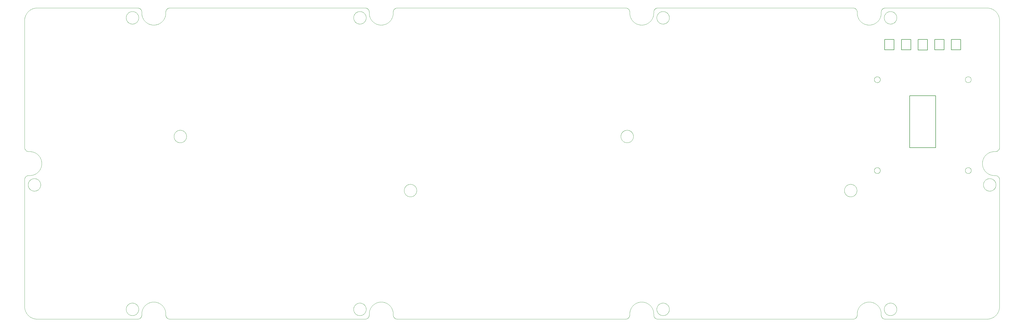
<source format=gbr>
%TF.GenerationSoftware,KiCad,Pcbnew,(6.0.5)*%
%TF.CreationDate,2023-05-18T02:22:56+09:00*%
%TF.ProjectId,dynamis,64796e61-6d69-4732-9e6b-696361645f70,v2.0.0*%
%TF.SameCoordinates,Original*%
%TF.FileFunction,Profile,NP*%
%FSLAX46Y46*%
G04 Gerber Fmt 4.6, Leading zero omitted, Abs format (unit mm)*
G04 Created by KiCad (PCBNEW (6.0.5)) date 2023-05-18 02:22:56*
%MOMM*%
%LPD*%
G01*
G04 APERTURE LIST*
%TA.AperFunction,Profile*%
%ADD10C,0.099974*%
%TD*%
%TA.AperFunction,Profile*%
%ADD11C,0.200000*%
%TD*%
G04 APERTURE END LIST*
D10*
X344263187Y-201930909D02*
X344213968Y-201953450D01*
X132142136Y-156667774D02*
X132142136Y-156667774D01*
X136581840Y-206961418D02*
X136642601Y-207045476D01*
X432681194Y-156099307D02*
X432680757Y-156134910D01*
X434473806Y-262440358D02*
X434514352Y-262476205D01*
X346652042Y-258639367D02*
X346746344Y-258596176D01*
X435631384Y-155955372D02*
X435685012Y-155948091D01*
X343808412Y-263833791D02*
X343833281Y-263808304D01*
X353878277Y-261549109D02*
X353897140Y-261599854D01*
X352787263Y-155579838D02*
X352774042Y-155612897D01*
X468336594Y-208756537D02*
X468355592Y-208654527D01*
X132334551Y-156401552D02*
X132268263Y-156488676D01*
X430642953Y-180753930D02*
X430623239Y-180737346D01*
X167431110Y-261939965D02*
X167459506Y-261986054D01*
X430072145Y-160388062D02*
X429975802Y-160426590D01*
X354473799Y-262440358D02*
X354514345Y-262476205D01*
X252315736Y-263672267D02*
X252336584Y-263643418D01*
X132702628Y-216439522D02*
X132716421Y-216387189D01*
X136454495Y-212151806D02*
X136387746Y-212231134D01*
X248235835Y-262725179D02*
X248283240Y-262751272D01*
X352901834Y-155358998D02*
X352883162Y-155389299D01*
X473609274Y-262186854D02*
X473666720Y-262093626D01*
X349071158Y-160663894D02*
X348968558Y-160677854D01*
X473872987Y-157239029D02*
X473824972Y-157140648D01*
X470002138Y-219013181D02*
X470052411Y-219033295D01*
X182211980Y-154712478D02*
X182177147Y-154719853D01*
X354915258Y-258860944D02*
X354867852Y-258887036D01*
X136758114Y-211731729D02*
X136701529Y-211818719D01*
X433672078Y-264185573D02*
X433705991Y-264196313D01*
X421726041Y-216793103D02*
X421779955Y-216788463D01*
X247459514Y-261986054D02*
X247489045Y-262031453D01*
X357726465Y-262119992D02*
X357758185Y-262076114D01*
X251156824Y-159362430D02*
X251156824Y-159362430D01*
X262317390Y-154695581D02*
X262282134Y-154700371D01*
X431638093Y-180939164D02*
X431613542Y-180946942D01*
X175900902Y-258336314D02*
X176002412Y-258314816D01*
X425474702Y-159472254D02*
X425474702Y-159472254D01*
X430312024Y-179613224D02*
X430320408Y-179588844D01*
X355738778Y-263001066D02*
X355792689Y-263005706D01*
X247403863Y-159224183D02*
X247377770Y-159176778D01*
X345123414Y-201207092D02*
X345091701Y-201250966D01*
X437758178Y-259536107D02*
X437726460Y-259492231D01*
X464330385Y-211730557D02*
X464335105Y-211755904D01*
X249753206Y-160300286D02*
X249753206Y-160300286D01*
X462414039Y-211373697D02*
X462428064Y-211352134D01*
X133187736Y-205252992D02*
X133278371Y-205258085D01*
X167214297Y-157496850D02*
X167230636Y-157445264D01*
X431104005Y-180971967D02*
X431078786Y-180966630D01*
X250592940Y-262609359D02*
X250636814Y-262577648D01*
X424052808Y-218347793D02*
X424067875Y-218399765D01*
X473992400Y-204695137D02*
X474013922Y-204666844D01*
X420344801Y-217467249D02*
X420382631Y-217428479D01*
X131410164Y-214898939D02*
X131404511Y-214934077D01*
X462845168Y-180880613D02*
X462822001Y-180869304D01*
X432765517Y-155646416D02*
X432753941Y-155680060D01*
X187455751Y-198165547D02*
X187498821Y-198198317D01*
X462305674Y-180285264D02*
X462297290Y-180260884D01*
X430303570Y-211605991D02*
X430311955Y-211581611D01*
X261155229Y-155579806D02*
X261155229Y-155579806D01*
X171834712Y-264087240D02*
X171865866Y-264070088D01*
X341168174Y-199453827D02*
X341180685Y-199401155D01*
X462356504Y-180403806D02*
X462345189Y-180380639D01*
X430250960Y-211909336D02*
X430251911Y-211883549D01*
X260332658Y-158831518D02*
X260273950Y-158917083D01*
X430427530Y-211351942D02*
X430442082Y-211330729D01*
X170957169Y-262287269D02*
X170993017Y-262246723D01*
X266471176Y-216877470D02*
X266523147Y-216862400D01*
X176412133Y-258253965D02*
X176514962Y-258245082D01*
X341920951Y-198232153D02*
X341963202Y-198198338D01*
X261155259Y-263363614D02*
X261169287Y-263396339D01*
X357992647Y-158981118D02*
X357992647Y-158981118D01*
X136512118Y-218416054D02*
X136476270Y-218456600D01*
X431892064Y-179069542D02*
X431913278Y-179084095D01*
X131559887Y-204486632D02*
X131577039Y-204517787D01*
X463877309Y-180804522D02*
X463855748Y-180818549D01*
X171865879Y-154873236D02*
X171834725Y-154856085D01*
X463719573Y-180891353D02*
X463695833Y-180901534D01*
X184278450Y-198757142D02*
X184307981Y-198711743D01*
X427532921Y-258336314D02*
X427634431Y-258314816D01*
X426290345Y-160108778D02*
X426202038Y-160054371D01*
X171476889Y-158620345D02*
X171464380Y-158673017D01*
X268552018Y-220658189D02*
X268510614Y-220693027D01*
X345313982Y-198994057D02*
X345336521Y-199043274D01*
X431803776Y-180868113D02*
X431780909Y-180879981D01*
X343370750Y-154809352D02*
X343337953Y-154795294D01*
X434250017Y-159536282D02*
X434216205Y-159494035D01*
X432234564Y-180437328D02*
X432222149Y-180459881D01*
X462414089Y-212497005D02*
X462400591Y-212475104D01*
X354821093Y-156245266D02*
X354867852Y-156218015D01*
X356224903Y-262995105D02*
X356278528Y-262987824D01*
X167129952Y-157920906D02*
X167135914Y-157867128D01*
X266681138Y-216824895D02*
X266734388Y-216814981D01*
X434395357Y-156577502D02*
X434395357Y-156577502D01*
X472883851Y-216131452D02*
X472883851Y-216131452D01*
X174066714Y-259259557D02*
X174146040Y-259192810D01*
X468720467Y-216387222D02*
X468706673Y-216439556D01*
X438065580Y-260165874D02*
X438049235Y-260114287D01*
X132062879Y-205028025D02*
X132093179Y-205046696D01*
X342577159Y-197860411D02*
X342628337Y-197842804D01*
X268882938Y-217674215D02*
X268914654Y-217718091D01*
X347232177Y-258415592D02*
X347331749Y-258386715D01*
X430288626Y-212215051D02*
X430282070Y-212190165D01*
X468640596Y-216975484D02*
X468640596Y-216975484D01*
X430270462Y-179788288D02*
X430274549Y-179762887D01*
X468336867Y-210193604D02*
X468320383Y-210091254D01*
X354963289Y-160107157D02*
X354915258Y-160082238D01*
X252814365Y-261133844D02*
X252848096Y-261035798D01*
X259252372Y-259004720D02*
X259336431Y-259065482D01*
X252848112Y-157907553D02*
X252814381Y-157809503D01*
X261289232Y-263614301D02*
X261309380Y-263643664D01*
X424147103Y-219042253D02*
X424145110Y-219096351D01*
X184370331Y-198623207D02*
X184403102Y-198580137D01*
X430387059Y-212452679D02*
X430374643Y-212430126D01*
X135272329Y-219138654D02*
X135219084Y-219148568D01*
X247228651Y-260114287D02*
X247212308Y-260165874D01*
X474034737Y-204638042D02*
X474054838Y-204608742D01*
X251865888Y-154873300D02*
X251834733Y-154856148D01*
X174146029Y-159750498D02*
X174066700Y-159683751D01*
X261072725Y-263091580D02*
X261072725Y-263091580D01*
X261044862Y-262808705D02*
X261045300Y-262844307D01*
X181072687Y-155851774D02*
X181072687Y-155851774D01*
X251462417Y-261342039D02*
X251474921Y-261289367D01*
X131390296Y-259800000D02*
X131391642Y-259909543D01*
X269250903Y-218452163D02*
X269263406Y-218504835D01*
X135975895Y-215083634D02*
X136021985Y-215112032D01*
X250166963Y-258768414D02*
X250166963Y-258768414D01*
X431883611Y-211062310D02*
X431904825Y-211076863D01*
X251242006Y-157049989D02*
X251268098Y-157097394D01*
X348968550Y-258265619D02*
X349071153Y-258279575D01*
X261309380Y-263643664D02*
X261330233Y-263672510D01*
X436278530Y-262987824D02*
X436331980Y-262979226D01*
X269284530Y-219365119D02*
X269274614Y-219418363D01*
X353815473Y-261342039D02*
X353829264Y-261394373D01*
X132283720Y-205142591D02*
X132283720Y-205142591D01*
X187411877Y-198133835D02*
X187455751Y-198165547D01*
X468657173Y-216705537D02*
X468651212Y-216759317D01*
X252703786Y-261533419D02*
X252727754Y-261432506D01*
X462247146Y-179854360D02*
X462249359Y-179828692D01*
X468401054Y-208452092D02*
X468427479Y-208351828D01*
X437693683Y-262163065D02*
X437726460Y-262119992D01*
X471639887Y-219033294D02*
X471690187Y-219013181D01*
X436897972Y-262799932D02*
X436946608Y-262776194D01*
X251186355Y-259626168D02*
X251156824Y-259580770D01*
X434126924Y-264258748D02*
X434126924Y-264258748D01*
X474002406Y-157541025D02*
X473961732Y-157439294D01*
X169054958Y-155948091D02*
X169108740Y-155942130D01*
X432433750Y-157907558D02*
X432397610Y-158004774D01*
X464043153Y-211193055D02*
X464061192Y-211211543D01*
X171496039Y-260429082D02*
X171486123Y-260375836D01*
X343697183Y-202110200D02*
X343643734Y-202118799D01*
X170458762Y-160028906D02*
X170412004Y-160056158D01*
X262494874Y-154684670D02*
X262459269Y-154685108D01*
X255114339Y-160347211D02*
X255020039Y-160304016D01*
X248839675Y-258654129D02*
X248787003Y-258666638D01*
X176925449Y-160708292D02*
X176822957Y-160709598D01*
X353755348Y-157974814D02*
X353759988Y-157920906D01*
X426562783Y-160258726D02*
X426470758Y-160210978D01*
X168631101Y-262900391D02*
X168682687Y-262916734D01*
X463884084Y-211062502D02*
X463905295Y-211077055D01*
X357514528Y-262365697D02*
X357552347Y-262326934D01*
X352921251Y-155329150D02*
X352921251Y-155329150D01*
X132025000Y-262093626D02*
X132082444Y-262186854D01*
X252356691Y-155329310D02*
X252356691Y-155329310D01*
X470737923Y-219178395D02*
X470792016Y-219180386D01*
X352127889Y-260376772D02*
X352177877Y-260467599D01*
X464112503Y-212601209D02*
X464095915Y-212620921D01*
X354009786Y-259766417D02*
X353984865Y-259814447D01*
X464242906Y-179482780D02*
X464253651Y-179506240D01*
X247120020Y-260697869D02*
X247118028Y-260751963D01*
X437514497Y-262365697D02*
X437514497Y-262365697D01*
X420999191Y-216994239D02*
X421048404Y-216971699D01*
X186572141Y-197773885D02*
X186572141Y-197773885D01*
X433917268Y-259962079D02*
X433897154Y-260012366D01*
X137200201Y-208153244D02*
X137231509Y-208252078D01*
X422933874Y-217017990D02*
X422981904Y-217042909D01*
X353938595Y-261699921D02*
X353961141Y-261749138D01*
X471690187Y-214937791D02*
X471639913Y-214917677D01*
X167725511Y-262326925D02*
X167763341Y-262365697D01*
X135735851Y-214959089D02*
X135785068Y-214981630D01*
X463422571Y-180973549D02*
X463396970Y-180976387D01*
X437874029Y-159224183D02*
X437846777Y-159270940D01*
X346558866Y-160258598D02*
X346466842Y-160210850D01*
X354915258Y-262751272D02*
X354963289Y-262776194D01*
X437552319Y-259285295D02*
X437514497Y-259246526D01*
X346025570Y-159938954D02*
X345941511Y-159878192D01*
X356646767Y-258711829D02*
X356595182Y-258695486D01*
X167965976Y-262544857D02*
X168009046Y-262577631D01*
X354555749Y-262511044D02*
X354597995Y-262544857D01*
X168191055Y-156245266D02*
X168237813Y-156218015D01*
X422786256Y-221025762D02*
X422735965Y-221045872D01*
X267057270Y-216783193D02*
X267111421Y-216782529D01*
X267594674Y-216836113D02*
X267647346Y-216848621D01*
X462805973Y-212861086D02*
X462783420Y-212848669D01*
X352962246Y-263672510D02*
X352983792Y-263700828D01*
X472916220Y-263031289D02*
X472994630Y-262954785D01*
X136812523Y-211643421D02*
X136758114Y-211731729D01*
X436278530Y-160318800D02*
X436224903Y-160326081D01*
X431848566Y-180842735D02*
X431826331Y-180855695D01*
X470737923Y-214772573D02*
X470683909Y-214775889D01*
X470817406Y-154793540D02*
X470710237Y-154770846D01*
X170922313Y-156616272D02*
X170959155Y-156655939D01*
X435061159Y-156120722D02*
X435110933Y-156099390D01*
X472994630Y-262954785D02*
X473071149Y-262876368D01*
X463473549Y-180965994D02*
X463448101Y-180970085D01*
X470415895Y-214812287D02*
X470362910Y-214823506D01*
X267381374Y-216799102D02*
X267434998Y-216806382D01*
X353879031Y-154706057D02*
X353844026Y-154712574D01*
X267003162Y-221191006D02*
X266949147Y-221187690D01*
X182459259Y-154685044D02*
X182423693Y-154686356D01*
X431171784Y-210893311D02*
X431197373Y-210890472D01*
X431146349Y-212973541D02*
X431120904Y-212969450D01*
X167133929Y-261076067D02*
X167141210Y-261129690D01*
X469176080Y-218416088D02*
X469211929Y-218456633D01*
X252585409Y-263021185D02*
X252590198Y-262985929D01*
X251527841Y-260751954D02*
X251525849Y-260697856D01*
X423837148Y-155135245D02*
X423812288Y-155109758D01*
X265017133Y-219679916D02*
X265000791Y-219628329D01*
X357354141Y-156432130D02*
X357395546Y-156466970D01*
X172646808Y-261878289D02*
X172663288Y-261748310D01*
X430330537Y-211533437D02*
X430340712Y-211509695D01*
X251496048Y-158514113D02*
X251486131Y-158567358D01*
X261045254Y-156099115D02*
X261044816Y-156134718D01*
X251517892Y-158353266D02*
X251511930Y-158407044D01*
X432025185Y-158744721D02*
X431968599Y-158831710D01*
X250722130Y-156432130D02*
X250763535Y-156466970D01*
X131813305Y-204828286D02*
X131838787Y-204853155D01*
X355631369Y-262987824D02*
X355684997Y-262995105D01*
X468320117Y-208858890D02*
X468336594Y-208756537D01*
X134805081Y-213375070D02*
X134708732Y-213413597D01*
X357042044Y-258887036D02*
X356994640Y-258860944D01*
X344554780Y-158101182D02*
X344554780Y-158101182D01*
X471747474Y-263833148D02*
X471845852Y-263785130D01*
X432347279Y-212012377D02*
X432345067Y-212038039D01*
X352595643Y-261635198D02*
X352595643Y-261635198D01*
X182317413Y-264247837D02*
X182352770Y-264251760D01*
X354514345Y-262476205D02*
X354555749Y-262511044D01*
X350257905Y-258639594D02*
X350351086Y-258685077D01*
X463165606Y-180973549D02*
X463140080Y-180970085D01*
X437971304Y-261699921D02*
X437992647Y-261650144D01*
X435792704Y-258606517D02*
X435738794Y-258611156D01*
X434598003Y-159875855D02*
X434555757Y-159842042D01*
X353961128Y-159080114D02*
X353938586Y-159030897D01*
X354597995Y-262544857D02*
X354641064Y-262577631D01*
X464347821Y-212012591D02*
X464345605Y-212038249D01*
X433354964Y-154909848D02*
X433325181Y-154929226D01*
X462533730Y-179207895D02*
X462551759Y-179189406D01*
X247159730Y-261236379D02*
X247159730Y-261236379D01*
X421779942Y-221187659D02*
X421726030Y-221183020D01*
X187776116Y-198455939D02*
X187811964Y-198496485D01*
X343403186Y-264119224D02*
X343435189Y-264103601D01*
X343782840Y-155084710D02*
X343756722Y-155060451D01*
X131390347Y-203874111D02*
X131392529Y-203909623D01*
X433056351Y-155161127D02*
X433032787Y-155187779D01*
X462252217Y-180060318D02*
X462249372Y-180034728D01*
X167405837Y-159224183D02*
X167379745Y-159176778D01*
X344122682Y-155580062D02*
X344108654Y-155547337D01*
X437625019Y-262246723D02*
X437659864Y-262205316D01*
X343730040Y-155036863D02*
X343702808Y-155013954D01*
X464325164Y-212165370D02*
X464319209Y-212190435D01*
X437758178Y-156867081D02*
X437788820Y-156911742D01*
X261118050Y-263263530D02*
X261129628Y-263297178D01*
X167379756Y-157097394D02*
X167405846Y-157049989D01*
X169431168Y-258603200D02*
X169377073Y-258601209D01*
X268005223Y-221004458D02*
X267955446Y-221025792D01*
X464318194Y-179701686D02*
X464323518Y-179726911D01*
X168478891Y-262843808D02*
X168529179Y-262863920D01*
X469586615Y-212531724D02*
X469512330Y-212459260D01*
X437992647Y-157293054D02*
X438012761Y-157343342D01*
X168999343Y-258624398D02*
X168945897Y-258632997D01*
X181330226Y-263672510D02*
X181351771Y-263700828D01*
X260918171Y-261432777D02*
X260942142Y-261533687D01*
X167161710Y-157706814D02*
X167172929Y-157653827D01*
X181842775Y-264103856D02*
X181874778Y-264119479D01*
X462289155Y-211655473D02*
X462296325Y-211630744D01*
X426845643Y-160388286D02*
X426750267Y-160347403D01*
X436897972Y-160130909D02*
X436848756Y-160153450D01*
X179732883Y-259399075D02*
X179807149Y-259471547D01*
X181044847Y-262459584D02*
X181044847Y-262459584D01*
X474253148Y-260454572D02*
X474267885Y-260346090D01*
X249485206Y-155937490D02*
X249539115Y-155942130D01*
X132731487Y-217615691D02*
X132716417Y-217563719D01*
X167170933Y-260322851D02*
X167159723Y-260375836D01*
X420585261Y-217249317D02*
X420628330Y-217216542D01*
X131717628Y-204722710D02*
X131740537Y-204749943D01*
X269056577Y-217948401D02*
X269081498Y-217996431D01*
X473873049Y-261707609D02*
X473918643Y-261608051D01*
X343808412Y-263833791D02*
X343808412Y-263833791D01*
X420203479Y-220345018D02*
X420170706Y-220301945D01*
X341650046Y-198496485D02*
X341685898Y-198455939D01*
X468377336Y-210397125D02*
X468355867Y-210295613D01*
X247170940Y-158620345D02*
X247159730Y-158567358D01*
X172225443Y-155161068D02*
X172201225Y-155134989D01*
X431411856Y-178897703D02*
X431437447Y-178900542D01*
X463647729Y-180920094D02*
X463623371Y-180928476D01*
X351717651Y-259778826D02*
X351782433Y-259859765D01*
X423979890Y-218143994D02*
X423979890Y-218143994D01*
X257439147Y-258279575D02*
X257541501Y-258296049D01*
X471690187Y-219013181D02*
X471739961Y-218991839D01*
X342233060Y-201856149D02*
X342186303Y-201828901D01*
X431288923Y-259328482D02*
X431364914Y-259399075D01*
X428762961Y-258245274D02*
X428865793Y-258254185D01*
X473849035Y-204853337D02*
X473874513Y-204828477D01*
X136864510Y-207395906D02*
X136914499Y-207486733D01*
X473357020Y-156401758D02*
X473288621Y-156316298D01*
X170314586Y-258836023D02*
X170265951Y-258812286D01*
X431954616Y-179114747D02*
X431974721Y-179130834D01*
X421996378Y-221192967D02*
X421942232Y-221193631D01*
X345430770Y-200577321D02*
X345414430Y-200628907D01*
X170362616Y-258860944D02*
X170314586Y-258836023D01*
X438154540Y-158299358D02*
X438149896Y-158353266D01*
X469900577Y-212802513D02*
X469819635Y-212737734D01*
X250166963Y-160174782D02*
X250166963Y-160174782D01*
X469900304Y-206147614D02*
X469982829Y-206084830D01*
X463300874Y-210885598D02*
X463326703Y-210885916D01*
X435685012Y-258617118D02*
X435631384Y-258624398D01*
X266841468Y-216799102D02*
X266895250Y-216793140D01*
X133207843Y-215494307D02*
X133244685Y-215454639D01*
X423341413Y-217283106D02*
X423382814Y-217317946D01*
X353052492Y-263782481D02*
X353076708Y-263808557D01*
X261039724Y-156574475D02*
X261024473Y-156794234D01*
X137044933Y-217083709D02*
X137041612Y-217137724D01*
X254479127Y-159997598D02*
X254393562Y-159938890D01*
X247285234Y-157293054D02*
X247285234Y-157293054D01*
X344782071Y-260376529D02*
X344834282Y-260286943D01*
X179079809Y-258889432D02*
X179166799Y-258946012D01*
X251126184Y-259536107D02*
X251094472Y-259492231D01*
X171527829Y-260860260D02*
X171528493Y-260806111D01*
X183978670Y-199506814D02*
X183989889Y-199453827D01*
X430971215Y-210938341D02*
X430995777Y-210930563D01*
X420023156Y-217900965D02*
X420050407Y-217854207D01*
X184621058Y-201534501D02*
X184582288Y-201496671D01*
X354063131Y-259672257D02*
X354035879Y-259719014D01*
X261575102Y-155013698D02*
X261547871Y-155036607D01*
X351650902Y-259699499D02*
X351717651Y-259778826D01*
X433802962Y-260322851D02*
X433791749Y-260375836D01*
X435419035Y-258666638D02*
X435366703Y-258680429D01*
X253006849Y-260652558D02*
X253052327Y-260559377D01*
X355161205Y-262863920D02*
X355211949Y-262882784D01*
X434151704Y-156867081D02*
X434183415Y-156823207D01*
X431028810Y-180954115D02*
X431004075Y-180946942D01*
X420382631Y-217428479D02*
X420421400Y-217390660D01*
X132555961Y-213724637D02*
X132555961Y-213724637D01*
X168894636Y-155973886D02*
X168894636Y-155973886D01*
X464187709Y-211373697D02*
X464201203Y-211395601D01*
X176104423Y-160647508D02*
X176002412Y-160628509D01*
X473404115Y-205142781D02*
X473404115Y-205142781D01*
X262142545Y-264215282D02*
X262177178Y-264223504D01*
X132451869Y-205200448D02*
X132486274Y-205209518D01*
X471076598Y-205500214D02*
X471174643Y-205466484D01*
X473132356Y-213724797D02*
X473097364Y-213718280D01*
X431045264Y-212953446D02*
X431020357Y-212946882D01*
X247159730Y-260375836D02*
X247149816Y-260429084D01*
X471789364Y-213634730D02*
X471729993Y-213625550D01*
X420762266Y-217124640D02*
X420808360Y-217096241D01*
X464159247Y-212539776D02*
X464144176Y-212560626D01*
X463139915Y-178893318D02*
X463165417Y-178889853D01*
X474202285Y-214625131D02*
X474189058Y-214592061D01*
X419847941Y-218296241D02*
X419865541Y-218245064D01*
X351439165Y-159471934D02*
X351364890Y-159544399D01*
X169379065Y-155932182D02*
X169433164Y-155934174D01*
X255699737Y-258386715D02*
X255800000Y-258360284D01*
X170502869Y-258942686D02*
X170456779Y-258914288D01*
X133103346Y-215618504D02*
X133137159Y-215576258D01*
X437693683Y-259449160D02*
X437659864Y-259406913D01*
X172249023Y-263755609D02*
X172271925Y-263728391D01*
X473947527Y-214199970D02*
X473923939Y-214173288D01*
X421148468Y-216930254D02*
X421199214Y-216911389D01*
X254654409Y-258834789D02*
X254743994Y-258782578D01*
X344108693Y-263396080D02*
X344122712Y-263363355D01*
X343947749Y-263672267D02*
X343968598Y-263643418D01*
X252884237Y-260938581D02*
X252922777Y-260842236D01*
X137332489Y-210295423D02*
X137332489Y-210295423D01*
X471329413Y-219127466D02*
X471382080Y-219114958D01*
X423861254Y-220075191D02*
X423834000Y-220121949D01*
X422158407Y-216793118D02*
X422212185Y-216799082D01*
X469106295Y-211988530D02*
X469045531Y-211904473D01*
X358136658Y-158460668D02*
X358128062Y-158514113D01*
X134452301Y-154910097D02*
X134348781Y-154945709D01*
X173202260Y-260286943D02*
X173256671Y-260198635D01*
X428044160Y-258253965D02*
X428146993Y-258245082D01*
X269293131Y-219311674D02*
X269284530Y-219365119D01*
X180332654Y-158831454D02*
X180273946Y-158917018D01*
X355011923Y-160130895D02*
X354963289Y-160107157D01*
X432032660Y-179182054D02*
X432051149Y-179200093D01*
X353028907Y-155187619D02*
X353006006Y-155214838D01*
X353292016Y-154949168D02*
X353263211Y-154969985D01*
X423030949Y-264237173D02*
X423065950Y-264230657D01*
X431654812Y-159244127D02*
X431586133Y-159321805D01*
X344232656Y-156099371D02*
X344231344Y-156063806D01*
X344233095Y-156134974D02*
X344233095Y-156134974D01*
X342960521Y-154695837D02*
X342925165Y-154691914D01*
X252557608Y-155782570D02*
X252548538Y-155748166D01*
X462761188Y-212835708D02*
X462739286Y-212822210D01*
X354126909Y-154684702D02*
X354091307Y-154685140D01*
X420461067Y-217353818D02*
X420501611Y-217317971D01*
X358012759Y-158930830D02*
X357992647Y-158981118D01*
X173150050Y-158566777D02*
X173100061Y-158475950D01*
X462368348Y-179436744D02*
X462380764Y-179414188D01*
X351964677Y-158831582D02*
X351964677Y-158831582D01*
X462899141Y-210965501D02*
X462923130Y-210955907D01*
X252590167Y-155957428D02*
X252585378Y-155922172D01*
X171341271Y-157243276D02*
X171362604Y-157293054D01*
X431580362Y-212946882D02*
X431555451Y-212953446D01*
X248682697Y-262916734D02*
X248734669Y-262931805D01*
X344205247Y-263091329D02*
X344205247Y-263091329D01*
X167690645Y-156655939D02*
X167727494Y-156616272D01*
X462754352Y-180832061D02*
X462732450Y-180818563D01*
X171468734Y-264223281D02*
X171503360Y-264215055D01*
X468320383Y-210091254D02*
X468306419Y-209988653D01*
X135325315Y-219127444D02*
X135272329Y-219138654D01*
X181330189Y-155270833D02*
X181309341Y-155299683D01*
X344164186Y-197899388D02*
X344164186Y-197899388D01*
X252599327Y-156063742D02*
X252597144Y-156028229D01*
X251222199Y-154686611D02*
X251186634Y-154685300D01*
X469712309Y-215083671D02*
X469666218Y-215112067D01*
X462442613Y-211330920D02*
X462457680Y-211310067D01*
X343320161Y-202142655D02*
X343320161Y-202142655D01*
X432350129Y-211935132D02*
X432349812Y-211960912D01*
X474202035Y-204324986D02*
X474214435Y-204291628D01*
X170681858Y-156398317D02*
X170724104Y-156432130D01*
X430330537Y-212336892D02*
X430320945Y-212312907D01*
X250882516Y-259246526D02*
X250882516Y-259246526D01*
X253202270Y-260286943D02*
X253256682Y-260198635D01*
X181495059Y-155084390D02*
X181469518Y-155109310D01*
X433918055Y-154700562D02*
X433882912Y-154706217D01*
X432343124Y-180121829D02*
X432338411Y-180147166D01*
X167884308Y-159807202D02*
X167843763Y-159771349D01*
X137047593Y-216975453D02*
X137046928Y-217029611D01*
X184031246Y-200577321D02*
X184016175Y-200525349D01*
X432075687Y-260287186D02*
X432127897Y-260376772D01*
X434555757Y-262511044D02*
X434598003Y-262544857D01*
X248999352Y-258624398D02*
X248945907Y-258632997D01*
X432324654Y-211705143D02*
X432329988Y-211730367D01*
X435577935Y-262979226D02*
X435631384Y-262987824D01*
X247159730Y-157706814D02*
X247159730Y-157706814D01*
X251448626Y-261394373D02*
X251462417Y-261342039D01*
X251186355Y-159317030D02*
X251156824Y-159362430D01*
X178436204Y-160387806D02*
X178436204Y-160387806D01*
X432359071Y-158101118D02*
X432318197Y-158196496D01*
X170804071Y-259171865D02*
X170763526Y-259136017D01*
X167882324Y-259135996D02*
X167841779Y-259171848D01*
X168285218Y-156191922D02*
X168333248Y-156167001D01*
X132923038Y-218062549D02*
X132896947Y-218015144D01*
X437589165Y-159618232D02*
X437552319Y-159657899D01*
X357925035Y-157145424D02*
X357948772Y-157194059D01*
X438149896Y-261022278D02*
X438154540Y-260968368D01*
X432676881Y-262808705D02*
X432677319Y-262844307D01*
X358012759Y-260012366D02*
X357992647Y-259962079D01*
X253913051Y-259398830D02*
X253989045Y-259328240D01*
X474159916Y-204423249D02*
X474174758Y-204390842D01*
X472617665Y-218289367D02*
X472649383Y-218245493D01*
X432304967Y-211630427D02*
X432312140Y-211655162D01*
X357948759Y-259863082D02*
X357925021Y-259814447D01*
X429971897Y-258516978D02*
X430068239Y-258555516D01*
X354320696Y-259324949D02*
X354284849Y-259365494D01*
X423562773Y-154910040D02*
X423532519Y-154891395D01*
X137091801Y-207861630D02*
X137130334Y-207957975D01*
X132317004Y-213793942D02*
X132283944Y-213807164D01*
X131764350Y-214173128D02*
X131740762Y-214199810D01*
X344164186Y-201974782D02*
X344113899Y-201994895D01*
X474226010Y-204257984D02*
X474236753Y-204224070D01*
X171293010Y-261797772D02*
X171316747Y-261749138D01*
X352631122Y-157064937D02*
X352614642Y-157194915D01*
X462828837Y-212872952D02*
X462805973Y-212861086D01*
X357514528Y-259246526D02*
X357475758Y-259208706D01*
X248999356Y-155955372D02*
X249052983Y-155948091D01*
X464350526Y-211935357D02*
X464350679Y-211935357D01*
X259499883Y-159750354D02*
X259418943Y-159815134D01*
X420170676Y-217674181D02*
X420203444Y-217631112D01*
X172565823Y-155817132D02*
X172557598Y-155782506D01*
X136101738Y-212531534D02*
X136025745Y-212602123D01*
X473655061Y-213941308D02*
X473655061Y-213941308D01*
X172394768Y-155389395D02*
X172376100Y-155359094D01*
X260085639Y-259778826D02*
X260150419Y-259859765D01*
X170845722Y-156539671D02*
X170884492Y-156577502D01*
X420237291Y-220387268D02*
X420203479Y-220345018D01*
X135305655Y-154718470D02*
X135197176Y-154733202D01*
X265017141Y-218296271D02*
X265034743Y-218245094D01*
X354183426Y-259492227D02*
X354151709Y-259536106D01*
X463294099Y-180981439D02*
X463268325Y-180981122D01*
X252150867Y-263858710D02*
X252176408Y-263833791D01*
X432393695Y-260938839D02*
X432429831Y-261036059D01*
X171738726Y-264134101D02*
X171771128Y-264119255D01*
X463352490Y-210886867D02*
X463378223Y-210888450D01*
X252573205Y-155852030D02*
X252573205Y-155852030D01*
X357971304Y-159030897D02*
X357948759Y-159080114D01*
X462289471Y-179627096D02*
X462297256Y-179602536D01*
X131392753Y-215040133D02*
X131390571Y-215075646D01*
X437925016Y-157145424D02*
X437948757Y-157194059D01*
X249699962Y-262979226D02*
X249753206Y-262969312D01*
X188199680Y-200730829D02*
X188179567Y-200781117D01*
X432200736Y-212474882D02*
X432187239Y-212496784D01*
X353759988Y-158353254D02*
X353755348Y-158299344D01*
X423299169Y-217249293D02*
X423341413Y-217283106D01*
X358065572Y-157496850D02*
X358080642Y-157548822D01*
X358154537Y-260968368D02*
X358157853Y-260914354D01*
X132848289Y-217918480D02*
X132825746Y-217869263D01*
X464095915Y-212620921D02*
X464078833Y-212640235D01*
X353917253Y-157293054D02*
X353938595Y-157243276D01*
X185711599Y-202100286D02*
X185711599Y-202100286D01*
X251517892Y-157920918D02*
X251522533Y-157974828D01*
X184047589Y-200628907D02*
X184031246Y-200577321D01*
X261044862Y-262459584D02*
X261044862Y-262808705D01*
X355211949Y-156060412D02*
X355263126Y-156042805D01*
X252429841Y-155451366D02*
X252412691Y-155420200D01*
X134733807Y-214772542D02*
X134787903Y-214770551D01*
X168841650Y-160289067D02*
X168788978Y-160276558D01*
X248478898Y-258768414D02*
X248478898Y-258768414D01*
X464350211Y-211909580D02*
X464350526Y-211935357D01*
X266267381Y-216950398D02*
X266267381Y-216950398D01*
X343065919Y-154712798D02*
X343065919Y-154712798D01*
X173100061Y-158475950D02*
X173052317Y-158383923D01*
X173838765Y-159471998D02*
X173766301Y-159397723D01*
X168379897Y-258812286D02*
X168331263Y-258836023D01*
X425474702Y-159472254D02*
X425402239Y-159397978D01*
X177946201Y-258386915D02*
X178045770Y-258415791D01*
X136198982Y-215236685D02*
X136241229Y-215270498D01*
X430262009Y-211781057D02*
X430266096Y-211755656D01*
X135089123Y-264195864D02*
X135197240Y-264213259D01*
X433153229Y-263883223D02*
X433179913Y-263906812D01*
X432684688Y-156028229D02*
X432682505Y-156063742D01*
X434684949Y-259002858D02*
X434641073Y-259034571D01*
X438094446Y-261342039D02*
X438106953Y-261289367D01*
X352676866Y-262459584D02*
X352676866Y-262808705D01*
X470310240Y-214836014D02*
X470257908Y-214849805D01*
X168786993Y-262945597D02*
X168839665Y-262958102D01*
X424599571Y-158196690D02*
X424558687Y-158101310D01*
X174479116Y-258945790D02*
X174566096Y-258889200D01*
X167228652Y-261497932D02*
X167246256Y-261549109D01*
X423887349Y-220027786D02*
X423861254Y-220075191D01*
X133021455Y-263248803D02*
X133106913Y-263317202D01*
X136701529Y-211818719D02*
X136701529Y-211818719D01*
X357395546Y-159807179D02*
X357354141Y-159842018D01*
X251865922Y-264070056D02*
X251896633Y-264052152D01*
X357788835Y-159362430D02*
X357758195Y-159407091D01*
X261602902Y-263951942D02*
X261631194Y-263973466D01*
X167143195Y-158460663D02*
X167135914Y-158407035D01*
X183968755Y-200314111D02*
X183960157Y-200260663D01*
X248097589Y-159970974D02*
X248052929Y-159940336D01*
X430330537Y-211533437D02*
X430330537Y-211533437D01*
X267905159Y-221045904D02*
X267854415Y-221064768D01*
X171216728Y-157003232D02*
X171243980Y-157049989D01*
X437042050Y-258887036D02*
X436994642Y-258860944D01*
X258625899Y-160303797D02*
X258531597Y-160346988D01*
X470168072Y-154697207D02*
X470058799Y-154690494D01*
X464071886Y-179226802D02*
X464088962Y-179246117D01*
X422786958Y-154685054D02*
X354126909Y-154684702D01*
X437992647Y-261650144D02*
X438012761Y-261599854D01*
X432270265Y-211533437D02*
X432279834Y-211557370D01*
X169646503Y-258624398D02*
X169592875Y-258617118D01*
X172573198Y-263091359D02*
X172579715Y-263056354D01*
X251605879Y-154758038D02*
X251571965Y-154747298D01*
X431257290Y-180990861D02*
X431231584Y-180989282D01*
X167461488Y-159317030D02*
X167433089Y-159270940D01*
X184742675Y-201642042D02*
X184701269Y-201607202D01*
X463096132Y-212964925D02*
X463070913Y-212959588D01*
X251186356Y-156957142D02*
X251214754Y-157003232D01*
X342280464Y-197991922D02*
X342328493Y-197967001D01*
X248097589Y-262639997D02*
X248142988Y-262669529D01*
X356697945Y-258729436D02*
X356646767Y-258711829D01*
X423029311Y-220907132D02*
X422981904Y-220933226D01*
X352680798Y-156028069D02*
X352678615Y-156063581D01*
X430782863Y-211021822D02*
X430805419Y-211009406D01*
X356224895Y-160326081D02*
X356171113Y-160332042D01*
X252490678Y-155579998D02*
X252490678Y-155579998D01*
X251525849Y-158028843D02*
X251527841Y-158082937D01*
X420672202Y-220791313D02*
X420628330Y-220759602D01*
X430747160Y-180829251D02*
X430725599Y-180815222D01*
X425068654Y-159001523D02*
X425007894Y-158917465D01*
X342476121Y-201974782D02*
X342426344Y-201953440D01*
X172682287Y-157308350D02*
X172682287Y-157308350D01*
X473288686Y-262630367D02*
X473357089Y-262544909D01*
X432329957Y-212139935D02*
X432329957Y-212139935D01*
X356009102Y-155932182D02*
X356063201Y-155934174D01*
X269314332Y-218879853D02*
X269316323Y-218933947D01*
X135360150Y-205854180D02*
X135448453Y-205908591D01*
X185711599Y-202100286D02*
X185658612Y-202089067D01*
X429275545Y-258315038D02*
X429275545Y-258315038D01*
X436646794Y-160231367D02*
X436595205Y-160247710D01*
X252922777Y-158101118D02*
X252922777Y-158101118D01*
X473371301Y-213794102D02*
X473337942Y-213781700D01*
X176002412Y-160628509D02*
X175900892Y-160607023D01*
X251474921Y-157653827D02*
X251486131Y-157706814D01*
X250065932Y-262882779D02*
X250116676Y-262863919D01*
X355419017Y-160276558D02*
X355366684Y-160262767D01*
X180018887Y-259699499D02*
X180085635Y-259778826D01*
X423212231Y-217184811D02*
X423256102Y-217216524D01*
X421098176Y-216950368D02*
X421098176Y-216950368D01*
X355110917Y-160174782D02*
X355061140Y-160153440D01*
X435110933Y-160174782D02*
X435110933Y-160174782D01*
X462589215Y-180709582D02*
X462570309Y-180692021D01*
X185764845Y-197763971D02*
X185818294Y-197755372D01*
X248097589Y-262639997D02*
X248097589Y-262639997D01*
X432704744Y-263091580D02*
X432704744Y-263091580D01*
X137402039Y-209166882D02*
X137408419Y-209269690D01*
X437088811Y-258914288D02*
X437042050Y-258887036D01*
X181045250Y-156099051D02*
X181044813Y-156134654D01*
X471647834Y-155067900D02*
X471547151Y-155024734D01*
X462675663Y-212778557D02*
X462655182Y-212762976D01*
X433183786Y-155036799D02*
X433157103Y-155060387D01*
X134150238Y-219069728D02*
X134099064Y-219052125D01*
X132024952Y-156852833D02*
X131969829Y-156947416D01*
X462551820Y-180673982D02*
X462533781Y-180655494D01*
X265166250Y-220027786D02*
X265141329Y-219979756D01*
X172538617Y-155713934D02*
X172527872Y-155680018D01*
X174926840Y-258684846D02*
X175020027Y-258639367D01*
X345509153Y-199667137D02*
X345515115Y-199720918D01*
X134950309Y-214772547D02*
X135004326Y-214775867D01*
X424081664Y-218452099D02*
X424094167Y-218504771D01*
X432925142Y-155329310D02*
X432905724Y-155359158D01*
X422735965Y-216930255D02*
X422786256Y-216950368D01*
X248097589Y-258972218D02*
X248052929Y-259002858D01*
X463998902Y-179153806D02*
X464017804Y-179171367D01*
X433207148Y-263929721D02*
X433234919Y-263951942D01*
X438012761Y-158930830D02*
X437992647Y-158981118D01*
X170884492Y-159696670D02*
X170845722Y-159734490D01*
X132417700Y-205190537D02*
X132451869Y-205200448D01*
X344834282Y-158656491D02*
X344782071Y-158566905D01*
X423730076Y-263906590D02*
X423756757Y-263883001D01*
X354091531Y-261986054D02*
X354121065Y-262031453D01*
X436848756Y-258789746D02*
X436798982Y-258768414D01*
X463966791Y-212746885D02*
X463946689Y-212762969D01*
X472994569Y-155991870D02*
X472916150Y-155915356D01*
X464088962Y-179246117D02*
X464105545Y-179265832D01*
X433510666Y-154824133D02*
X433478664Y-154839757D01*
X430276128Y-211705199D02*
X430282070Y-211680167D01*
X134214795Y-213570080D02*
X134113881Y-213594051D01*
X437224957Y-259002868D02*
X437180299Y-258972218D01*
X347432012Y-258360284D02*
X347532921Y-258336314D01*
X357726482Y-259492231D02*
X357693711Y-259449160D01*
X187035681Y-201953450D02*
X186985902Y-201974782D01*
X353153225Y-155060227D02*
X353127106Y-155084486D01*
X131613586Y-204578753D02*
X131632964Y-204608538D01*
X251528505Y-158137086D02*
X251527841Y-158191244D01*
X353815460Y-158673017D02*
X353802957Y-158620345D01*
X432774042Y-263330545D02*
X432787263Y-263363614D01*
X464036378Y-180673982D02*
X464017890Y-180692021D01*
X344454013Y-198045270D02*
X344500102Y-198073665D01*
X473654786Y-205008798D02*
X473684150Y-204988653D01*
X435524690Y-262969312D02*
X435577935Y-262979226D01*
X472839957Y-217918514D02*
X472862507Y-217869296D01*
X251433545Y-260165874D02*
X251417205Y-260114287D01*
X463671783Y-178952261D02*
X463695772Y-178961854D01*
X169541088Y-155942130D02*
X169594867Y-155948091D01*
X357134887Y-160000507D02*
X357088800Y-160028906D01*
X419884399Y-219781808D02*
X419865537Y-219731063D01*
X433755358Y-158299344D02*
X433752044Y-158245329D01*
X132690120Y-216492193D02*
X132702628Y-216439522D01*
X167123328Y-260643854D02*
X167120012Y-260697869D01*
X250993025Y-156696485D02*
X251027864Y-156737890D01*
X426025586Y-259004490D02*
X426111146Y-258945790D01*
X179807149Y-259471547D02*
X179879614Y-259545824D01*
X472405702Y-218535069D02*
X472443523Y-218496300D01*
X173256671Y-158744666D02*
X173202260Y-158656363D01*
X474160153Y-214526858D02*
X474144531Y-214494856D01*
X463926207Y-212778549D02*
X463905356Y-212793618D01*
X266949160Y-216788501D02*
X267003175Y-216785184D01*
X341120566Y-199774815D02*
X341125205Y-199720907D01*
X261842783Y-264103856D02*
X261874786Y-264119479D01*
X132555736Y-205225118D02*
X132555736Y-205225118D01*
X187701455Y-198377503D02*
X187701455Y-198377503D01*
X252682290Y-157308414D02*
X252663292Y-157195044D01*
X176002412Y-160628509D02*
X176002412Y-160628509D01*
X170882509Y-262365697D02*
X170882509Y-262365697D01*
X134874235Y-264153113D02*
X134981417Y-264175809D01*
X137260383Y-208351649D02*
X137286809Y-208451912D01*
X247489045Y-259580770D02*
X247459513Y-259626168D01*
X264929705Y-218664514D02*
X264938301Y-218611066D01*
X172429832Y-155451302D02*
X172412681Y-155420136D01*
X351845219Y-259942282D02*
X351905977Y-260026341D01*
X169648491Y-155955372D02*
X169701937Y-155963971D01*
X268552018Y-217317980D02*
X268592564Y-217353832D01*
X181521208Y-263883223D02*
X181547890Y-263906812D01*
X356543212Y-258680416D02*
X356490880Y-258666625D01*
X432614643Y-261748566D02*
X432631125Y-261878540D01*
X170118652Y-160194896D02*
X170067908Y-160213760D01*
X470152711Y-212984765D02*
X470067151Y-212926058D01*
X259166810Y-258946012D02*
X259252372Y-259004720D01*
X169216664Y-155934174D02*
X169270758Y-155932182D01*
X355061140Y-262822475D02*
X355110917Y-262843808D01*
X437992647Y-158981118D02*
X437992647Y-158981118D01*
X462516178Y-179226802D02*
X462533730Y-179207895D01*
X249539115Y-155942130D02*
X249592893Y-155948091D01*
X354357537Y-259285286D02*
X354320696Y-259324949D01*
X434915273Y-160082238D02*
X434867865Y-160056149D01*
X344180549Y-155748230D02*
X344170638Y-155714062D01*
X344554780Y-260842236D02*
X344595664Y-260746858D01*
X470239445Y-205908785D02*
X470327750Y-205854373D01*
X353773232Y-261129690D02*
X353781833Y-261183135D01*
X262177158Y-154719917D02*
X262142531Y-154728141D01*
X431530380Y-212959397D02*
X431505159Y-212964734D01*
X430282070Y-212190165D02*
X430276128Y-212165133D01*
X424184470Y-155748357D02*
X424174558Y-155714190D01*
X250216743Y-262822475D02*
X250265960Y-262799932D01*
X247285234Y-259962079D02*
X247265122Y-260012366D01*
X433749391Y-158137086D02*
X433750054Y-158082928D01*
X188005292Y-198757142D02*
X188033691Y-198803231D01*
X177745013Y-160606789D02*
X177643503Y-160628286D01*
X185297838Y-197899388D02*
X185297838Y-197899388D01*
X432345109Y-211832274D02*
X432347318Y-211857932D01*
X342006281Y-201708624D02*
X341963210Y-201675855D01*
X248189077Y-156245266D02*
X248235835Y-156218015D01*
X134043765Y-263878752D02*
X134144457Y-263921918D01*
X358094433Y-157601155D02*
X358106938Y-157653827D01*
X167377761Y-259766417D02*
X167352840Y-259814447D01*
X132142185Y-262278684D02*
X132142185Y-262278684D01*
X253495508Y-159083847D02*
X253432725Y-159001330D01*
X464095825Y-211249765D02*
X464112407Y-211269480D01*
X437134901Y-156273666D02*
X437180299Y-156303198D01*
X131388824Y-215146813D02*
X131388824Y-215146813D01*
X464350360Y-211961134D02*
X464349407Y-211986882D01*
X464214280Y-212452872D02*
X464201322Y-212475104D01*
X351582214Y-159321677D02*
X351511627Y-159397668D01*
X434434135Y-259208696D02*
X434395357Y-259246526D01*
X469759053Y-218894559D02*
X469806455Y-218920651D01*
X358143938Y-260536154D02*
X358136658Y-260482530D01*
X131969829Y-156947416D02*
X131917050Y-157043310D01*
X463654436Y-210946917D02*
X463678624Y-210955907D01*
X250216743Y-160153450D02*
X250166963Y-160174782D01*
X472849489Y-213696927D02*
X472849489Y-213696927D01*
X462255664Y-179777601D02*
X462259753Y-179752200D01*
X423139312Y-154728520D02*
X423104675Y-154720299D01*
X419753220Y-218718102D02*
X419760504Y-218664479D01*
X436331980Y-160310201D02*
X436278530Y-160318800D01*
X431513612Y-180971967D02*
X431488268Y-180976682D01*
X170502869Y-262669529D02*
X170548269Y-262639997D01*
X132668989Y-217352481D02*
X132660388Y-217299031D01*
X134246134Y-154983861D02*
X134144409Y-155024542D01*
X424233125Y-262808476D02*
X424233125Y-262459355D01*
X419816540Y-218399799D02*
X419831605Y-218347827D01*
X133754976Y-218894524D02*
X133708218Y-218867272D01*
X169487180Y-155937490D02*
X169541088Y-155942130D01*
X345154054Y-198711743D02*
X345154054Y-198711743D01*
X247652817Y-262246710D02*
X247688671Y-262287256D01*
X261521189Y-155060195D02*
X261495071Y-155084454D01*
X136318838Y-206640956D02*
X136387522Y-206718635D01*
X430907106Y-178972543D02*
X430931095Y-178962949D01*
X252043032Y-154991669D02*
X252014739Y-154970145D01*
X262423739Y-264256998D02*
X262459304Y-264258310D01*
X132639179Y-217083696D02*
X132637186Y-217029602D01*
X419904512Y-219832097D02*
X419904512Y-219832097D01*
X134708508Y-205536148D02*
X134804857Y-205574685D01*
X186411829Y-197748091D02*
X186465452Y-197755372D01*
X432167134Y-179337961D02*
X432181684Y-179359174D01*
X468275740Y-209372586D02*
X468279529Y-209269896D01*
X341760576Y-198377503D02*
X341760576Y-198377503D01*
X181044813Y-156483774D02*
X181044813Y-156483774D01*
X168097581Y-262639997D02*
X168097581Y-262639997D01*
X134950306Y-219178364D02*
X134896210Y-219180356D01*
X472753907Y-155768309D02*
X472670156Y-155697838D01*
X470058799Y-154690494D02*
X469949363Y-154686463D01*
X249106753Y-160332042D02*
X249052975Y-160326081D01*
X473404359Y-213807324D02*
X473404359Y-213807324D01*
X167230636Y-157445264D02*
X167248239Y-157394087D01*
X423256090Y-220759581D02*
X423212222Y-220791301D01*
X430264159Y-180045416D02*
X430261947Y-180019748D01*
X431351891Y-212983630D02*
X431326138Y-212984578D01*
X266787839Y-216806382D02*
X266841468Y-216799102D01*
X437659864Y-159536282D02*
X437625019Y-159577687D01*
X181631184Y-263973466D02*
X181659987Y-263994284D01*
X170804071Y-262440375D02*
X170843738Y-262403526D01*
X188330865Y-200207044D02*
X188323583Y-200260667D01*
X137381917Y-209988455D02*
X137367965Y-210091059D01*
X430442091Y-212539583D02*
X430427541Y-212518373D01*
X186358038Y-202132042D02*
X186304128Y-202136682D01*
X356490880Y-160276572D02*
X356438210Y-160289076D01*
X352656511Y-262149198D02*
X352671771Y-262368951D01*
X430955166Y-180930782D02*
X430931013Y-180921801D01*
X469576154Y-218778727D02*
X469620820Y-218809377D01*
X432680757Y-156484030D02*
X432675660Y-156574667D01*
X247652839Y-259365494D02*
X247617999Y-259406901D01*
X423936013Y-219931122D02*
X423912273Y-219979756D01*
X266628153Y-221140077D02*
X266575481Y-221127568D01*
X262040055Y-264185573D02*
X262073968Y-264196313D01*
X248283240Y-156191922D02*
X248331270Y-156167001D01*
X432467481Y-157809512D02*
X432433750Y-157907558D01*
X177946186Y-160556387D02*
X177845923Y-160582818D01*
X432329988Y-211730367D02*
X432334710Y-211755713D01*
X437948765Y-259863082D02*
X437925032Y-259814447D01*
X134981417Y-264175809D02*
X135089123Y-264195864D01*
X172663288Y-261748310D02*
X172672473Y-261688937D01*
X344590166Y-198133835D02*
X344634041Y-198165547D01*
X431223130Y-212982051D02*
X431197473Y-212979843D01*
X351211232Y-259259797D02*
X351288910Y-259328482D01*
X345396826Y-200680085D02*
X345377964Y-200730829D01*
X420808360Y-220879881D02*
X420762266Y-220851482D01*
X434915273Y-258860944D02*
X434867865Y-258887036D01*
X354514345Y-159807202D02*
X354473799Y-159771349D01*
X132093179Y-205046696D02*
X132123918Y-205064613D01*
X345493271Y-200314113D02*
X345483354Y-200367356D01*
X437311895Y-259067363D02*
X437268828Y-259034588D01*
X252014739Y-154970145D02*
X251985937Y-154949328D01*
X437354139Y-156432130D02*
X437395540Y-156466970D01*
X430383097Y-180437359D02*
X430371230Y-180414494D01*
X132784300Y-216181710D02*
X132804408Y-216131421D01*
X430465613Y-180567666D02*
X430450545Y-180546816D01*
X181289197Y-155329054D02*
X181269779Y-155358902D01*
X433028938Y-263755825D02*
X433052501Y-263782481D01*
X347331749Y-258386715D02*
X347432012Y-258360284D01*
X248052929Y-156333846D02*
X248097589Y-156303198D01*
X470522589Y-214793772D02*
X470469140Y-214802372D01*
X436438209Y-155985105D02*
X436490876Y-155997614D01*
X261842753Y-154839565D02*
X261811168Y-154855957D01*
X249963168Y-258695486D02*
X249911197Y-258680416D01*
X421942232Y-216782491D02*
X421942232Y-216782491D01*
X435471705Y-160289067D02*
X435419035Y-160276558D01*
X473769090Y-204924026D02*
X473796311Y-204901122D01*
X133038860Y-215705449D02*
X133070575Y-215661574D01*
X435954957Y-258600545D02*
X435900811Y-258601209D01*
X356438210Y-160289076D02*
X356385225Y-160300286D01*
X185658612Y-202089067D02*
X185605940Y-202076558D01*
X269316323Y-218933947D02*
X269316987Y-218988095D01*
X430828285Y-210997539D02*
X430851453Y-210986230D01*
X430072145Y-160388062D02*
X430072145Y-160388062D01*
X345698737Y-259259557D02*
X345778064Y-259192810D01*
X419865537Y-219731063D02*
X419847933Y-219679885D01*
X132775397Y-155915173D02*
X132696985Y-155991678D01*
X179166799Y-159997310D02*
X179079819Y-160053900D01*
X354729600Y-159970974D02*
X354729600Y-159970974D01*
X174834826Y-160210722D02*
X174744001Y-160160731D01*
X184104173Y-199093053D02*
X184104173Y-199093053D01*
X462668827Y-180774910D02*
X462648346Y-180759329D01*
X167491022Y-156911742D02*
X167491022Y-156911742D01*
X264911826Y-218825825D02*
X264916465Y-218771916D01*
X422319254Y-221161179D02*
X422265805Y-221169778D01*
X474299165Y-203803132D02*
X474299165Y-203803132D01*
X353844026Y-264230878D02*
X353879031Y-264237394D01*
X252621427Y-156794414D02*
X252606169Y-156574662D01*
X172601068Y-156134846D02*
X172601068Y-156134846D01*
X473501415Y-213851766D02*
X473469439Y-213836162D01*
X423647134Y-220387286D02*
X423612297Y-220428687D01*
X431686589Y-178962949D02*
X431710573Y-178972543D01*
X473009370Y-217405759D02*
X473019269Y-217352511D01*
X463966730Y-211123795D02*
X463986443Y-211140379D01*
X135058237Y-214780510D02*
X135112017Y-214786473D01*
X250679884Y-159875832D02*
X250636814Y-159908606D01*
X134842057Y-214769887D02*
X134896211Y-214770552D01*
X424638859Y-260652558D02*
X424684341Y-260559377D01*
X421098176Y-216950368D02*
X421148468Y-216930254D01*
X348249803Y-160704706D02*
X348146996Y-160698368D01*
X266895238Y-221183050D02*
X266841460Y-221177089D01*
X423374656Y-154809480D02*
X423341859Y-154795422D01*
X247117364Y-158137086D02*
X247117364Y-158137086D01*
X345501871Y-199613509D02*
X345509153Y-199667137D01*
X171433900Y-154712670D02*
X171398896Y-154706153D01*
X432595643Y-261635198D02*
X432595643Y-261635198D01*
X470168141Y-264249444D02*
X470277204Y-264240054D01*
X262494905Y-264258748D02*
X342783067Y-264258496D01*
X257643510Y-160628350D02*
X257643510Y-160628350D01*
X357659898Y-159536282D02*
X357625058Y-159577687D01*
X471537959Y-219069759D02*
X471589136Y-219052155D01*
X431725829Y-212894808D02*
X431702089Y-212904988D01*
X474215700Y-260670400D02*
X474215700Y-260670400D01*
X423337983Y-264148160D02*
X423337983Y-264148160D01*
X430262009Y-212089275D02*
X430258545Y-212063774D01*
X344217418Y-263021185D02*
X344222208Y-262985929D01*
X432051118Y-180684670D02*
X432051118Y-180684670D01*
X167308555Y-157243276D02*
X167331100Y-157194059D01*
X264948213Y-219418363D02*
X264938301Y-219365118D01*
X168381882Y-160130895D02*
X168333248Y-160107157D01*
X266734388Y-216814981D02*
X266787839Y-216806382D01*
X351964677Y-260111905D02*
X351964677Y-260111905D01*
X251094472Y-259492231D02*
X251061702Y-259449160D01*
X464349407Y-211986882D02*
X464347821Y-212012591D01*
X433773235Y-260482534D02*
X433765955Y-260536162D01*
X131689231Y-261405636D02*
X131729912Y-261507359D01*
X251433908Y-154712734D02*
X251433908Y-154712734D01*
X181088286Y-155782296D02*
X181080061Y-155816930D01*
X170504852Y-156273666D02*
X170550252Y-156303198D01*
X438118165Y-157706814D02*
X438128064Y-157760060D01*
X353474795Y-264103856D02*
X353506800Y-264119479D01*
X430595471Y-212713038D02*
X430576565Y-212695477D01*
X474235751Y-260562692D02*
X474253148Y-260454572D01*
X261142003Y-155612865D02*
X261129598Y-155646224D01*
X135975902Y-218867272D02*
X135929144Y-218894524D01*
X171433900Y-264230657D02*
X171468734Y-264223281D01*
X351364890Y-159544399D02*
X351288897Y-159614988D01*
X435524690Y-258642911D02*
X435471705Y-258654129D01*
X431454509Y-210896775D02*
X431479911Y-210900863D01*
X137166472Y-208055195D02*
X137200201Y-208153244D01*
X462244295Y-179931710D02*
X462244295Y-179931710D01*
X425545071Y-259398830D02*
X425621066Y-259328240D01*
X431171876Y-212977005D02*
X431146349Y-212973541D01*
X131918958Y-214025921D02*
X131891738Y-214048825D01*
X433765955Y-260536162D02*
X433759996Y-260589944D01*
X345336521Y-199043274D02*
X345357850Y-199093053D01*
X422212185Y-216799082D02*
X422265809Y-216806363D01*
X251328512Y-154695773D02*
X251293154Y-154691850D01*
X137091801Y-207861630D02*
X137091801Y-207861630D01*
X469512330Y-212459260D02*
X469512330Y-212459260D01*
X343908420Y-197811406D02*
X343960391Y-197826474D01*
X425398334Y-259545561D02*
X425470796Y-259471295D01*
X134994531Y-205658758D02*
X135087714Y-205704237D01*
X249431174Y-160339999D02*
X249377080Y-160341990D01*
X464263948Y-180333405D02*
X464263948Y-180333405D01*
X355366684Y-160262767D02*
X355314712Y-160247698D01*
X265095059Y-218094283D02*
X265117604Y-218045066D01*
X132486274Y-205209518D02*
X132520902Y-205217743D01*
X436331980Y-155963971D02*
X436385225Y-155973886D01*
X261309348Y-155299747D02*
X261289201Y-155329118D01*
X438118165Y-261236379D02*
X438118165Y-261236379D01*
X253838777Y-159472062D02*
X253766311Y-159397787D01*
X136101514Y-206418222D02*
X136175784Y-206490685D01*
X266267381Y-221025792D02*
X266267381Y-221025792D01*
X260797821Y-261036059D02*
X260831550Y-261134108D01*
X169858855Y-258666625D02*
X169806184Y-258654121D01*
X184403123Y-201294036D02*
X184370349Y-201250966D01*
X426115053Y-159997790D02*
X426029491Y-159939082D01*
X131577270Y-214431955D02*
X131560118Y-214463110D01*
X464219850Y-180426640D02*
X464207432Y-180449193D01*
X423857505Y-263782260D02*
X423881074Y-263755609D01*
X180085635Y-259778826D02*
X180150415Y-259859765D01*
X185008016Y-198045266D02*
X185054773Y-198018015D01*
X186572141Y-197773885D02*
X186625128Y-197785104D01*
X185764844Y-202110200D02*
X185711599Y-202100286D01*
X181631151Y-154969889D02*
X181602858Y-154991413D01*
X251268087Y-159176778D02*
X251241998Y-159224183D01*
X168144965Y-160000506D02*
X168099565Y-159970974D01*
X353917253Y-261650144D02*
X353938595Y-261699921D01*
X256309390Y-160678002D02*
X256206785Y-160664050D01*
X251525849Y-260914354D02*
X251527841Y-260860260D01*
X248142988Y-156273665D02*
X248189077Y-156245266D01*
X473469195Y-205113932D02*
X473501169Y-205098327D01*
X172848087Y-261035798D02*
X172884227Y-260938581D01*
X433642316Y-154769623D02*
X433608945Y-154782017D01*
X353844026Y-264230878D02*
X353844026Y-264230878D01*
X430259096Y-179942397D02*
X430259413Y-179916567D01*
X358031620Y-260063110D02*
X358012759Y-260012366D01*
X437788820Y-156911742D02*
X437818354Y-156957142D01*
X431580284Y-210923395D02*
X431605012Y-210930563D01*
X133748615Y-155211738D02*
X133652719Y-155264515D01*
X474298972Y-215111179D02*
X474297661Y-215075613D01*
X357311893Y-262544879D02*
X357354141Y-262511066D01*
X468808473Y-217819516D02*
X468829813Y-217869296D01*
X427331749Y-258386715D02*
X427432012Y-258360284D01*
X170681858Y-159875832D02*
X170638788Y-159908606D01*
X248235835Y-160056149D02*
X248189077Y-160028901D01*
X464231598Y-179459611D02*
X464242906Y-179482780D01*
X434821104Y-160028901D02*
X434775013Y-160000506D01*
X167843763Y-159771349D02*
X167804096Y-159734500D01*
X168381882Y-156143263D02*
X168431100Y-156120722D01*
X352574148Y-157409806D02*
X352550181Y-157510720D01*
X463326710Y-212984769D02*
X463300935Y-212985085D01*
X423617982Y-263994060D02*
X423646785Y-263973243D01*
X469839876Y-264261533D02*
X469949426Y-264260188D01*
X180639077Y-158290540D02*
X180593599Y-158383722D01*
X137007950Y-211277803D02*
X136962469Y-211370985D01*
X435263121Y-156042805D02*
X435314710Y-156026462D01*
X264905855Y-218988095D02*
X264905855Y-218988095D01*
X132473478Y-262714114D02*
X132545994Y-262796130D01*
X249646517Y-262987824D02*
X249699962Y-262979226D01*
X175600158Y-258415592D02*
X175699729Y-258386715D01*
X133898990Y-213634547D02*
X133769014Y-213651027D01*
X433351106Y-264033764D02*
X433381362Y-264052409D01*
X170168939Y-160174782D02*
X170118652Y-160194896D01*
X352177877Y-260467599D02*
X352225620Y-260559626D01*
X171186344Y-259626168D02*
X171156812Y-259580770D01*
X131764125Y-204776626D02*
X131788384Y-204802745D01*
X345472146Y-199453827D02*
X345483354Y-199506814D01*
X188346776Y-199882937D02*
X188347440Y-199937085D01*
X249753206Y-258642911D02*
X249753206Y-258642911D01*
X248579933Y-160213755D02*
X248529188Y-160194894D01*
X167183451Y-261342039D02*
X167197244Y-261394373D01*
X431505201Y-210905570D02*
X431530367Y-210910897D01*
X176822957Y-160709598D02*
X176822957Y-160709598D01*
X357625058Y-159577687D02*
X357589206Y-159618232D01*
X428766879Y-160698327D02*
X428664074Y-160704704D01*
X344122682Y-155580062D02*
X344122682Y-155580062D01*
X426941985Y-160426824D02*
X426845643Y-160388286D01*
X343337953Y-154795294D02*
X343304896Y-154782072D01*
X342426344Y-197920722D02*
X342476121Y-197899388D01*
X250362625Y-262751272D02*
X250410030Y-262725179D01*
X168142981Y-258942686D02*
X168097581Y-258972218D01*
X170504852Y-160000507D02*
X170458762Y-160028906D01*
X345058909Y-198580137D02*
X345091684Y-198623207D01*
X131498666Y-158168880D02*
X131475976Y-158276062D01*
X354063135Y-157003232D02*
X354091531Y-156957142D01*
X175209710Y-258555295D02*
X175306055Y-258516767D01*
X474144531Y-214494856D02*
X474128142Y-214463270D01*
X262352746Y-154691658D02*
X262317390Y-154695581D01*
X251339288Y-259912299D02*
X251316743Y-259863082D01*
X347331735Y-160556762D02*
X347232166Y-160527886D01*
X430576565Y-212695477D02*
X430558076Y-212677438D01*
X425778074Y-259192810D02*
X425859014Y-259128030D01*
X473655061Y-213941308D02*
X473625212Y-213921891D01*
X247923739Y-159842042D02*
X247882334Y-159807202D01*
X432334710Y-211755713D02*
X432338805Y-211781154D01*
X251486131Y-158567358D02*
X251474913Y-158620345D01*
X342426344Y-201953440D02*
X342377127Y-201930894D01*
X171605849Y-264185335D02*
X171639497Y-264173765D01*
X355577920Y-262979226D02*
X355631369Y-262987824D01*
X136021990Y-218838873D02*
X135975902Y-218867272D01*
X352816112Y-263428696D02*
X352831718Y-263460670D01*
X357971304Y-259912299D02*
X357948759Y-259863082D01*
X260891751Y-157610921D02*
X260862878Y-157710490D01*
X261495071Y-155084454D02*
X261469529Y-155109374D01*
X429578240Y-258386915D02*
X429677808Y-258415791D01*
X463840622Y-211034975D02*
X463862523Y-211048474D01*
X462505923Y-211249765D02*
X462522997Y-211230450D01*
X436946608Y-160107171D02*
X436897972Y-160130909D01*
X250679884Y-259067363D02*
X250636814Y-259034588D01*
X251896633Y-264052152D02*
X251926887Y-264033507D01*
X265406465Y-217588897D02*
X265441305Y-217547491D01*
X167802112Y-259208696D02*
X167763341Y-259246526D01*
X249052975Y-160326081D02*
X248999352Y-160318800D01*
X431613461Y-178937796D02*
X431638021Y-178945574D01*
X463678624Y-210955907D02*
X463702608Y-210965501D01*
X462393725Y-179391953D02*
X462407223Y-179370049D01*
X436595170Y-156026474D02*
X436646754Y-156042813D01*
X256104430Y-258295818D02*
X256206781Y-258279339D01*
X249268773Y-160341990D02*
X249214675Y-160339999D01*
X251293154Y-154691850D02*
X251257711Y-154688795D01*
X469446966Y-218680417D02*
X469489209Y-218714232D01*
X464238558Y-212407454D02*
X464226694Y-212430319D01*
X345064739Y-159001394D02*
X345003983Y-158917337D01*
X344446391Y-157809567D02*
X344415080Y-157710734D01*
X431840112Y-212835503D02*
X431817878Y-212848463D01*
X248945907Y-160310201D02*
X248892663Y-160300286D01*
X422783082Y-264258527D02*
X422783082Y-264258527D01*
X341282457Y-199093053D02*
X341303791Y-199043274D01*
X431845228Y-259942282D02*
X431905988Y-260026341D01*
X171488107Y-158567358D02*
X171488107Y-158567358D01*
X357180284Y-156303198D02*
X357224946Y-156333836D01*
X132838617Y-205252992D02*
X133187736Y-205252992D01*
X431334668Y-178892956D02*
X431360455Y-178893907D01*
X345483354Y-199506814D02*
X345493271Y-199560060D01*
X474144296Y-204455252D02*
X474159916Y-204423249D01*
X356117216Y-263005706D02*
X356171125Y-263001066D01*
X172601068Y-262459355D02*
X172601068Y-262459355D01*
X354091531Y-156957142D02*
X354121065Y-156911742D01*
X353740148Y-264206217D02*
X353774555Y-264215282D01*
X252070800Y-155013889D02*
X252043032Y-154991669D01*
X424052797Y-219628329D02*
X424036461Y-219679916D01*
X430359910Y-179493467D02*
X430371219Y-179470299D01*
X345003983Y-158917337D02*
X344945283Y-158831774D01*
X252201277Y-263808304D02*
X252225499Y-263782229D01*
X424122743Y-263363393D02*
X424135964Y-263330333D01*
X256822969Y-258233724D02*
X256925449Y-258235041D01*
X437395540Y-262476227D02*
X437436079Y-262440375D01*
X354121065Y-159362430D02*
X354091530Y-159317030D01*
X251672882Y-154782008D02*
X251639523Y-154769609D01*
X171474914Y-261289367D02*
X171486123Y-261236379D01*
X437514497Y-156577502D02*
X437552319Y-156616272D01*
X471789091Y-205315399D02*
X471919067Y-205298919D01*
X430654602Y-212762785D02*
X430634499Y-212746698D01*
X251896599Y-154891203D02*
X251865888Y-154873300D01*
X247431119Y-261939965D02*
X247459514Y-261986054D01*
X358012761Y-157343342D02*
X358031624Y-157394087D01*
X249963168Y-262916722D02*
X250014755Y-262900383D01*
X463146772Y-210896966D02*
X463172273Y-210893502D01*
X472991376Y-205246193D02*
X473026735Y-205242270D01*
X462252199Y-179803102D02*
X462255664Y-179777601D01*
X180273946Y-158917018D02*
X180213185Y-159001079D01*
X435577935Y-160310201D02*
X435524690Y-160300286D01*
X346286430Y-160108649D02*
X346198121Y-160054242D01*
X431968599Y-158831710D02*
X431909885Y-158917274D01*
X353638423Y-264174002D02*
X353672066Y-264185573D01*
X424390113Y-157611291D02*
X424363679Y-157511027D01*
X258901925Y-258782816D02*
X258991512Y-258835026D01*
X428048078Y-160689614D02*
X427945310Y-160678194D01*
X432708619Y-155852030D02*
X432702104Y-155887034D01*
X252356729Y-263614049D02*
X252356729Y-263614049D01*
X132626103Y-213712466D02*
X132590965Y-213718120D01*
X430663062Y-179114747D02*
X430683546Y-179099165D01*
X352983792Y-263700828D02*
X353006023Y-263728603D01*
X172621421Y-262148956D02*
X172632851Y-262015097D01*
X260963640Y-261635198D02*
X260982638Y-261748566D01*
X474264188Y-214829261D02*
X474255958Y-214794635D01*
X172783049Y-261232674D02*
X172814357Y-261133844D01*
X474054838Y-204608742D02*
X474074214Y-204578958D01*
X462282596Y-211680359D02*
X462289155Y-211655473D01*
X168478891Y-262843808D02*
X168478891Y-262843808D01*
X131432280Y-214794456D02*
X131424055Y-214829090D01*
X430472738Y-212580915D02*
X430457159Y-212560434D01*
X170548269Y-258972218D02*
X170502869Y-258942686D01*
X178144599Y-258447102D02*
X178242645Y-258480836D01*
X430374643Y-212430126D02*
X430362776Y-212407261D01*
X168945897Y-258632997D02*
X168892652Y-258642911D01*
X341615205Y-198537890D02*
X341650046Y-198496485D01*
X249699962Y-155963971D02*
X249753206Y-155973886D01*
X247965985Y-259067342D02*
X247923739Y-259101155D01*
X171382718Y-157343342D02*
X171401582Y-157394087D01*
X353791749Y-157706814D02*
X353802966Y-157653827D01*
X431817878Y-212848463D02*
X431795322Y-212860880D01*
X469662618Y-212602310D02*
X469586615Y-212531724D01*
X431386042Y-180989282D02*
X431360331Y-180990861D01*
X472500368Y-213696927D02*
X472500368Y-213696927D01*
X172922765Y-158101054D02*
X172884237Y-158004709D01*
X186411820Y-202126080D02*
X186358038Y-202132042D01*
X248052929Y-259002858D02*
X248009055Y-259034571D01*
X353860665Y-158828908D02*
X353844322Y-158777322D01*
X171519865Y-158353266D02*
X171513903Y-158407044D01*
X432313417Y-179637658D02*
X432320592Y-179662393D01*
X261575133Y-263929721D02*
X261602902Y-263951942D01*
X342006277Y-198165564D02*
X342050156Y-198133845D01*
X358136658Y-261129685D02*
X358143938Y-261076059D01*
X474296071Y-260018974D02*
X474300107Y-259909543D01*
X250166963Y-258768414D02*
X250116676Y-258748300D01*
X419847933Y-219679885D02*
X419831594Y-219628299D01*
X469819635Y-212737734D02*
X469740303Y-212670990D01*
X260723161Y-260842496D02*
X260723161Y-260842496D01*
X167246256Y-261549109D02*
X167265117Y-261599854D01*
X434130800Y-154684862D02*
X434095198Y-154685300D01*
X352523755Y-157610985D02*
X352494882Y-157710554D01*
X464330385Y-211730557D02*
X464330385Y-211730557D01*
X181547890Y-263906812D02*
X181575122Y-263929721D01*
X343988710Y-155329374D02*
X343968561Y-155300012D01*
X171027881Y-259406913D02*
X170993041Y-259365507D01*
X470792016Y-219180386D02*
X470846162Y-219181050D01*
X171498023Y-158514113D02*
X171488107Y-158567358D01*
X250548280Y-156303198D02*
X250548280Y-156303198D01*
X252461874Y-263428437D02*
X252476689Y-263396080D01*
X432676881Y-262808705D02*
X432676881Y-262808705D01*
X432249326Y-211486235D02*
X432260080Y-211509695D01*
X168191055Y-160028901D02*
X168144965Y-160000506D01*
X431283036Y-180991809D02*
X431257290Y-180990861D01*
X131473352Y-204291418D02*
X131485751Y-204324784D01*
X169808167Y-160289076D02*
X169755182Y-160300286D01*
X168894636Y-160300286D02*
X168841650Y-160289067D01*
X172394773Y-263553928D02*
X172412690Y-263523187D01*
X247725521Y-156616272D02*
X247763353Y-156577502D01*
X135929144Y-218894524D02*
X135881739Y-218920617D01*
X342050157Y-201740336D02*
X342006281Y-201708624D01*
X425698746Y-259259557D02*
X425778074Y-259192810D01*
X432257738Y-180391295D02*
X432246429Y-180414462D01*
X432342227Y-212063637D02*
X432338761Y-212089161D01*
X474301393Y-159146654D02*
X474301393Y-159146654D01*
X184582288Y-201496671D02*
X184544467Y-201457900D01*
X180332654Y-158831454D02*
X180332654Y-158831454D01*
X132452086Y-213749307D02*
X132417918Y-213759217D01*
X175699714Y-160556634D02*
X175600145Y-160527758D01*
X175209710Y-258555295D02*
X175209710Y-258555295D01*
X170166955Y-262843808D02*
X170216734Y-262822475D01*
X469405564Y-215305369D02*
X469365023Y-215341220D01*
X167553370Y-156823207D02*
X167586139Y-156780137D01*
X472584888Y-215618538D02*
X472551069Y-215576291D01*
X472709550Y-218155432D02*
X472737944Y-218109342D01*
X430791293Y-180855710D02*
X430769061Y-180842749D01*
X422104485Y-221187659D02*
X422050471Y-221190976D01*
X423173722Y-154737585D02*
X423139312Y-154728520D01*
X267111421Y-221193662D02*
X267057261Y-221192998D01*
X248999352Y-160318800D02*
X248945907Y-160310201D01*
X173838765Y-159471998D02*
X173838765Y-159471998D01*
X430303570Y-212264339D02*
X430295793Y-212239779D01*
X184582288Y-201496671D02*
X184582288Y-201496671D01*
X352550181Y-157510720D02*
X352523755Y-157610985D01*
X135635790Y-214917645D02*
X135686073Y-214937757D01*
X421199214Y-221064732D02*
X421148468Y-221045872D01*
X464214160Y-211417836D02*
X464226573Y-211440392D01*
X471942922Y-155211930D02*
X471845764Y-155161521D01*
X433844346Y-157496850D02*
X433860687Y-157445264D01*
X248379904Y-262799932D02*
X248429121Y-262822475D01*
X436224903Y-155948091D02*
X436278530Y-155955372D01*
X471547212Y-263921918D02*
X471647913Y-263878752D01*
X169431181Y-263009022D02*
X169485196Y-263005706D01*
X173100061Y-260467354D02*
X173150050Y-260376529D01*
X356848759Y-156120732D02*
X356897976Y-156143277D01*
X473051063Y-216921327D02*
X473049067Y-216867229D01*
X424147767Y-218988095D02*
X424147103Y-219042253D01*
X136642601Y-207045476D02*
X136701305Y-207131040D01*
X345091701Y-201250966D02*
X345058931Y-201294036D01*
X358094420Y-158673017D02*
X358080629Y-158725350D01*
X424093891Y-263428471D02*
X424108714Y-263396116D01*
X342783067Y-264258496D02*
X342818673Y-264258058D01*
X251474913Y-260322851D02*
X251462404Y-260270179D01*
X170456779Y-262697927D02*
X170502869Y-262669529D01*
X473062233Y-213712626D02*
X473026979Y-213707837D01*
X349578221Y-258386915D02*
X349677791Y-258415791D01*
X132625879Y-205237289D02*
X132661135Y-205242079D01*
X348454973Y-160709726D02*
X348454973Y-160709726D01*
X171528493Y-260806111D02*
X171527829Y-260751954D01*
X188323583Y-200260667D02*
X188314985Y-200314113D01*
X137332265Y-208654332D02*
X137351258Y-208756341D01*
X419997064Y-217948370D02*
X420023156Y-217900965D01*
X170216734Y-262822475D02*
X170265951Y-262799932D01*
X248999356Y-262987824D02*
X249052983Y-262995105D01*
X250548280Y-262639997D02*
X250592940Y-262609359D01*
X135881739Y-218920617D02*
X135833707Y-218945538D01*
X344677120Y-201675832D02*
X344634046Y-201708607D01*
X430955286Y-178953959D02*
X430979668Y-178945574D01*
X462262545Y-212089466D02*
X462259077Y-212063965D01*
X251956637Y-154929226D02*
X251926853Y-154909848D01*
X358157853Y-260914354D02*
X358159844Y-260860260D01*
X253313272Y-158831710D02*
X253256682Y-158744730D01*
X253560303Y-259778559D02*
X253627046Y-259699230D01*
X250456789Y-160028906D02*
X250410030Y-160056158D01*
X343590106Y-202126080D02*
X343536325Y-202132042D01*
X261351780Y-263700828D02*
X261374011Y-263728603D01*
X462304106Y-211606184D02*
X462312494Y-211581804D01*
X167461489Y-156957142D02*
X167491022Y-156911742D01*
X261631194Y-263973466D02*
X261659997Y-263994284D01*
X436224903Y-262995105D02*
X436278530Y-262987824D01*
X171156812Y-262031453D02*
X171156812Y-262031453D01*
X175501315Y-160496446D02*
X175403270Y-160462712D01*
X172315694Y-263672301D02*
X172336541Y-263643451D01*
X251417205Y-158828908D02*
X251399602Y-158880086D01*
X251504648Y-158460668D02*
X251496048Y-158514113D01*
X342476121Y-201974782D02*
X342476121Y-201974782D01*
X468694167Y-216492229D02*
X468682954Y-216545217D01*
X430654609Y-211107515D02*
X430675093Y-211091934D01*
X247489045Y-262031453D02*
X247489045Y-262031453D01*
X471537999Y-214881205D02*
X471486410Y-214864862D01*
X260639084Y-260652812D02*
X260682277Y-260747116D01*
X436946608Y-262776194D02*
X436994642Y-262751272D01*
X471486375Y-219086098D02*
X471537959Y-219069759D01*
X462783420Y-212848669D02*
X462761188Y-212835708D01*
X247882334Y-156466993D02*
X247923739Y-156432154D01*
X430259096Y-179942397D02*
X430259096Y-179942397D01*
X133008217Y-218200795D02*
X133008217Y-218200795D01*
X355211949Y-258729440D02*
X355161205Y-258748301D01*
X171435532Y-157496850D02*
X171450602Y-157548822D01*
X261129628Y-263297178D02*
X261142033Y-263330545D01*
X173695716Y-259621551D02*
X173766302Y-259545561D01*
X261184106Y-263428696D02*
X261199709Y-263460670D01*
X343675070Y-263951686D02*
X343702839Y-263929465D01*
X181044813Y-156134654D02*
X181044813Y-156134654D01*
X262212022Y-264230878D02*
X262212022Y-264230878D01*
X261066178Y-155886842D02*
X261060523Y-155921981D01*
X423702845Y-263929499D02*
X423730076Y-263906590D01*
X136812080Y-217967114D02*
X136787161Y-218015144D01*
X462466481Y-180577459D02*
X462450901Y-180556979D01*
X251525849Y-260697856D02*
X251522533Y-260643841D01*
X356063201Y-155934174D02*
X356117216Y-155937490D01*
X261907161Y-154809096D02*
X261874755Y-154823942D01*
X437268828Y-159908606D02*
X437224957Y-159940326D01*
X134201823Y-219086067D02*
X134150238Y-219069728D01*
X264971943Y-218452163D02*
X264985734Y-218399829D01*
X473796564Y-214048972D02*
X473769349Y-214026070D01*
X345154054Y-201162431D02*
X345154054Y-201162431D01*
X436385225Y-155973886D02*
X436385225Y-155973886D01*
X468808473Y-216131452D02*
X468808473Y-216131452D01*
X426379931Y-160160988D02*
X426290345Y-160108778D01*
X137412266Y-209372385D02*
X137413577Y-209474877D01*
X256822969Y-160709662D02*
X256822969Y-160709662D01*
X342889894Y-197773885D02*
X342943138Y-197763971D01*
X268945299Y-220213437D02*
X268914664Y-220258099D01*
X131582406Y-261095117D02*
X131615464Y-261199467D01*
X357088800Y-156245271D02*
X357134887Y-156273666D01*
X252412733Y-263523156D02*
X252429887Y-263491989D01*
X421353947Y-216862369D02*
X421406278Y-216848578D01*
X184507625Y-201418233D02*
X184471777Y-201377688D01*
X435211944Y-262882784D02*
X435263121Y-262900391D01*
X434091532Y-261986054D02*
X434121065Y-262031453D01*
X463840683Y-212835695D02*
X463818451Y-212848655D01*
X434775013Y-258942686D02*
X434729616Y-258972218D01*
X430813846Y-180868127D02*
X430791293Y-180855710D01*
X344386202Y-157611163D02*
X344359771Y-157510899D01*
X168579923Y-258729440D02*
X168529179Y-258748301D01*
X252356729Y-263614049D02*
X252376146Y-263584200D01*
X131527872Y-204423048D02*
X131543495Y-204455048D01*
X353207137Y-263929721D02*
X353234906Y-263951942D01*
X472862507Y-217869296D02*
X472883851Y-217819516D01*
X352271097Y-260652812D02*
X352314286Y-260747116D01*
X423076072Y-220879881D02*
X423029311Y-220907132D01*
X353572008Y-264148381D02*
X353572008Y-264148381D01*
X463946689Y-212762969D02*
X463926207Y-212778549D01*
X462851942Y-210986422D02*
X462875400Y-210975676D01*
X432249284Y-212384063D02*
X432237976Y-212407230D01*
X433752044Y-158245329D02*
X433750054Y-158191235D01*
X437788820Y-259580770D02*
X437788820Y-259580770D01*
X180545855Y-260467599D02*
X180593599Y-260559626D01*
X462947321Y-210946917D02*
X462971703Y-210938532D01*
X177541492Y-258296049D02*
X177643503Y-258315038D01*
X430623525Y-258835026D02*
X430711835Y-258889432D01*
X471747387Y-155113503D02*
X471647834Y-155067900D01*
X259336431Y-259065482D02*
X259418951Y-259128268D01*
X252336547Y-155299948D02*
X252315697Y-155271102D01*
X133769014Y-213651027D02*
X133632209Y-213664984D01*
X430898622Y-212904988D02*
X430898622Y-212904988D01*
X354395357Y-262365697D02*
X354434130Y-262403516D01*
X252814381Y-157809503D02*
X252783070Y-157710670D01*
X356798982Y-160174782D02*
X356798982Y-160174782D01*
X343237902Y-264185304D02*
X343271551Y-264173734D01*
X179807149Y-259471547D02*
X179807149Y-259471547D01*
X435954957Y-155931518D02*
X435954957Y-155931518D01*
X462457737Y-212560626D02*
X462442669Y-212539776D01*
X469074654Y-218289367D02*
X469107427Y-218332437D01*
X356224895Y-258617118D02*
X356171113Y-258611156D01*
X430329398Y-180320141D02*
X430320408Y-180295953D01*
X344945283Y-260111646D02*
X345003992Y-260026082D01*
X470205938Y-214864874D02*
X470154352Y-214881213D01*
X425859014Y-259128030D02*
X425941530Y-259065246D01*
X131729848Y-157439102D02*
X131689172Y-157540824D01*
X432355165Y-260842496D02*
X432355165Y-260842496D01*
X135535433Y-205965180D02*
X135620996Y-206023889D01*
X250314595Y-160107171D02*
X250265960Y-160130909D01*
X171339279Y-259912299D02*
X171316734Y-259863082D01*
X355061140Y-160153440D02*
X355011923Y-160130895D01*
X419904512Y-218144032D02*
X419925855Y-218094253D01*
X423680923Y-217631096D02*
X423713696Y-217674164D01*
X468427714Y-210598298D02*
X468401290Y-210498035D01*
X187945121Y-201207092D02*
X187913409Y-201250966D01*
X261420482Y-263782481D02*
X261444700Y-263808557D01*
X167248235Y-158880086D02*
X167230628Y-158828908D01*
X464078751Y-211230450D02*
X464095825Y-211249765D01*
X423958556Y-218094217D02*
X423979890Y-218143994D01*
X136439429Y-215454629D02*
X136476270Y-215494291D01*
X346841722Y-160388158D02*
X346746346Y-160347275D01*
X436543204Y-156011405D02*
X436595170Y-156026474D01*
X474297661Y-215075613D02*
X474295479Y-215040101D01*
X470415895Y-219138684D02*
X470469140Y-219148598D01*
X248529188Y-258748301D02*
X248478898Y-258768414D01*
X249592883Y-258617118D02*
X249539101Y-258611156D01*
X261048794Y-262915384D02*
X261051847Y-262950827D01*
X252503902Y-155613068D02*
X252490678Y-155579998D01*
X430312024Y-180271572D02*
X430304247Y-180247012D01*
X132896947Y-215935762D02*
X132923038Y-215888358D01*
X188305070Y-199506814D02*
X188314985Y-199560060D01*
X250216743Y-156120732D02*
X250265960Y-156143277D01*
X169965145Y-160247710D02*
X169913173Y-160262781D01*
X134981417Y-264175809D02*
X134981417Y-264175809D01*
X258719076Y-258685077D02*
X258811099Y-258732825D01*
X352075679Y-260287186D02*
X352127889Y-260376772D01*
X172176366Y-263833821D02*
X172201234Y-263808335D01*
X433938601Y-259912299D02*
X433917268Y-259962079D01*
X434249994Y-156737890D02*
X434284831Y-156696485D01*
X424147767Y-218988027D02*
X424147767Y-218988027D01*
X472327284Y-215341238D02*
X472286744Y-215305391D01*
X247141218Y-260482534D02*
X247133937Y-260536162D01*
X252573236Y-263091329D02*
X252579754Y-263056323D01*
X131975049Y-213982145D02*
X131946733Y-214003691D01*
X170218718Y-156120732D02*
X170267935Y-156143277D01*
X267854415Y-216911424D02*
X267905159Y-216930285D01*
X167965976Y-259067342D02*
X167923729Y-259101155D01*
X356278524Y-160318800D02*
X356224895Y-160326081D01*
X424115296Y-219365119D02*
X424105378Y-219418363D01*
X264922425Y-218718138D02*
X264929705Y-218664514D01*
X171525838Y-260914354D02*
X171527829Y-260860260D01*
X168839665Y-258654129D02*
X168786993Y-258666638D01*
X463766197Y-180869292D02*
X463743031Y-180880604D01*
X435954957Y-155931518D02*
X436009104Y-155932182D01*
X343065950Y-264230618D02*
X343100784Y-264223245D01*
X267541688Y-221151296D02*
X267541688Y-221151296D01*
X136812299Y-207306321D02*
X136864510Y-207395906D01*
X262177178Y-264223504D02*
X262212022Y-264230878D01*
X432648968Y-156928282D02*
X432635013Y-157065084D01*
X252600669Y-262844049D02*
X252601106Y-262808446D01*
X171506622Y-158460668D02*
X171498023Y-158514113D01*
X463300874Y-210885598D02*
X463300874Y-210885598D01*
X352595643Y-261635198D02*
X352614642Y-261748566D01*
X472670156Y-155697838D02*
X472584701Y-155629443D01*
X474278083Y-214898905D02*
X474271577Y-214863900D01*
X430270803Y-211730366D02*
X430276128Y-211705199D01*
X473041101Y-217191651D02*
X473045745Y-217137741D01*
X431966237Y-212746694D02*
X431946132Y-212762779D01*
X434598003Y-259067342D02*
X434555757Y-259101155D01*
X348762969Y-160698199D02*
X348660162Y-160704577D01*
X188336827Y-199720918D02*
X188341467Y-199774828D01*
X352712117Y-263126415D02*
X352720341Y-263161042D01*
X426845643Y-160388286D02*
X426845643Y-160388286D01*
X463555879Y-210917030D02*
X463580766Y-210923586D01*
X432297190Y-211605876D02*
X432304967Y-211630427D01*
X472985651Y-217511416D02*
X472998158Y-217458745D01*
X426376012Y-258782578D02*
X426466840Y-258732590D01*
X463300935Y-212985085D02*
X463275171Y-212984769D01*
X433127108Y-263858963D02*
X433153229Y-263883223D01*
X171158796Y-159362430D02*
X171158796Y-159362430D01*
X187275726Y-201828906D02*
X187228968Y-201856158D01*
X133802381Y-218920617D02*
X133754976Y-218894524D01*
X437846752Y-261939965D02*
X437874002Y-261893207D01*
X431702119Y-210965310D02*
X431702119Y-210965310D01*
X430979668Y-178945574D02*
X431004230Y-178937796D01*
X464043153Y-211193055D02*
X464043153Y-211193055D01*
X174743986Y-258782578D02*
X174834813Y-258732590D01*
X269300413Y-218718146D02*
X269306375Y-218771928D01*
X186196029Y-197732183D02*
X186250127Y-197734174D01*
X430371219Y-179470299D02*
X430383084Y-179447432D01*
X352801283Y-155547113D02*
X352787263Y-155579838D01*
X344189650Y-263160804D02*
X344197874Y-263126171D01*
X352787263Y-263363614D02*
X352801292Y-263396339D01*
X247489045Y-259580770D02*
X247489045Y-259580770D01*
X434963307Y-262776194D02*
X435011943Y-262799932D01*
X424232688Y-262844080D02*
X424233125Y-262808476D01*
X251268087Y-259766417D02*
X251241998Y-259719014D01*
X354183408Y-156823207D02*
X354216176Y-156780137D01*
X344386194Y-261332242D02*
X344415069Y-261232674D01*
X430320945Y-211557422D02*
X430330537Y-211533437D01*
X171096429Y-156823207D02*
X171128147Y-156867081D01*
X431248837Y-212983630D02*
X431223130Y-212982051D01*
X357818368Y-159317030D02*
X357788835Y-159362430D01*
X132186658Y-205098150D02*
X132218633Y-205113754D01*
X251486131Y-261236379D02*
X251486131Y-261236379D01*
X433752044Y-260697869D02*
X433750054Y-260751963D01*
X471739978Y-214959123D02*
X471690187Y-214937791D01*
X170364600Y-160082250D02*
X170316569Y-160107171D01*
X353752031Y-158245329D02*
X353750040Y-158191235D01*
X170168939Y-156099390D02*
X170168939Y-156099390D01*
X136642825Y-211904283D02*
X136582064Y-211988344D01*
X473624947Y-205028214D02*
X473654786Y-205008798D01*
X430068239Y-258555516D02*
X430068239Y-258555516D01*
X133464963Y-263569377D02*
X133558194Y-263626821D01*
X181055725Y-155957172D02*
X181051802Y-155992530D01*
X435471705Y-258654129D02*
X435419035Y-258666638D01*
X352678615Y-262879871D02*
X352680798Y-262915384D01*
X432801301Y-263396339D02*
X432816128Y-263428696D01*
X437818371Y-259626168D02*
X437788820Y-259580770D01*
X463926146Y-211092126D02*
X463946628Y-211107708D01*
X176002412Y-258314816D02*
X176104421Y-258295818D01*
X182282157Y-264243047D02*
X182317413Y-264247837D01*
X354151699Y-156867081D02*
X354183408Y-156823207D01*
X463939782Y-179104059D02*
X463959881Y-179120146D01*
X463294038Y-178881949D02*
X463294038Y-178881949D01*
X184171799Y-198945423D02*
X184196719Y-198897393D01*
X131891738Y-214048825D02*
X131865085Y-214072392D01*
X354357527Y-156616272D02*
X354395357Y-156577502D01*
X354250011Y-259406901D02*
X354216198Y-259449152D01*
X437874029Y-259719014D02*
X437846777Y-259672257D01*
X434091532Y-156957142D02*
X434121065Y-156911742D01*
X171528493Y-260806111D02*
X171528493Y-260806111D01*
X341486268Y-198711743D02*
X341516908Y-198667082D01*
X426558869Y-258684846D02*
X426652056Y-258639367D01*
X168099565Y-159970974D02*
X168099565Y-159970974D01*
X132082444Y-262186854D02*
X132142185Y-262278684D01*
X247688671Y-156655939D02*
X247725521Y-156616272D01*
X169322923Y-258600545D02*
X169268766Y-258601209D01*
X472994630Y-262954785D02*
X472994630Y-262954785D01*
X171486123Y-260375836D02*
X171474905Y-260322851D01*
X462314662Y-180309453D02*
X462305674Y-180285264D01*
X132702625Y-217511386D02*
X132690119Y-217458714D01*
X421250391Y-216893782D02*
X421301977Y-216877439D01*
X432680757Y-156134910D02*
X432680757Y-156134910D01*
X419925846Y-219881874D02*
X419904512Y-219832097D01*
X472480369Y-218456633D02*
X472516223Y-218416088D01*
X247763353Y-259246526D02*
X247763353Y-259246526D01*
X261199665Y-155482751D02*
X261184063Y-155514725D01*
X265073717Y-219832128D02*
X265053603Y-219781838D01*
X132696985Y-155991678D02*
X132696985Y-155991678D01*
X187975759Y-198711743D02*
X188005292Y-198757142D01*
X423706721Y-155014081D02*
X423678953Y-154991861D01*
X137092025Y-211088124D02*
X137092025Y-211088124D01*
X253052327Y-158383987D02*
X253006849Y-158290801D01*
X168633086Y-160231359D02*
X168581909Y-160213755D01*
X260797840Y-157907365D02*
X260761700Y-158004582D01*
X182177170Y-264223504D02*
X182212015Y-264230878D01*
X132268320Y-262457771D02*
X132334610Y-262544895D01*
X355684997Y-155948091D02*
X355738778Y-155942130D01*
X438065580Y-158777322D02*
X438049235Y-158828908D01*
X181199701Y-263460670D02*
X181216082Y-263492248D01*
X132520902Y-205217743D02*
X132555736Y-205225118D01*
X470954401Y-219178395D02*
X471008415Y-219175078D01*
X425003997Y-260026082D02*
X425064761Y-259942022D01*
X344222178Y-155957493D02*
X344217388Y-155922237D01*
X252682290Y-157308414D02*
X252682290Y-157308414D01*
X433006036Y-263728603D02*
X433028938Y-263755825D01*
X469983095Y-212865297D02*
X469900577Y-212802513D01*
X433412074Y-264070312D02*
X433443230Y-264087464D01*
X347133335Y-160496574D02*
X347035288Y-160462840D01*
X265886064Y-217154202D02*
X265886064Y-217154202D01*
X470954401Y-214772573D02*
X470900309Y-214770582D01*
X171504638Y-260482530D02*
X171496039Y-260429082D01*
X474300107Y-259909543D02*
X474301454Y-259800000D01*
X462505984Y-212620921D02*
X462489401Y-212601209D01*
X342186303Y-201828901D02*
X342140216Y-201800506D01*
X430851424Y-212884068D02*
X430828258Y-212872759D01*
X252356691Y-155329310D02*
X252336547Y-155299948D01*
X430311955Y-212288719D02*
X430303570Y-212264339D01*
X135305719Y-264227991D02*
X135414511Y-264240054D01*
X436278530Y-155955372D02*
X436331980Y-155963971D01*
X133008217Y-215750112D02*
X133008217Y-215750112D01*
X470792016Y-214770582D02*
X470737923Y-214772573D01*
X432152066Y-179317107D02*
X432167134Y-179337961D01*
X474189058Y-214592061D02*
X474189058Y-214592061D01*
X251257711Y-154688795D02*
X251222199Y-154686611D01*
X132063104Y-213921735D02*
X132033256Y-213941152D01*
X355524675Y-160300286D02*
X355471689Y-160289067D01*
X175209710Y-160388030D02*
X175114332Y-160347147D01*
X463498903Y-180961278D02*
X463498903Y-180961278D01*
X171419181Y-158828908D02*
X171401578Y-158880086D01*
X354821093Y-160028901D02*
X354775002Y-160000506D01*
X131651077Y-261302989D02*
X131689231Y-261405636D01*
X173006838Y-158290737D02*
X172963647Y-158196434D01*
X474013922Y-204666844D02*
X474034737Y-204638042D01*
X423167573Y-220821950D02*
X423167573Y-220821950D01*
X424067875Y-218399765D02*
X424081664Y-218452099D01*
X136323178Y-215341190D02*
X136362843Y-215378038D01*
X431020357Y-212946882D02*
X430995622Y-212939709D01*
X133070575Y-218289338D02*
X133038860Y-218245459D01*
X136067385Y-218809339D02*
X136067385Y-218809339D01*
X424520165Y-158004965D02*
X424484033Y-157907745D01*
X345430782Y-199296849D02*
X345445853Y-199348821D01*
X178436204Y-160387806D02*
X178339860Y-160426334D01*
X474110757Y-204517993D02*
X474127907Y-204486837D01*
X463146933Y-212973732D02*
X463121486Y-212969641D01*
X420272097Y-217547460D02*
X420307951Y-217506915D01*
X251094472Y-159450965D02*
X251061702Y-159494035D01*
X250722130Y-159842018D02*
X250679884Y-159875832D01*
X468823358Y-207396112D02*
X468875574Y-207306526D01*
X260831550Y-261134108D02*
X260862861Y-261232942D01*
X432187262Y-211373506D02*
X432200760Y-211395410D01*
X133171996Y-215534853D02*
X133207843Y-215494307D01*
X437180299Y-258972218D02*
X437134901Y-258942686D01*
X462247154Y-180009061D02*
X462245567Y-179983328D01*
X343536342Y-197742130D02*
X343590119Y-197748091D01*
X187133532Y-201907172D02*
X187084898Y-201930909D01*
X430338991Y-180344127D02*
X430338991Y-180344127D01*
X261780013Y-154873108D02*
X261749303Y-154891011D01*
X261013076Y-262015343D02*
X261024507Y-262149198D01*
X431654011Y-212923549D02*
X431629654Y-212931930D01*
X343782871Y-263858710D02*
X343808412Y-263833791D01*
X259656904Y-259328482D02*
X259732895Y-259399075D01*
X469369284Y-212308990D02*
X469300605Y-212231312D01*
X469141240Y-215576291D02*
X469107427Y-215618538D01*
X247183445Y-158673017D02*
X247170940Y-158620345D01*
X249911197Y-160262781D02*
X249858863Y-160276572D01*
X183968755Y-199560059D02*
X183978670Y-199506814D01*
X269306375Y-219204273D02*
X269300413Y-219258051D01*
X428458894Y-160709854D02*
X428356413Y-160708622D01*
X421942232Y-221193631D02*
X421942232Y-221193631D01*
X354821093Y-262697927D02*
X354867852Y-262725179D01*
X253371980Y-260026082D02*
X253432741Y-259942022D01*
X462321499Y-212313101D02*
X462312512Y-212288912D01*
X471276430Y-214812287D02*
X471223184Y-214802372D01*
X342140216Y-198073664D02*
X342186303Y-198045266D01*
X137130334Y-207957975D02*
X137166472Y-208055195D01*
X248892663Y-155973886D02*
X248892663Y-155973886D01*
X252557638Y-263160804D02*
X252565862Y-263126171D01*
X171401582Y-157394087D02*
X171419189Y-157445264D01*
X265073717Y-218144063D02*
X265073717Y-218144063D01*
X133321270Y-215378048D02*
X133360933Y-215341207D01*
X169753198Y-262969312D02*
X169806184Y-262958093D01*
X172601068Y-262459355D02*
X172606162Y-262368719D01*
X353755348Y-158299344D02*
X353752031Y-158245329D01*
X432338441Y-179737597D02*
X432343154Y-179762944D01*
X269300413Y-219258051D02*
X269293131Y-219311674D01*
X252646813Y-157065070D02*
X252632856Y-156928267D01*
X464339298Y-212089370D02*
X464335211Y-212114810D01*
X437552319Y-159657899D02*
X437514497Y-159696670D01*
X468829816Y-216081674D02*
X468808473Y-216131452D01*
X472116161Y-218778737D02*
X472160033Y-218747024D01*
X428454988Y-258233724D02*
X428454988Y-258233724D01*
X474277827Y-204051011D02*
X474283484Y-204015873D01*
X136176009Y-212459069D02*
X136176009Y-212459069D01*
X180942132Y-157409678D02*
X180918165Y-157510592D01*
X269081485Y-219979756D02*
X269056566Y-220027786D01*
X433675966Y-154758052D02*
X433642316Y-154769623D01*
X353443228Y-154855988D02*
X353412073Y-154873140D01*
X464318319Y-180161691D02*
X464312361Y-180186755D01*
X423439066Y-154839949D02*
X423407063Y-154824326D01*
X432173234Y-211351942D02*
X432187262Y-211373506D01*
X255900901Y-160607087D02*
X255799988Y-160583124D01*
X251738770Y-264134070D02*
X251771177Y-264119224D01*
X171956617Y-264014162D02*
X171985918Y-263994060D01*
X184307981Y-201162431D02*
X184278449Y-201117031D01*
X180891730Y-261332513D02*
X180918160Y-261432777D01*
X251222229Y-264256746D02*
X251257742Y-264254562D01*
X248734669Y-258680429D02*
X248682697Y-258695497D01*
X437625019Y-156696485D02*
X437659864Y-156737890D01*
X423756757Y-263883001D02*
X423782873Y-263858742D01*
X180593599Y-158383722D02*
X180545855Y-158475746D01*
X436117211Y-258606517D02*
X436063197Y-258603200D01*
X132350140Y-205168215D02*
X132383786Y-205179792D01*
X132218633Y-205113754D02*
X132250991Y-205128570D01*
X474246659Y-204189901D02*
X474255723Y-204155492D01*
X434641073Y-156365565D02*
X434684949Y-156333846D01*
X354641064Y-159908625D02*
X354597995Y-159875855D01*
X432143614Y-211309875D02*
X432158683Y-211330729D01*
X136962245Y-207578761D02*
X137007726Y-207671947D01*
X435631384Y-258624398D02*
X435577935Y-258632997D01*
X267854415Y-221064768D02*
X267803238Y-221082375D01*
X422854248Y-264256777D02*
X422889760Y-264254593D01*
X344840977Y-198339673D02*
X344879747Y-198377503D01*
X247352848Y-159128748D02*
X247329110Y-159080114D01*
X343050212Y-197748091D02*
X343103992Y-197742130D01*
X437224957Y-156333836D02*
X437268828Y-156365547D01*
X181719037Y-154909592D02*
X181689253Y-154928970D01*
X355900787Y-258601209D02*
X355846690Y-258603200D01*
X433860687Y-157445264D02*
X433878292Y-157394087D01*
X247149816Y-157760058D02*
X247159730Y-157706814D01*
X471373034Y-205406296D02*
X471473294Y-205379865D01*
X434009794Y-259766417D02*
X433984875Y-259814447D01*
X464152385Y-180536102D02*
X464137313Y-180556955D01*
X134043716Y-155067708D02*
X133944157Y-155113312D01*
X357088800Y-258914288D02*
X357042044Y-258887036D01*
X353759988Y-261022289D02*
X353765950Y-261076067D01*
X433009889Y-155214998D02*
X432987666Y-155242772D01*
X423733952Y-155036990D02*
X423706721Y-155014081D01*
X424282731Y-157065262D02*
X424268776Y-156928459D01*
X135523502Y-154697015D02*
X135414447Y-154706406D01*
X424209138Y-155852222D02*
X424209138Y-155852222D01*
X426470758Y-160210978D02*
X426379931Y-160160988D01*
X261939958Y-154795038D02*
X261939958Y-154795038D01*
X474139780Y-260990000D02*
X474167688Y-260884139D01*
X423808412Y-263833821D02*
X423833281Y-263808335D01*
X343750429Y-197773885D02*
X343750429Y-197773885D01*
X132848289Y-216032427D02*
X132872026Y-215983793D01*
X269316987Y-218988095D02*
X269316987Y-218988095D01*
X167248239Y-157394087D02*
X167267101Y-157343342D01*
X346841722Y-258555295D02*
X346841722Y-258555295D01*
X471116107Y-214786491D02*
X471062326Y-214780529D01*
X132838617Y-205252992D02*
X132838617Y-205252992D01*
X254066723Y-259259557D02*
X254146049Y-259192810D01*
X171474905Y-260322851D02*
X171462397Y-260270179D01*
X464036287Y-179189406D02*
X464054326Y-179207895D01*
X432691663Y-155957428D02*
X432687742Y-155992786D01*
X188005291Y-201117031D02*
X187975759Y-201162431D01*
X426029491Y-159939082D02*
X425945432Y-159878321D01*
X133193973Y-155562967D02*
X133106850Y-155629260D01*
X342377127Y-201930894D02*
X342328493Y-201907157D01*
X172014723Y-263973243D02*
X172043018Y-263951719D01*
X423341401Y-220692993D02*
X423299156Y-220726807D01*
X347133343Y-258446902D02*
X347232177Y-258415592D01*
X430836739Y-179004772D02*
X430859906Y-178993463D01*
X355471689Y-160289067D02*
X355419017Y-160276558D01*
X436063197Y-155934174D02*
X436117211Y-155937490D01*
X422158395Y-221183020D02*
X422104485Y-221187659D01*
X188347440Y-199937085D02*
X188347440Y-199937085D01*
X356438210Y-258654121D02*
X356385225Y-258642911D01*
X352677303Y-262844307D02*
X352678615Y-262879871D01*
X167267099Y-158930830D02*
X167248235Y-158880086D01*
X261749333Y-264052409D02*
X261780044Y-264070312D01*
X463695833Y-180901534D02*
X463695833Y-180901534D01*
X423275446Y-154769801D02*
X423241804Y-154758230D01*
X167170942Y-261289367D02*
X167183451Y-261342039D01*
X436009104Y-263011014D02*
X436063197Y-263009022D01*
X432777918Y-155613057D02*
X432765517Y-155646416D01*
X357180284Y-156303198D02*
X357180284Y-156303198D01*
X470415895Y-214812287D02*
X470415895Y-214812287D01*
X437788820Y-262031453D02*
X437788820Y-262031453D01*
X432350711Y-179813910D02*
X432353551Y-179839506D01*
X187913391Y-198623207D02*
X187945110Y-198667082D01*
X180797827Y-157907302D02*
X180761687Y-158004518D01*
X352692567Y-155922013D02*
X352687776Y-155957268D01*
X251339296Y-157243276D02*
X251360628Y-157293054D01*
X132142185Y-262278684D02*
X132204168Y-262369021D01*
X473132356Y-213724797D02*
X473132356Y-213724797D01*
X350068223Y-258555516D02*
X350163604Y-258596399D01*
X433917268Y-157293054D02*
X433917268Y-157293054D01*
X343065919Y-154712798D02*
X343030914Y-154706281D01*
X357693690Y-262163065D02*
X357726465Y-262119992D01*
X431772486Y-210997539D02*
X431795353Y-211009406D01*
X432334671Y-212114598D02*
X432329957Y-212139935D01*
X419790235Y-219471320D02*
X419779024Y-219418332D01*
X251316743Y-259863082D02*
X251293006Y-259814447D01*
X171527821Y-158028843D02*
X171529813Y-158082937D01*
X181044847Y-262808705D02*
X181045284Y-262844307D01*
X188347440Y-199937085D02*
X188346776Y-199991244D01*
X430253494Y-211857816D02*
X430255706Y-211832148D01*
X171462397Y-260270179D02*
X171448605Y-260217845D01*
X356385225Y-258642911D02*
X356331975Y-258632997D01*
X344044704Y-155420264D02*
X344026792Y-155389523D01*
X468487904Y-210796703D02*
X468456590Y-210697870D01*
X474034984Y-214312067D02*
X474014171Y-214283264D01*
X356543212Y-156011405D02*
X356595182Y-156026474D01*
X247617999Y-159536282D02*
X247584185Y-159494035D01*
X433080572Y-155135052D02*
X433056351Y-155161127D01*
X182073950Y-154747054D02*
X182040034Y-154757796D01*
X349071153Y-258279575D02*
X349173505Y-258296049D01*
X249431174Y-258603200D02*
X249377080Y-258601209D01*
X353938586Y-159030897D02*
X353917253Y-158981118D01*
X252490709Y-263363355D02*
X252490709Y-263363355D01*
X424554780Y-260842236D02*
X424554780Y-260842236D01*
X437726460Y-156823207D02*
X437758178Y-156867081D01*
X131390571Y-215075646D02*
X131389261Y-215111211D01*
X185102177Y-201882238D02*
X185054773Y-201856149D01*
X432226141Y-211440200D02*
X432238012Y-211463067D01*
X131674112Y-214283104D02*
X131653296Y-214311907D01*
X356897976Y-156143277D02*
X356946610Y-156167015D01*
X250636814Y-262577648D02*
X250679884Y-262544879D01*
X173838765Y-259471295D02*
X173838765Y-259471295D01*
X265000802Y-218347857D02*
X265017141Y-218296271D01*
X178991515Y-160108311D02*
X178901929Y-160160522D01*
X249858863Y-258666625D02*
X249806191Y-258654121D01*
X251027864Y-156737890D02*
X251061679Y-156780137D01*
X352429831Y-261036059D02*
X352463561Y-261134108D01*
X248142988Y-160000506D02*
X248097589Y-159970974D01*
X174226971Y-159815279D02*
X174146029Y-159750498D01*
X434729616Y-258972218D02*
X434684949Y-259002858D01*
X473132112Y-205225308D02*
X473132112Y-205225308D01*
X435061159Y-160153440D02*
X435011943Y-160130895D01*
X431454378Y-212973541D02*
X431428856Y-212977005D01*
X135523566Y-264249444D02*
X135632835Y-264256157D01*
X463242413Y-178883218D02*
X463268204Y-178882267D01*
X431248771Y-210886676D02*
X431274557Y-210885725D01*
X269314332Y-219096351D02*
X269311015Y-219150365D01*
X187880639Y-201294036D02*
X187846827Y-201336283D01*
X132950287Y-215841600D02*
X132978684Y-215795511D01*
X261088292Y-155782360D02*
X261080068Y-155816994D01*
X167123328Y-260968381D02*
X167127968Y-261022289D01*
X133021392Y-155697658D02*
X132937639Y-155768131D01*
X462739286Y-212822210D02*
X462717725Y-212808181D01*
X352671771Y-156574507D02*
X352656511Y-156794270D01*
X347634431Y-258314816D02*
X347634431Y-258314816D01*
X420762266Y-220851482D02*
X420716859Y-220821950D01*
X181939950Y-154794974D02*
X181907153Y-154809032D01*
X423907842Y-155215202D02*
X423884936Y-155187980D01*
X132473419Y-156232340D02*
X132402947Y-156316094D01*
X260018893Y-259699499D02*
X260085639Y-259778826D01*
X437948757Y-157194059D02*
X437971304Y-157243276D01*
X346466831Y-258732590D02*
X346558857Y-258684846D01*
X422964435Y-154695965D02*
X422929078Y-154692042D01*
X431146284Y-210896775D02*
X431171784Y-210893311D01*
X343435189Y-264103601D02*
X343466774Y-264087208D01*
X247923739Y-262511044D02*
X247965985Y-262544857D01*
X135585043Y-219052129D02*
X135533868Y-219069736D01*
X436117211Y-263005706D02*
X436171121Y-263001066D01*
X247118028Y-260751963D02*
X247117364Y-260806111D01*
X463818389Y-211022015D02*
X463840622Y-211034975D01*
X344545503Y-201770974D02*
X344500102Y-201800507D01*
X432270204Y-212336862D02*
X432260029Y-212360604D01*
X253766311Y-159397787D02*
X253695721Y-159321792D01*
X473404115Y-205142781D02*
X473436838Y-205128752D01*
X434091531Y-159317030D02*
X434063133Y-159270940D01*
X424148365Y-263296974D02*
X424159941Y-263263330D01*
X430450535Y-179337961D02*
X430465605Y-179317107D01*
X345545047Y-159544600D02*
X345470781Y-159472126D01*
X249160661Y-258606517D02*
X249106753Y-258611156D01*
X430995622Y-212939709D02*
X430971071Y-212931930D01*
X177336543Y-160677726D02*
X177233782Y-160689162D01*
X434729616Y-156303198D02*
X434775013Y-156273665D01*
X248631110Y-156042805D02*
X248682697Y-156026462D01*
X184916528Y-198103196D02*
X184916528Y-198103196D01*
X350351094Y-160258382D02*
X350257909Y-160303861D01*
X464305796Y-180211660D02*
X464298627Y-180236394D01*
X438154540Y-260643841D02*
X438149896Y-260589932D01*
X172271913Y-155214946D02*
X172249010Y-155187724D01*
X438159858Y-260860260D02*
X438160524Y-260806111D01*
X258436220Y-160387870D02*
X258436220Y-160387870D01*
X430813872Y-179016638D02*
X430836739Y-179004772D01*
X344205217Y-155852094D02*
X344205217Y-155852094D01*
X432704744Y-263091580D02*
X432712117Y-263126415D01*
X354395357Y-259246526D02*
X354357537Y-259285286D01*
X419739292Y-218879805D02*
X419742612Y-218825789D01*
X433032787Y-155187779D02*
X433009889Y-155214998D01*
X436946608Y-258836023D02*
X436897972Y-258812286D01*
X469512086Y-206490876D02*
X469512086Y-206490876D01*
X343266002Y-202141991D02*
X343211903Y-202139999D01*
X358159844Y-158082937D02*
X358160509Y-158137086D01*
X173006838Y-260652558D02*
X173052317Y-260559377D01*
X172516295Y-155646370D02*
X172503893Y-155613004D01*
X261251150Y-263554154D02*
X261269817Y-263584454D01*
X176309372Y-258265386D02*
X176412133Y-258253965D01*
X179252362Y-159938611D02*
X179166799Y-159997310D01*
X134306126Y-219114927D02*
X134253793Y-219101136D01*
X355419017Y-155997600D02*
X355471689Y-155985096D01*
X173052317Y-158383923D02*
X173006838Y-158290737D01*
X171524505Y-158299358D02*
X171519865Y-158353266D01*
X345621038Y-159615193D02*
X345545047Y-159544600D01*
X248734669Y-156011391D02*
X248787003Y-155997600D01*
X470710237Y-154770846D02*
X470710237Y-154770846D01*
X186935614Y-201994895D02*
X186884869Y-202013759D01*
X136362843Y-215378038D02*
X136401609Y-215415868D01*
X250116676Y-160194896D02*
X250065932Y-160213760D01*
X247118028Y-158082928D02*
X247120020Y-158028829D01*
X423463011Y-220585464D02*
X423423349Y-220622307D01*
X167403862Y-261893207D02*
X167431110Y-261939965D01*
X462289182Y-212215243D02*
X462282623Y-212190356D01*
X168429113Y-262822475D02*
X168478891Y-262843808D01*
X343968561Y-155300012D02*
X343947708Y-155271166D01*
X172727755Y-157510771D02*
X172703784Y-157409861D01*
X357874013Y-259719014D02*
X357846764Y-259672257D01*
X172682287Y-157308350D02*
X172663288Y-157194981D01*
X250636814Y-156365547D02*
X250679884Y-156398317D01*
X341194479Y-199348821D02*
X341209548Y-199296849D01*
X179579201Y-159683542D02*
X179499874Y-159750290D01*
X182352770Y-264251760D02*
X182388213Y-264254814D01*
X423930074Y-155242978D02*
X423907842Y-155215202D01*
X183938959Y-200045328D02*
X183936968Y-199991234D01*
X464282485Y-180285307D02*
X464273515Y-180309463D01*
X260389248Y-260198884D02*
X260443660Y-260287186D01*
X469949363Y-154686463D02*
X469839815Y-154685118D01*
X437395540Y-159807179D02*
X437354139Y-159842018D01*
X174309495Y-259065246D02*
X174393553Y-259004490D01*
X170884492Y-159696670D02*
X170884492Y-159696670D01*
X425702638Y-159684007D02*
X425624959Y-159615322D01*
X355314712Y-262916734D02*
X355366684Y-262931805D01*
X470576217Y-219164478D02*
X470629999Y-219170439D01*
X174146040Y-259192810D02*
X174226979Y-259128030D01*
X171268089Y-261845802D02*
X171293010Y-261797772D01*
X430883335Y-180902047D02*
X430859877Y-180891302D01*
X183978670Y-200367356D02*
X183978670Y-200367356D01*
X353802957Y-158620345D02*
X353791749Y-158567358D01*
X181719070Y-264033764D02*
X181749324Y-264052409D01*
X349874666Y-258480836D02*
X349971882Y-258516978D01*
X251214754Y-157003232D02*
X251242006Y-157049989D01*
X186625128Y-202089076D02*
X186572141Y-202100286D01*
X428664074Y-160704704D02*
X428561382Y-160708548D01*
X131595173Y-214401244D02*
X131577270Y-214431955D01*
X425007894Y-158917465D02*
X424949190Y-158831902D01*
X344008125Y-155359221D02*
X343988710Y-155329374D01*
X344359767Y-261432506D02*
X344386194Y-261332242D01*
X266681138Y-221151296D02*
X266681138Y-221151296D01*
X183952876Y-199667129D02*
X183960157Y-199613505D01*
X260723161Y-260842496D02*
X260761687Y-260938839D01*
X134625883Y-214780498D02*
X134679792Y-214775859D01*
X134625877Y-219170408D02*
X134572096Y-219164447D01*
X434121065Y-156911742D02*
X434151704Y-156867081D01*
X353949428Y-154695613D02*
X353914171Y-154700402D01*
X435314733Y-160247698D02*
X435263148Y-160231359D01*
X135087938Y-213245519D02*
X134994755Y-213290997D01*
X247118028Y-260860269D02*
X247120020Y-260914367D01*
X260213202Y-259942282D02*
X260273959Y-260026341D01*
X438031627Y-157394087D02*
X438049235Y-157445264D01*
X432675660Y-156574667D02*
X432660398Y-156794426D01*
X344684337Y-158384051D02*
X344638857Y-158290865D01*
X269263406Y-218504835D02*
X269274614Y-218557820D01*
X438157862Y-158028843D02*
X438159858Y-158082937D01*
X472203100Y-218714253D02*
X472245344Y-218680440D01*
X251468773Y-264223245D02*
X251503400Y-264215022D01*
X247123336Y-260643854D02*
X247120020Y-260697869D01*
X255209718Y-160388094D02*
X255209718Y-160388094D01*
X167199228Y-157548822D02*
X167214297Y-157496850D01*
X349971882Y-258516978D02*
X350068223Y-258555516D01*
X171488107Y-158567358D02*
X171476889Y-158620345D01*
X178144590Y-160496200D02*
X178045757Y-160527510D01*
X135197176Y-154733202D02*
X135089059Y-154750598D01*
X437992647Y-158981118D02*
X437971306Y-159030897D01*
X188111957Y-198945423D02*
X188135694Y-198994057D01*
X432213722Y-211417644D02*
X432226141Y-211440200D01*
X181155244Y-263363614D02*
X181169275Y-263396339D01*
X431197473Y-212979843D02*
X431171876Y-212977005D01*
X434395357Y-259246526D02*
X434395357Y-259246526D01*
X464312361Y-180186755D02*
X464305796Y-180211660D01*
X438143933Y-158407044D02*
X438136654Y-158460668D01*
X169755182Y-160300286D02*
X169701936Y-160310201D01*
X268198511Y-217069030D02*
X268245270Y-217096277D01*
X249858863Y-155997614D02*
X249911197Y-156011405D01*
X131818620Y-157238851D02*
X131773015Y-157338410D01*
X268745667Y-217506946D02*
X268781514Y-217547491D01*
X355954942Y-160342654D02*
X355954942Y-160342654D01*
X131717854Y-214227042D02*
X131695634Y-214254811D01*
X137036967Y-216759286D02*
X137041612Y-216813196D01*
X169214668Y-258603200D02*
X169160653Y-258606517D01*
X251504648Y-157813509D02*
X251511930Y-157867136D01*
X167433089Y-159270940D02*
X167405837Y-159224183D01*
X247652817Y-156696485D02*
X247688671Y-156655939D01*
X430068239Y-258555516D02*
X430163614Y-258596399D01*
X268291361Y-217124672D02*
X268336763Y-217154202D01*
X463070915Y-210911087D02*
X463096082Y-210905761D01*
X188336827Y-200153266D02*
X188330865Y-200207044D01*
X261521220Y-263883223D02*
X261547901Y-263906812D01*
X468355867Y-210295613D02*
X468336867Y-210193604D01*
X419790243Y-218504804D02*
X419802751Y-218452132D01*
X344879747Y-198377503D02*
X344879747Y-198377503D01*
X268468368Y-217249326D02*
X268510614Y-217283139D01*
X473741315Y-204946256D02*
X473769090Y-204924026D01*
X433984875Y-259814447D02*
X433961141Y-259863082D01*
X431934102Y-180785590D02*
X431913248Y-180800659D01*
X463480395Y-212969641D02*
X463454954Y-212973732D01*
X259950207Y-159321613D02*
X259879623Y-159397604D01*
X259950212Y-259621819D02*
X260018893Y-259699499D01*
X172565823Y-263126204D02*
X172573198Y-263091359D01*
X188341467Y-199774828D02*
X188344784Y-199828843D01*
X135377985Y-219114940D02*
X135325315Y-219127444D01*
X424238217Y-262368719D02*
X424253469Y-262148956D01*
X247763353Y-159696670D02*
X247763353Y-159696670D01*
X473684150Y-204988653D02*
X473712997Y-204967802D01*
X434216183Y-156780137D02*
X434249994Y-156737890D01*
X423776063Y-220213437D02*
X423745424Y-220258099D01*
X430435983Y-179359174D02*
X430450535Y-179337961D01*
X133070575Y-215661574D02*
X133103346Y-215618504D01*
X252124713Y-155060387D02*
X252098032Y-155036799D01*
X472584770Y-263317202D02*
X472670228Y-263248803D01*
X470883272Y-213375260D02*
X470787896Y-213334379D01*
X247652839Y-159577687D02*
X247617999Y-159536282D01*
X341115259Y-199882928D02*
X341117250Y-199828830D01*
X422818684Y-264258089D02*
X422854248Y-264256777D01*
X424044744Y-263523187D02*
X424061899Y-263492021D01*
X427133347Y-258446902D02*
X427232179Y-258415592D01*
X344008157Y-263584200D02*
X344026827Y-263553898D01*
X172527872Y-155680018D02*
X172516295Y-155646370D01*
X260862878Y-157710490D02*
X260831571Y-157809320D01*
X438157862Y-260697856D02*
X438154540Y-260643841D01*
X354216176Y-262163057D02*
X354249988Y-262205304D01*
X427842703Y-160664242D02*
X427740348Y-160647764D01*
X167159723Y-260375836D02*
X167149808Y-260429084D01*
X474076230Y-261199475D02*
X474109289Y-261095128D01*
X131891514Y-204900945D02*
X131918734Y-204923847D01*
X345509153Y-200207044D02*
X345501871Y-200260667D01*
X131455921Y-158383767D02*
X131438524Y-158491883D01*
X469107427Y-218332437D02*
X469141240Y-218374683D01*
X350711825Y-258889432D02*
X350798814Y-258946012D01*
X434963307Y-160107157D02*
X434915273Y-160082238D01*
X251517892Y-260589932D02*
X251511930Y-260536154D01*
X172548528Y-263195247D02*
X172557598Y-263160838D01*
X180963628Y-261635198D02*
X180982627Y-261748566D01*
X180862852Y-261232942D02*
X180891730Y-261332513D01*
X132003670Y-204988463D02*
X132033032Y-205008607D01*
X132747835Y-216283633D02*
X132765440Y-216232455D01*
X462570309Y-180692021D02*
X462551820Y-180673982D01*
X131441125Y-204189686D02*
X131451034Y-204223854D01*
X353351086Y-264033764D02*
X353381341Y-264052409D01*
X437971306Y-259912299D02*
X437948765Y-259863082D01*
X433543071Y-154809288D02*
X433510666Y-154824133D01*
X434126924Y-264258748D02*
X469839876Y-264261533D01*
X247246258Y-158880086D02*
X247228651Y-158828908D01*
X435954957Y-258600545D02*
X435954957Y-258600545D01*
X438160524Y-260806111D02*
X438160524Y-260806111D01*
X350798814Y-258946012D02*
X350884380Y-259004720D01*
X430558076Y-212677438D02*
X430558076Y-212677438D01*
X168009046Y-262577631D02*
X168052920Y-262609349D01*
X355792689Y-263005706D02*
X355846703Y-263009022D01*
X463702669Y-212905183D02*
X463702669Y-212905183D01*
X251522533Y-260968368D02*
X251525849Y-260914354D01*
X462615366Y-212730305D02*
X462596051Y-212713229D01*
X352631122Y-261878540D02*
X352645080Y-262015343D01*
X432079594Y-158656413D02*
X432025185Y-158744721D01*
X434641073Y-159908625D02*
X434598003Y-159875855D01*
X430276128Y-212165133D02*
X430270803Y-212139966D01*
X267273674Y-221187690D02*
X267219660Y-221191006D01*
X171896591Y-154891139D02*
X171865879Y-154873236D01*
X424339706Y-157410117D02*
X424318208Y-157308606D01*
X438154540Y-260968368D02*
X438157862Y-260914354D01*
X262073961Y-154747118D02*
X262040046Y-154757860D01*
X181107267Y-155713718D02*
X181097356Y-155747887D01*
X344480107Y-261035798D02*
X344516246Y-260938581D01*
X265712221Y-217283162D02*
X265754466Y-217249347D01*
X260085628Y-159164606D02*
X260018885Y-159243935D01*
X468875574Y-207306526D02*
X468929986Y-207218219D01*
X471239355Y-264036362D02*
X471342866Y-264000751D01*
X177336534Y-258265619D02*
X177439139Y-258279575D01*
X250216743Y-258789746D02*
X250166963Y-258768414D01*
X433815469Y-260270179D02*
X433802962Y-260322851D01*
X462899202Y-212905183D02*
X462899202Y-212905183D01*
X188314985Y-200314113D02*
X188305070Y-200367356D01*
X434284853Y-159577687D02*
X434250017Y-159536282D01*
X432680813Y-262915384D02*
X432683866Y-262950827D01*
X344232687Y-262844049D02*
X344233125Y-262808446D01*
X424785984Y-158567033D02*
X424735994Y-158476206D01*
X134981353Y-154770654D02*
X134874172Y-154793348D01*
X265551835Y-220547681D02*
X265514016Y-220508909D01*
X358128062Y-158514113D02*
X358118150Y-158567358D01*
X248529188Y-160194894D02*
X248478898Y-160174782D01*
X262352783Y-264251760D02*
X262388226Y-264254814D01*
X186141870Y-197731519D02*
X186196029Y-197732183D01*
X435161207Y-156079276D02*
X435211944Y-156060412D01*
X434095198Y-154685300D02*
X434059633Y-154686611D01*
X180723150Y-260842496D02*
X180723150Y-260842496D01*
X167617993Y-259406901D02*
X167584179Y-259449152D01*
X188060943Y-198849988D02*
X188087036Y-198897393D01*
X342996586Y-197755372D02*
X343050212Y-197748091D01*
X356748691Y-262863919D02*
X356798982Y-262843808D01*
X258242649Y-160462534D02*
X258144598Y-160496264D01*
X182177147Y-154719853D02*
X182142521Y-154728077D01*
X251503400Y-264215022D02*
X251537805Y-264205953D01*
X462282623Y-212190356D02*
X462276678Y-212165324D01*
X433755358Y-157974814D02*
X433759996Y-157920906D01*
X167135914Y-157867128D02*
X167143195Y-157813504D01*
X470710298Y-264175809D02*
X470710298Y-264175809D01*
X469903122Y-218969309D02*
X469952346Y-218991850D01*
X344197874Y-263126171D02*
X344205247Y-263091329D01*
X436543228Y-160262781D02*
X436490888Y-160276572D01*
X184827992Y-198165564D02*
X184871867Y-198133845D01*
X433938601Y-159030897D02*
X433917268Y-158981118D01*
X464340856Y-179854476D02*
X464342431Y-179880185D01*
X171362604Y-157293054D02*
X171362604Y-157293054D01*
X171094444Y-262119992D02*
X171126164Y-262076114D01*
X133187960Y-213696767D02*
X133187960Y-213696767D01*
X247123336Y-157974814D02*
X247127976Y-157920906D01*
X133442878Y-218680408D02*
X133401475Y-218645569D01*
X462916304Y-180911113D02*
X462892366Y-180901534D01*
X433238788Y-154991669D02*
X433211019Y-155013889D01*
X464350526Y-211935357D02*
X464350526Y-211935357D01*
X434473806Y-156502840D02*
X434514352Y-156466993D01*
X437436079Y-262440375D02*
X437475738Y-262403526D01*
X341262348Y-199143341D02*
X341282457Y-199093053D01*
X435471702Y-155985096D02*
X435524690Y-155973886D01*
X265117604Y-218045066D02*
X265141342Y-217996431D01*
X433755358Y-260968381D02*
X433759996Y-261022289D01*
X431757772Y-178993463D02*
X431780940Y-179004772D01*
X353917253Y-259962079D02*
X353917253Y-259962079D01*
X435263148Y-258711837D02*
X435211970Y-258729440D01*
X464071979Y-180636577D02*
X464054418Y-180655488D01*
X464194358Y-179391953D02*
X464207317Y-179414188D01*
X462964814Y-180928476D02*
X462940457Y-180920094D01*
X463114513Y-178897405D02*
X463139915Y-178893318D01*
X187913409Y-201250966D02*
X187880639Y-201294036D01*
X469839876Y-264261533D02*
X469839876Y-264261533D01*
X474215700Y-260670400D02*
X474235751Y-260562692D01*
X437992647Y-261650144D02*
X437992647Y-261650144D01*
X426111146Y-258945790D02*
X426198123Y-258889200D01*
X251771145Y-154824133D02*
X251738738Y-154809288D01*
X249431190Y-155934174D02*
X249485206Y-155937490D01*
X134842057Y-214769887D02*
X134842057Y-214769887D01*
X266787835Y-221169808D02*
X266734387Y-221161210D01*
X349874662Y-160462598D02*
X349776613Y-160496327D01*
X136918671Y-217718455D02*
X136899813Y-217769199D01*
X250920336Y-262326934D02*
X250957177Y-262287269D01*
X468401290Y-210498035D02*
X468377336Y-210397125D01*
X132123918Y-205064613D02*
X132155082Y-205081767D01*
X474074455Y-214371150D02*
X474055082Y-214341367D01*
X131438579Y-260454572D02*
X131455973Y-260562692D01*
X171186624Y-154685236D02*
X171151021Y-154684798D01*
X421353947Y-221113742D02*
X421301977Y-221098673D01*
X187321815Y-198073665D02*
X187367216Y-198103196D01*
X172922765Y-158101054D02*
X172922765Y-158101054D01*
X430408472Y-180482144D02*
X430395513Y-180459912D01*
X474093095Y-214401404D02*
X474074455Y-214371150D01*
X186141870Y-197731519D02*
X186141870Y-197731519D01*
X351211219Y-159683671D02*
X351131893Y-159750418D01*
X463884145Y-212808170D02*
X463862584Y-212822197D01*
X471933271Y-215056415D02*
X471885869Y-215030322D01*
X168054904Y-156333846D02*
X168099565Y-156303198D01*
X252548538Y-155748166D02*
X252538628Y-155713998D01*
X419736635Y-218988065D02*
X419736635Y-218988065D01*
X176206771Y-258279339D02*
X176309372Y-258265386D01*
X252922777Y-260842236D02*
X252922777Y-260842236D01*
X171292996Y-259814447D02*
X171268077Y-259766417D01*
X251517892Y-261022278D02*
X251522533Y-260968368D01*
X463268204Y-178882267D02*
X463294038Y-178881949D01*
X251496048Y-157760060D02*
X251504648Y-157813509D01*
X432329957Y-212139935D02*
X432324622Y-212165148D01*
X248892663Y-258642911D02*
X248839675Y-258654129D01*
X131416680Y-214863934D02*
X131410164Y-214898939D01*
X133282788Y-263447649D02*
X133373129Y-263509633D01*
X247617977Y-156737890D02*
X247652817Y-156696485D01*
X434775013Y-262669529D02*
X434821104Y-262697927D01*
X434684949Y-262609349D02*
X434729616Y-262639997D01*
X468773363Y-207486937D02*
X468823358Y-207396112D01*
X462971703Y-210938532D02*
X462996265Y-210930754D01*
X134306129Y-214835967D02*
X134358799Y-214823463D01*
X430623242Y-179147418D02*
X430642958Y-179130834D01*
X251293019Y-261797772D02*
X251316756Y-261749138D01*
X252606169Y-156574662D02*
X252601076Y-156484030D01*
X184016190Y-199348821D02*
X184031259Y-199296849D01*
X424450304Y-157809695D02*
X424418992Y-157710862D01*
X438080653Y-157548822D02*
X438094446Y-157601155D01*
X132767448Y-205251242D02*
X132803014Y-205252554D01*
X431360455Y-178893907D02*
X431386188Y-178895490D01*
X423808412Y-263833821D02*
X423808412Y-263833821D01*
X173313260Y-260111646D02*
X173313260Y-260111646D01*
X351782420Y-159083727D02*
X351717639Y-159164670D01*
X350968437Y-159877983D02*
X350884379Y-159938739D01*
X463089296Y-180961278D02*
X463089296Y-180961278D01*
X433211019Y-155013889D02*
X433183786Y-155036799D01*
X422786256Y-216950368D02*
X422836029Y-216971708D01*
X462312494Y-211581804D02*
X462321488Y-211557616D01*
X131613817Y-214370990D02*
X131595173Y-214401244D01*
X131423847Y-260346090D02*
X131438579Y-260454572D01*
X247285234Y-158981118D02*
X247265122Y-158930830D01*
X468673047Y-217352513D02*
X468682954Y-217405759D01*
X266071721Y-217042928D02*
X266119752Y-217018007D01*
X462892366Y-180901534D02*
X462892366Y-180901534D01*
X171293145Y-264251538D02*
X171328502Y-264247615D01*
X343157901Y-197737491D02*
X343211916Y-197734174D01*
X462754291Y-179031327D02*
X462776523Y-179018367D01*
X181066200Y-263056577D02*
X181072717Y-263091580D01*
X463959881Y-179120146D02*
X463979591Y-179136730D01*
X181039752Y-262368951D02*
X181044847Y-262459584D01*
X431840143Y-211034783D02*
X431862047Y-211048281D01*
X470152467Y-205965375D02*
X470152467Y-205965375D01*
X355314712Y-156026462D02*
X355366684Y-156011391D01*
X345357850Y-199093053D02*
X345357850Y-199093053D01*
X344229158Y-156028293D02*
X344226102Y-155992850D01*
X131399500Y-203980423D02*
X131404287Y-204015679D01*
X423382814Y-217317946D02*
X423423353Y-217353798D01*
X171517881Y-261022278D02*
X171522521Y-260968368D01*
X187455751Y-201708607D02*
X187411877Y-201740326D01*
X342628337Y-202031358D02*
X342577159Y-202013755D01*
X265670816Y-220658211D02*
X265630271Y-220622359D01*
X431070332Y-212959397D02*
X431045264Y-212953446D01*
X463045883Y-210917030D02*
X463070915Y-210911087D01*
X261689296Y-264014386D02*
X261719079Y-264033764D01*
X136645254Y-218245457D02*
X136613539Y-218289332D01*
X472849244Y-205253182D02*
X472849244Y-205253182D01*
X423135419Y-264215055D02*
X423169825Y-264205986D01*
X136362843Y-218572858D02*
X136323178Y-218609700D01*
X168431100Y-160153440D02*
X168381882Y-160130895D01*
X136025521Y-206347636D02*
X136101514Y-206418222D01*
X472500123Y-205253182D02*
X472500123Y-205253182D01*
X247329110Y-259863082D02*
X247306567Y-259912299D01*
X261051847Y-262950827D02*
X261055768Y-262986184D01*
X470787668Y-205615761D02*
X470883027Y-205574880D01*
X472922831Y-217718485D02*
X472940440Y-217667308D01*
X344314302Y-261634938D02*
X344335798Y-261533419D01*
X424123898Y-218664452D02*
X424131182Y-218718079D01*
X345239232Y-201024183D02*
X345211981Y-201070941D01*
X247246264Y-157394087D02*
X247265123Y-157343342D01*
X427137245Y-160496702D02*
X427039201Y-160462968D01*
X462244612Y-179905880D02*
X462245563Y-179880093D01*
X269105223Y-219931122D02*
X269081485Y-219979756D01*
X436848756Y-156120732D02*
X436897972Y-156143277D01*
X432229534Y-158383978D02*
X432181791Y-158476002D01*
X251522533Y-158299358D02*
X251517892Y-158353266D01*
X350351086Y-258685077D02*
X350443109Y-258732825D01*
X436543204Y-262931792D02*
X436595170Y-262916722D01*
X462256234Y-212038375D02*
X462254018Y-212012708D01*
X430481185Y-179296624D02*
X430497271Y-179276520D01*
X187367216Y-198103196D02*
X187367216Y-198103196D01*
X167120012Y-260914367D02*
X167123328Y-260968381D01*
X248478898Y-160174782D02*
X248429121Y-160153440D01*
X247352861Y-157145424D02*
X247377781Y-157097394D01*
X170922323Y-159657899D02*
X170884492Y-159696670D01*
X462499110Y-179246117D02*
X462516178Y-179226802D01*
X355684989Y-258617118D02*
X355631365Y-258624398D01*
X179418943Y-259128268D02*
X179499886Y-259193049D01*
X430374630Y-211440200D02*
X430387046Y-211417644D01*
X135482291Y-214864842D02*
X135533875Y-214881181D01*
X176925440Y-258235041D02*
X177028130Y-258238892D01*
X472160033Y-218747024D02*
X472203100Y-218714253D01*
X266217604Y-221004450D02*
X266168387Y-220981903D01*
X472245344Y-218680440D02*
X472286744Y-218645600D01*
X181547858Y-155036542D02*
X181521176Y-155060131D01*
X248142988Y-262669529D02*
X248189077Y-262697927D01*
X358106929Y-260322851D02*
X358094420Y-260270179D01*
X430805393Y-212860893D02*
X430782840Y-212848477D01*
X462435802Y-179327272D02*
X462450871Y-179306419D01*
X424363679Y-157511027D02*
X424339706Y-157410117D01*
X342140216Y-201800506D02*
X342094819Y-201770974D01*
X267541688Y-221151296D02*
X267488443Y-221161210D01*
X349578207Y-160556515D02*
X349477942Y-160582946D01*
X253202270Y-158656427D02*
X253150060Y-158566841D01*
X250636814Y-259034588D02*
X250592940Y-259002868D01*
X178719065Y-258685077D02*
X178811089Y-258732825D01*
X353765950Y-157867128D02*
X353773232Y-157813504D01*
X343030945Y-264237137D02*
X343065950Y-264230618D01*
X136936286Y-216283633D02*
X136952627Y-216335218D01*
X136705428Y-218155396D02*
X136675897Y-218200795D01*
X357224946Y-159940326D02*
X357180284Y-159970974D01*
X355524675Y-155973886D02*
X355524675Y-155973886D01*
X435577935Y-155963971D02*
X435631384Y-155955372D01*
X431782442Y-259859765D02*
X431845228Y-259942282D01*
X353984878Y-157145424D02*
X354009797Y-157097394D01*
X430907106Y-178972543D02*
X430907106Y-178972543D01*
X171433900Y-154712670D02*
X171433900Y-154712670D01*
X253495525Y-259859502D02*
X253560303Y-259778559D01*
X437436079Y-259171865D02*
X437395540Y-259136017D01*
X172663288Y-157194981D02*
X172646808Y-157065006D01*
X358049230Y-261497932D02*
X358065572Y-261446345D01*
X464290856Y-180260947D02*
X464282485Y-180285307D01*
X188281344Y-200473015D02*
X188267552Y-200525349D01*
X464226694Y-212430319D02*
X464214280Y-212452872D01*
X468682954Y-216545217D02*
X468682954Y-216545217D01*
X430566530Y-179200093D02*
X430566530Y-179200093D01*
X436385225Y-160300286D02*
X436385225Y-160300286D01*
X471169735Y-219157197D02*
X471223184Y-219148598D01*
X432181665Y-180525578D02*
X432167113Y-180546790D01*
X343135412Y-264215022D02*
X343169818Y-264205953D01*
X137047593Y-216975453D02*
X137047593Y-216975453D01*
X423463012Y-217390648D02*
X423501771Y-217428479D01*
X341760576Y-201496671D02*
X341760576Y-201496671D01*
X131389037Y-203838545D02*
X131390347Y-203874111D01*
X264906519Y-218933938D02*
X264908510Y-218879840D01*
X136675897Y-218200795D02*
X136675897Y-218200795D01*
X134767629Y-154818653D02*
X134661772Y-154846556D01*
X462923148Y-212914761D02*
X462899202Y-212905183D01*
X344148313Y-155646498D02*
X344135908Y-155613131D01*
X247763353Y-262365697D02*
X247802122Y-262403516D01*
X431257224Y-178893907D02*
X431283010Y-178892956D01*
X345483354Y-199506814D02*
X345483354Y-199506814D01*
X422530486Y-216862382D02*
X422582456Y-216877451D01*
X346376017Y-160160859D02*
X346286430Y-160108649D01*
X186985902Y-201974782D02*
X186935614Y-201994895D01*
X357552357Y-259285295D02*
X357514528Y-259246526D01*
X473061989Y-205237480D02*
X473097120Y-205231826D01*
X356595182Y-156026474D02*
X356646767Y-156042813D01*
X470846162Y-219181050D02*
X470846162Y-219181050D01*
X184582288Y-198377503D02*
X184621058Y-198339683D01*
X344159922Y-263263296D02*
X344170669Y-263229382D01*
X167119340Y-158137086D02*
X167120004Y-158082928D01*
X131813305Y-204828286D02*
X131813305Y-204828286D01*
X430435994Y-180525606D02*
X430421968Y-180504045D01*
X354009786Y-159176778D02*
X353984865Y-159128748D01*
X424147767Y-218988027D02*
X424147767Y-218988095D01*
X344917566Y-198416273D02*
X344954408Y-198455939D01*
X433961153Y-157194059D02*
X433984889Y-157145424D01*
X464054326Y-179207895D02*
X464071886Y-179226802D01*
X437475738Y-159734490D02*
X437436079Y-159771331D01*
X469233861Y-212151985D02*
X469169082Y-212071046D01*
X472551069Y-218374683D02*
X472584888Y-218332437D01*
X254566106Y-258889200D02*
X254654409Y-258834789D01*
X431377746Y-210888259D02*
X431403416Y-210890472D01*
X470103149Y-219052159D02*
X470154326Y-219069767D01*
X424147103Y-218933878D02*
X424147767Y-218988027D01*
X462305648Y-179578156D02*
X462314647Y-179553968D01*
X342377127Y-197943264D02*
X342426344Y-197920722D01*
X472318483Y-155437022D02*
X472226641Y-155377276D01*
X422960559Y-264247615D02*
X422995814Y-264242826D01*
X132124146Y-213885153D02*
X132093405Y-213903067D01*
X420628330Y-220759602D02*
X420585261Y-220726832D01*
X434867865Y-262725179D02*
X434915273Y-262751272D01*
X470362910Y-214823506D02*
X470310240Y-214836014D01*
X171156812Y-259580770D02*
X171126175Y-259536107D01*
X259732895Y-259399075D02*
X259807161Y-259471547D01*
X471174643Y-205466484D02*
X471273469Y-205435173D01*
X435110933Y-258768414D02*
X435061159Y-258789746D01*
X430260364Y-179994015D02*
X430259413Y-179968228D01*
X167172920Y-158620345D02*
X167161710Y-158567358D01*
X464338651Y-179828818D02*
X464340856Y-179854476D01*
X462245563Y-179880093D02*
X462247146Y-179854360D01*
X343756752Y-263882968D02*
X343782871Y-263858710D01*
X169054950Y-160326081D02*
X169001327Y-160318800D01*
X473423311Y-156488881D02*
X473357020Y-156401758D01*
X468596040Y-207861821D02*
X468596040Y-207861821D01*
X430304247Y-180247012D02*
X430297079Y-180222283D01*
X341194465Y-200525349D02*
X341180672Y-200473015D01*
X471885869Y-215030322D02*
X471837840Y-215005401D01*
X422822559Y-154685492D02*
X422786958Y-154685054D01*
X180982627Y-261748566D02*
X180999107Y-261878540D01*
X186677800Y-202076571D02*
X186625128Y-202089076D01*
X435314710Y-156026462D02*
X435366687Y-156011391D01*
X167765325Y-156577502D02*
X167804096Y-156539682D01*
X268336763Y-217154202D02*
X268336763Y-217154202D01*
X430595473Y-211157262D02*
X430614789Y-211140186D01*
X173989035Y-259328240D02*
X174066714Y-259259557D01*
X247212323Y-157496850D02*
X247228661Y-157445264D01*
X464201203Y-211395601D02*
X464214160Y-211417836D01*
X344314302Y-261634938D02*
X344314302Y-261634938D01*
X463549030Y-178913382D02*
X463573917Y-178919939D01*
X259579211Y-159683607D02*
X259499883Y-159750354D01*
X474188814Y-204358045D02*
X474188814Y-204358045D01*
X347736439Y-258295818D02*
X347838790Y-258279339D01*
X345941511Y-159878192D02*
X345858991Y-159815407D01*
X472408890Y-263447649D02*
X472497645Y-263383495D01*
X355110917Y-262843808D02*
X355110917Y-262843808D01*
X167459506Y-261986054D02*
X167489038Y-262031453D01*
X171328502Y-264247615D02*
X171363758Y-264242826D01*
X431274557Y-210885725D02*
X431300386Y-210885407D01*
X348968558Y-160677854D02*
X348865798Y-160689290D01*
X131917050Y-157043310D02*
X131866640Y-157140470D01*
X422786256Y-216950368D02*
X422786256Y-216950368D01*
X357900113Y-261845802D02*
X357925035Y-261797772D01*
X470205915Y-219086109D02*
X470257892Y-219101180D01*
X248429121Y-262822475D02*
X248478898Y-262843808D01*
X341114595Y-199937085D02*
X341115259Y-199882928D01*
X247265123Y-157343342D02*
X247285234Y-157293054D01*
X469620820Y-215141599D02*
X469576154Y-215172236D01*
X136952627Y-216335218D02*
X136967697Y-216387189D01*
X171672864Y-264161371D02*
X171705934Y-264148160D01*
X434729616Y-156303198D02*
X434729616Y-156303198D01*
X462314647Y-179553968D02*
X462324251Y-179529983D01*
X436117211Y-155937490D02*
X436171121Y-155942130D01*
X434009805Y-157097394D02*
X434035892Y-157049989D01*
X248579933Y-262882784D02*
X248631110Y-262900391D01*
X168144965Y-156273665D02*
X168191055Y-156245266D01*
X431360331Y-180990861D02*
X431334583Y-180991809D01*
X464349267Y-211883832D02*
X464350211Y-211909580D01*
X347941391Y-258265386D02*
X348044153Y-258253965D01*
X252527912Y-263263296D02*
X252538658Y-263229382D01*
X348865787Y-258254185D02*
X348968550Y-258265619D01*
X423646785Y-263973243D02*
X423675077Y-263951719D01*
X423501771Y-220547643D02*
X423463011Y-220585464D01*
X471062326Y-219170439D02*
X471116107Y-219164478D01*
X471273694Y-213514978D02*
X471174861Y-213483669D01*
X171571933Y-264196077D02*
X171605849Y-264185335D01*
X345519755Y-200099358D02*
X345515115Y-200153266D01*
X248009055Y-262577631D02*
X248052929Y-262609349D01*
X173913032Y-159544472D02*
X173838765Y-159471998D01*
X468986818Y-211818910D02*
X468930231Y-211731930D01*
X250722130Y-259101178D02*
X250679884Y-259067363D01*
X433791749Y-261236379D02*
X433791749Y-261236379D01*
X181973040Y-264161603D02*
X182006400Y-264174002D01*
X248429121Y-156120722D02*
X248478898Y-156099390D01*
X437971306Y-159030897D02*
X437948765Y-159080114D01*
X355900787Y-160341990D02*
X355846690Y-160339999D01*
X254566115Y-160054178D02*
X254479127Y-159997598D01*
X185501634Y-202047698D02*
X185450048Y-202031358D01*
X167120012Y-260697869D02*
X167118021Y-260751963D01*
X470683909Y-219175078D02*
X470737923Y-219178395D01*
X345327730Y-159321855D02*
X345259048Y-159244177D01*
X462249372Y-180034728D02*
X462247154Y-180009061D01*
X248478898Y-262843808D02*
X248478898Y-262843808D01*
X248892663Y-258642911D02*
X248892663Y-258642911D01*
X354775002Y-160000506D02*
X354729600Y-159970974D01*
X261719049Y-154909656D02*
X261689266Y-154929034D01*
X171433537Y-260165874D02*
X171417198Y-260114287D01*
X472816213Y-217967148D02*
X472839957Y-217918514D01*
X434821104Y-258914288D02*
X434775013Y-258942686D01*
X135179739Y-205751981D02*
X135270565Y-205801970D01*
X353506813Y-154823973D02*
X353474812Y-154839597D01*
X423979890Y-218143994D02*
X424000004Y-218194284D01*
X137332265Y-208654332D02*
X137332265Y-208654332D01*
X133103346Y-218332412D02*
X133070575Y-218289338D01*
X462828776Y-210997732D02*
X462851942Y-210986422D01*
X184065196Y-200680085D02*
X184047589Y-200628907D01*
X356009093Y-160341990D02*
X355954942Y-160342654D01*
X464323671Y-180136477D02*
X464318319Y-180161691D01*
X247459513Y-259626168D02*
X247431115Y-259672257D01*
X175403270Y-160462712D02*
X175306054Y-160426569D01*
X472849244Y-205253182D02*
X472884847Y-205252745D01*
X430725614Y-179069542D02*
X430747178Y-179055513D01*
X176720475Y-160708366D02*
X176617784Y-160704578D01*
X252727754Y-261432506D02*
X252754181Y-261332242D01*
X181907153Y-154809032D02*
X181874746Y-154823878D01*
X131866692Y-261805990D02*
X131917100Y-261903150D01*
X462628182Y-179120146D02*
X462648285Y-179104059D01*
X351288910Y-259328482D02*
X351364899Y-259399075D01*
X357846769Y-261939965D02*
X357874021Y-261893207D01*
X424123898Y-219311674D02*
X424115296Y-219365119D01*
X431710542Y-180912223D02*
X431686604Y-180921801D01*
X169806184Y-262958093D02*
X169858855Y-262945584D01*
X248892663Y-262969312D02*
X248945908Y-262979226D01*
X422735965Y-221045872D02*
X422685219Y-221064732D01*
X430497271Y-179276520D02*
X430513855Y-179256805D01*
X353949428Y-264247837D02*
X353984786Y-264251760D01*
X430851453Y-210986230D02*
X430874912Y-210975485D01*
X462457680Y-211310067D02*
X462473258Y-211289584D01*
X438065580Y-157496850D02*
X438080653Y-157548822D01*
X430320408Y-179588844D02*
X430329398Y-179564655D01*
X247141218Y-157813504D02*
X247149816Y-157760058D01*
X134874172Y-154793348D02*
X134767629Y-154818653D01*
X462254013Y-211858006D02*
X462256225Y-211832339D01*
X424949190Y-158831902D02*
X424892604Y-158744922D01*
X135535657Y-212984574D02*
X135448677Y-213041165D01*
X464343495Y-179957456D02*
X464342545Y-179983208D01*
X342854240Y-264256746D02*
X342889752Y-264254562D01*
X253627046Y-259699230D02*
X253695726Y-259621551D01*
X167127968Y-261022289D02*
X167133929Y-261076067D01*
X345025117Y-201336283D02*
X344990277Y-201377688D01*
X247117364Y-260806111D02*
X247118028Y-260860269D01*
X354729600Y-262639997D02*
X354729600Y-262639997D01*
X260018885Y-159243935D02*
X259950207Y-159321613D01*
X437693683Y-159494035D02*
X437659864Y-159536282D01*
X428865793Y-258254185D02*
X428968558Y-258265619D01*
X181216082Y-263492248D02*
X181233233Y-263523414D01*
X252446222Y-155482943D02*
X252429841Y-155451366D01*
X472133474Y-263626821D02*
X472226705Y-263569377D01*
X463695833Y-180901534D02*
X463671886Y-180911113D01*
X248529188Y-262863920D02*
X248579933Y-262882784D01*
X174834813Y-258732590D02*
X174926840Y-258684846D01*
X463898454Y-179073407D02*
X463919303Y-179088478D01*
X462312512Y-212288912D02*
X462304128Y-212264532D01*
X132417918Y-213759217D02*
X132384006Y-213769963D01*
X136387522Y-206718635D02*
X136454271Y-206797962D01*
X354729600Y-258972218D02*
X354729600Y-258972218D01*
X184544457Y-198416273D02*
X184582288Y-198377503D01*
X131729912Y-261507359D02*
X131773074Y-261608051D01*
X355110917Y-258768414D02*
X355061140Y-258789746D01*
X341303791Y-199043274D02*
X341326334Y-198994057D01*
X265308168Y-217718091D02*
X265339881Y-217674215D01*
X463480387Y-210901053D02*
X463505678Y-210905761D01*
X433638436Y-264174002D02*
X433672078Y-264185573D01*
X167765325Y-159696670D02*
X167727504Y-159657899D01*
X420950558Y-217017976D02*
X420999191Y-216994239D01*
X473532995Y-213868149D02*
X473501415Y-213851766D01*
X187662685Y-201534490D02*
X187623018Y-201571331D01*
X132003895Y-213961295D02*
X131975049Y-213982145D01*
X268468368Y-220726841D02*
X268425299Y-220759615D01*
X134787903Y-214770551D02*
X134842057Y-214769887D01*
X435110933Y-156099390D02*
X435110933Y-156099390D01*
X419816527Y-219576327D02*
X419802738Y-219523993D01*
X357552347Y-262326934D02*
X357589188Y-262287269D01*
X431505159Y-212964734D02*
X431479816Y-212969450D01*
X352127889Y-158566699D02*
X352075679Y-158656286D01*
X355684989Y-160326081D02*
X355631365Y-160318800D01*
X134201829Y-214864830D02*
X134253797Y-214849759D01*
X351582218Y-259621819D02*
X351650902Y-259699499D01*
X433759996Y-260589944D02*
X433755358Y-260643854D01*
X438080653Y-260217845D02*
X438065580Y-260165874D01*
X132978684Y-215795511D02*
X133008217Y-215750112D01*
X350163604Y-258596399D02*
X350257905Y-258639594D01*
X252601106Y-262459325D02*
X252601106Y-262459325D01*
X463742970Y-178982775D02*
X463766136Y-178994084D01*
X187582473Y-201607179D02*
X187541067Y-201642018D01*
X424233125Y-262459355D02*
X424233125Y-262459355D01*
X358128062Y-157760060D02*
X358136658Y-157813509D01*
X355110917Y-156099390D02*
X355110917Y-156099390D01*
X434151714Y-159407091D02*
X434121065Y-159362430D01*
X169753198Y-262969312D02*
X169753198Y-262969312D01*
X474279954Y-260237297D02*
X474289352Y-260128242D01*
X266119752Y-220958165D02*
X266071721Y-220933245D01*
X167285230Y-261650144D02*
X167306571Y-261699921D01*
X136981479Y-217511386D02*
X136967685Y-217563719D01*
X247117364Y-260806111D02*
X247117364Y-260806111D01*
X434555757Y-159842042D02*
X434514352Y-159807202D01*
X435211944Y-156060412D02*
X435263121Y-156042805D01*
X170014746Y-262900383D02*
X170065923Y-262882779D01*
X469512330Y-212459260D02*
X469439868Y-212384985D01*
X471729993Y-213625550D02*
X471675996Y-213615743D01*
X471675722Y-205334397D02*
X471789091Y-205315399D01*
X269149110Y-218144063D02*
X269149110Y-218144063D01*
X424030698Y-155389651D02*
X424012031Y-155359350D01*
X253838777Y-259471295D02*
X253913051Y-259398830D01*
X424688247Y-158384179D02*
X424642765Y-158290993D01*
X431231493Y-178895490D02*
X431257224Y-178893907D01*
X344063155Y-202013759D02*
X344011978Y-202031366D01*
X269222041Y-218347857D02*
X269237112Y-218399829D01*
X132637186Y-217029602D02*
X132636521Y-216975453D01*
X250882516Y-156577502D02*
X250882516Y-156577502D01*
X267699679Y-216862413D02*
X267751651Y-216877481D01*
X357268822Y-159908606D02*
X357224946Y-159940326D01*
X133616729Y-218809339D02*
X133572068Y-218778701D01*
X430782840Y-212848477D02*
X430760608Y-212835517D01*
X469806455Y-218920651D02*
X469854485Y-218945572D01*
X462799137Y-180857438D02*
X462776584Y-180845021D01*
X474236753Y-204224070D02*
X474246659Y-204189901D01*
X430279256Y-179737598D02*
X430284582Y-179712431D01*
X171222189Y-154686547D02*
X171186624Y-154685236D01*
X172124707Y-155060323D02*
X172098025Y-155036735D01*
X262388226Y-264254814D02*
X262423739Y-264256998D01*
X269263397Y-219471351D02*
X269250890Y-219524023D01*
X134787902Y-219180356D02*
X134733805Y-219178364D01*
X250882516Y-262365697D02*
X250920336Y-262326934D01*
X433917268Y-259962079D02*
X433917268Y-259962079D01*
X185553606Y-202062766D02*
X185501634Y-202047698D01*
X342731895Y-197811390D02*
X342784230Y-197797599D01*
X344295314Y-261748300D02*
X344304494Y-261688932D01*
X420170706Y-220301945D02*
X420138988Y-220258068D01*
X462822001Y-180869304D02*
X462799137Y-180857438D01*
X473666646Y-156853020D02*
X473609192Y-156759795D01*
X267111421Y-216782529D02*
X267111421Y-216782529D01*
X173371969Y-260026082D02*
X173432730Y-259942022D01*
X341131166Y-199667129D02*
X341138445Y-199613505D01*
X255600155Y-160527822D02*
X255501326Y-160496510D01*
X252594120Y-262950571D02*
X252597174Y-262915128D01*
X423675077Y-263951719D02*
X423702845Y-263929499D01*
X431078786Y-180966630D02*
X431053717Y-180960678D01*
X170882509Y-259246526D02*
X170843738Y-259208706D01*
X431326220Y-210885725D02*
X431352011Y-210886676D01*
X357552357Y-159657899D02*
X357514528Y-159696670D01*
X358149898Y-260589932D02*
X358143938Y-260536154D01*
X463605496Y-210930754D02*
X463630056Y-210938532D01*
X352676866Y-156483870D02*
X352676866Y-156483870D01*
X134144457Y-263921918D02*
X134246183Y-263962598D01*
X423203992Y-264196077D02*
X423237907Y-264185335D01*
X462732389Y-179044825D02*
X462754291Y-179031327D01*
X353829251Y-260217845D02*
X353815460Y-260270179D01*
X171639497Y-264173765D02*
X171672864Y-264161371D01*
X132545937Y-156150328D02*
X132473419Y-156232340D01*
X348044164Y-160689486D02*
X347941399Y-160678066D01*
X131409940Y-204050816D02*
X131416456Y-204085820D01*
X428356413Y-160708622D02*
X428253722Y-160704834D01*
X431563900Y-180960678D02*
X431538832Y-180966630D01*
X431710573Y-178972543D02*
X431734313Y-178982718D01*
X266523147Y-216862400D02*
X266575481Y-216848609D01*
X252682290Y-261634938D02*
X252703786Y-261533419D01*
X168189071Y-258914288D02*
X168142981Y-258942686D01*
X358106929Y-158620345D02*
X358094420Y-158673017D01*
X132668989Y-216598425D02*
X132678904Y-216545178D01*
X252682290Y-261634938D02*
X252682290Y-261634938D01*
X433781833Y-260429084D02*
X433773235Y-260482534D01*
X134661831Y-264099903D02*
X134767691Y-264127806D01*
X426466840Y-258732590D02*
X426558869Y-258684846D01*
X168011029Y-159908625D02*
X167967959Y-159875855D01*
X169322923Y-263011678D02*
X169322923Y-263011678D01*
X188344784Y-199828843D02*
X188346776Y-199882937D01*
X357874021Y-261893207D02*
X357900113Y-261845802D01*
X167141210Y-260482534D02*
X167133929Y-260536162D01*
X420078804Y-220168005D02*
X420050403Y-220121915D01*
X348146996Y-160698368D02*
X348044164Y-160689486D01*
X171527821Y-158245343D02*
X171524505Y-158299358D01*
X431300386Y-210885407D02*
X431300386Y-210885407D01*
X136899818Y-216181710D02*
X136918681Y-216232455D01*
X352941395Y-263643664D02*
X352962246Y-263672510D01*
X250314595Y-258836023D02*
X250265960Y-258812286D01*
X343169818Y-264205953D02*
X343203987Y-264196046D01*
X473035138Y-216705529D02*
X473027859Y-216651905D01*
X137260603Y-210598121D02*
X137231727Y-210697690D01*
X251448613Y-158725350D02*
X251433545Y-158777322D01*
X184171784Y-200928748D02*
X184148047Y-200880113D01*
X343643741Y-197755372D02*
X343697185Y-197763971D01*
X170920339Y-259285295D02*
X170882509Y-259246526D01*
X171529813Y-158191244D02*
X171527821Y-158245343D01*
X422634041Y-216893790D02*
X422685219Y-216911394D01*
X431095552Y-212964734D02*
X431095552Y-212964734D01*
X168429113Y-258789746D02*
X168379897Y-258812286D01*
X434821104Y-156245266D02*
X434867865Y-156218015D01*
X474055082Y-214341367D02*
X474034984Y-214312067D01*
X436798982Y-262843808D02*
X436848756Y-262822475D01*
X343157888Y-202136682D02*
X343103980Y-202132042D01*
X468986574Y-207131230D02*
X468986574Y-207131230D01*
X168333248Y-160107157D02*
X168285218Y-160082238D01*
X131451034Y-204223854D02*
X131461778Y-204257770D01*
X171328502Y-154695709D02*
X171293145Y-154691786D01*
X468788358Y-216181741D02*
X468769493Y-216232486D01*
X431223039Y-210888259D02*
X431248771Y-210886676D01*
X178242645Y-258480836D02*
X178339861Y-258516978D01*
X170168939Y-156099390D02*
X170218718Y-156120732D01*
X469365023Y-215341220D02*
X469325360Y-215378069D01*
X464297700Y-212264626D02*
X464289325Y-212288987D01*
X462482565Y-180597561D02*
X462466481Y-180577459D01*
X132697032Y-262954785D02*
X132697032Y-262954785D01*
X134679792Y-214775859D02*
X134733807Y-214772542D01*
X186250127Y-197734174D02*
X186304143Y-197737491D01*
X269188086Y-219731093D02*
X269169224Y-219781838D01*
X249485206Y-263005706D02*
X249539115Y-263001066D01*
X431479911Y-210900863D02*
X431505201Y-210905570D01*
X261874755Y-154823942D02*
X261842753Y-154839565D01*
X249592893Y-155948091D02*
X249646517Y-155955372D01*
X265590605Y-217390690D02*
X265630271Y-217353849D01*
X351511627Y-159397668D02*
X351439165Y-159471934D01*
X474299409Y-215146783D02*
X474299409Y-215146783D01*
X349275514Y-160628414D02*
X349275514Y-160628414D01*
X136858368Y-216081644D02*
X136879705Y-216131421D01*
X132696716Y-213703754D02*
X132661359Y-213707677D01*
X269081498Y-217996431D02*
X269105235Y-218045066D01*
X251061679Y-156780137D02*
X251094454Y-156823207D01*
X434729616Y-159970974D02*
X434684949Y-159940336D01*
X344454013Y-201828906D02*
X344407255Y-201856158D01*
X352355165Y-158100990D02*
X352314286Y-158196368D01*
X172884237Y-158004709D02*
X172848102Y-157907489D01*
X471919337Y-213651201D02*
X471789364Y-213634730D01*
X430274549Y-179762887D02*
X430279256Y-179737598D01*
X462489341Y-211269480D02*
X462505923Y-211249765D01*
X131813528Y-214121469D02*
X131788608Y-214147010D01*
X187133532Y-197967015D02*
X187181563Y-197991934D01*
X437818354Y-156957142D02*
X437846752Y-157003232D01*
X136613539Y-215661569D02*
X136645254Y-215705448D01*
X435846718Y-258603200D02*
X435792704Y-258606517D01*
X463216678Y-178884801D02*
X463242413Y-178883218D01*
X172356683Y-263614079D02*
X172356683Y-263614079D01*
X268592564Y-217353832D02*
X268632233Y-217390680D01*
X433101564Y-263834043D02*
X433101564Y-263834043D01*
X437788820Y-159362430D02*
X437788820Y-159362430D01*
X469141240Y-218374683D02*
X469176080Y-218416088D01*
X247127976Y-157920906D02*
X247133937Y-157867128D01*
X342836904Y-202089067D02*
X342784230Y-202076558D01*
X136914499Y-207486733D02*
X136962245Y-207578761D01*
X247617977Y-262205304D02*
X247652817Y-262246710D01*
X435524690Y-160300286D02*
X435471705Y-160289067D01*
X133485124Y-215236706D02*
X133528193Y-215203932D01*
X171270061Y-159176778D02*
X171243972Y-159224183D01*
X430338991Y-179540669D02*
X430338991Y-179540669D01*
X470257892Y-219101180D02*
X470310231Y-219114971D01*
X137286809Y-208451912D02*
X137310774Y-208552822D01*
X358160509Y-260806111D02*
X358160509Y-260806111D01*
X464343690Y-179931710D02*
X464343812Y-179931678D01*
X357134887Y-258942686D02*
X357088800Y-258914288D01*
X167125312Y-157974814D02*
X167129952Y-157920906D01*
X433938610Y-157243276D02*
X433961153Y-157194059D01*
X473288621Y-156316298D02*
X473218145Y-156232541D01*
X168531165Y-156079276D02*
X168581909Y-156060412D01*
X171214740Y-259672257D02*
X171186344Y-259626168D01*
X430295793Y-211630552D02*
X430303570Y-211605991D01*
X177745023Y-258336525D02*
X177845937Y-258360489D01*
X167727504Y-159657899D02*
X167690663Y-159618232D01*
X473501169Y-205098327D02*
X473532747Y-205081946D01*
X181444649Y-155134796D02*
X181420427Y-155160871D01*
X187975759Y-198711743D02*
X187975759Y-198711743D01*
X430349170Y-180367868D02*
X430338991Y-180344127D01*
X433882912Y-154706217D02*
X433847902Y-154712734D01*
X261060523Y-155921981D02*
X261055733Y-155957237D01*
X252579724Y-155887034D02*
X252573205Y-155852030D01*
X428352498Y-258234955D02*
X428454988Y-258233724D01*
X251834733Y-154856148D02*
X251803147Y-154839757D01*
X470710237Y-154770846D02*
X470602531Y-154750790D01*
X433791749Y-158567358D02*
X433781833Y-158514112D01*
X137287031Y-210497857D02*
X137260603Y-210598121D01*
X431515548Y-159397796D02*
X431443086Y-159472062D01*
X265514006Y-217467279D02*
X265551835Y-217428510D01*
X471445500Y-263962598D02*
X471547212Y-263921918D01*
X171486123Y-261236379D02*
X171486123Y-261236379D01*
X353101564Y-263834043D02*
X353101564Y-263834043D01*
X132555736Y-205225118D02*
X132590741Y-205231635D01*
X469369035Y-206641134D02*
X469439623Y-206565143D01*
X353897138Y-260012366D02*
X353878273Y-260063110D01*
X261044816Y-156483838D02*
X261039724Y-156574475D01*
X424945283Y-260111646D02*
X425003997Y-260026082D01*
X432761641Y-263297178D02*
X432774042Y-263330545D01*
X352314286Y-260747116D02*
X352355165Y-260842496D01*
X463505739Y-212964925D02*
X463480395Y-212969641D01*
X423812288Y-155109758D02*
X423812288Y-155109758D01*
X345515115Y-200153266D02*
X345509153Y-200207044D01*
X472955930Y-205249248D02*
X472991376Y-205246193D01*
X462341261Y-211509889D02*
X462352005Y-211486428D01*
X422372499Y-221151265D02*
X422372499Y-221151265D01*
X423776063Y-220213437D02*
X423776063Y-220213437D01*
X357395546Y-262476227D02*
X357436092Y-262440375D01*
X181024494Y-262149198D02*
X181039752Y-262368951D01*
X424278843Y-261878289D02*
X424295314Y-261748310D01*
X136175784Y-206490685D02*
X136175784Y-206490685D01*
X169755182Y-160300286D02*
X169755182Y-160300286D01*
X423650660Y-154970337D02*
X423621857Y-154949520D01*
X353938595Y-157243276D02*
X353961141Y-157194059D01*
X433750054Y-260860269D02*
X433752044Y-260914367D01*
X266895250Y-216793140D02*
X266949160Y-216788501D01*
X181080061Y-155816930D02*
X181072687Y-155851774D01*
X344335798Y-261533419D02*
X344359767Y-261432506D01*
X438157862Y-260914354D02*
X438159858Y-260860260D01*
X468557511Y-207958165D02*
X468596040Y-207861821D01*
X432173211Y-212518346D02*
X432158660Y-212539558D01*
X473049067Y-216867229D02*
X473045745Y-216813214D01*
X472409488Y-205258276D02*
X472500123Y-205253182D01*
X249106764Y-155942130D02*
X249160674Y-155937490D01*
X261169248Y-155547081D02*
X261155229Y-155579806D01*
X341685898Y-198455939D02*
X341722746Y-198416273D01*
X425402239Y-159397978D02*
X425331651Y-159321984D01*
X463811553Y-179018367D02*
X463833784Y-179031327D01*
X185925691Y-202132042D02*
X185871914Y-202126080D01*
X353474812Y-154839597D02*
X353443228Y-154855988D01*
X437846752Y-157003232D02*
X437874002Y-157049989D01*
X131423831Y-204120655D02*
X131432056Y-204155282D01*
X268850165Y-217631144D02*
X268882938Y-217674215D01*
X133401475Y-218645569D02*
X133360933Y-218609717D01*
X251398935Y-264237137D02*
X251433938Y-264230618D01*
X463726409Y-212895002D02*
X463702669Y-212905183D01*
X269311015Y-218825838D02*
X269314332Y-218879853D01*
X355263126Y-156042805D02*
X355314712Y-156026462D01*
X184065201Y-199194086D02*
X184084061Y-199143341D01*
X420050407Y-217854207D02*
X420078805Y-217808117D01*
X167287214Y-157293054D02*
X167308555Y-157243276D01*
X261811168Y-154855957D02*
X261780013Y-154873108D01*
X268945299Y-217762753D02*
X268945299Y-217762753D01*
X133899045Y-218969275D02*
X133850411Y-218945538D01*
X170065923Y-258729436D02*
X170014746Y-258711829D01*
X247489045Y-156911742D02*
X247489045Y-156911742D01*
X184016175Y-200525349D02*
X184002384Y-200473015D01*
X427634431Y-258314816D02*
X427634431Y-258314816D01*
X251360628Y-157293054D02*
X251380742Y-157343342D01*
X248009055Y-259034571D02*
X247965985Y-259067342D01*
X267647346Y-221127581D02*
X267594674Y-221140086D01*
X247123336Y-260968381D02*
X247127976Y-261022289D01*
X431274582Y-212984578D02*
X431248837Y-212983630D01*
X171496039Y-261183134D02*
X171504638Y-261129685D01*
X423497931Y-264070088D02*
X423528643Y-264052185D01*
X176514962Y-258245082D02*
X176617770Y-258238744D01*
X352021267Y-260198884D02*
X352075679Y-260287186D01*
X181233233Y-263523414D02*
X181251147Y-263554154D01*
X420716859Y-220821950D02*
X420716859Y-220821950D01*
X430250642Y-211935166D02*
X430250960Y-211909336D01*
X251433556Y-261446345D02*
X251448626Y-261394373D01*
X469042940Y-218245493D02*
X469074654Y-218289367D01*
X345123404Y-198667082D02*
X345154054Y-198711743D01*
X264948213Y-218557820D02*
X264948213Y-218557820D01*
X354395357Y-156577502D02*
X354434130Y-156539682D01*
X133998041Y-219013150D02*
X133998041Y-219013150D01*
X353961128Y-259863082D02*
X353938586Y-259912299D01*
X353791749Y-158567358D02*
X353791749Y-158567358D01*
X424159941Y-263263330D02*
X424170686Y-263229416D01*
X254309500Y-159878128D02*
X254226980Y-159815343D01*
X252271967Y-263728357D02*
X252294194Y-263700584D01*
X134842057Y-219181020D02*
X134787902Y-219180356D01*
X135833707Y-218945538D02*
X135785070Y-218969275D01*
X250882516Y-159696670D02*
X250882516Y-159696670D01*
X434121065Y-259580770D02*
X434091531Y-259626168D01*
X341147042Y-199560059D02*
X341156953Y-199506814D01*
X427335642Y-160556890D02*
X427236074Y-160528014D01*
X356385225Y-262969312D02*
X356438210Y-262958093D01*
X253432741Y-259942022D02*
X253495525Y-259859502D01*
X187181563Y-201882251D02*
X187133532Y-201907172D01*
X419831594Y-219628299D02*
X419816527Y-219576327D01*
X184621058Y-198339683D02*
X184660724Y-198302840D01*
X472883851Y-217819516D02*
X472903966Y-217769229D01*
X474298729Y-203838736D02*
X474299165Y-203803132D01*
X353101564Y-263834043D02*
X353127105Y-263858963D01*
X171896577Y-264052185D02*
X171926832Y-264033540D01*
X472994569Y-155991870D02*
X472994569Y-155991870D01*
X135851753Y-154684926D02*
X135851753Y-154684926D01*
X181066169Y-155886778D02*
X181060515Y-155921916D01*
X181184050Y-155514661D02*
X181169234Y-155547017D01*
X470002138Y-214937791D02*
X470002138Y-214937791D01*
X135705056Y-206084650D02*
X135787574Y-206147434D01*
X185711599Y-197773885D02*
X185764845Y-197763971D01*
X265886064Y-217154202D02*
X265931465Y-217124670D01*
X435846718Y-155934174D02*
X435900811Y-155932182D01*
X252565832Y-155817196D02*
X252557608Y-155782570D01*
X433802962Y-158620345D02*
X433791749Y-158567358D01*
X168892652Y-262969312D02*
X168892652Y-262969312D01*
X433988675Y-154691850D02*
X433953315Y-154695773D01*
X472245344Y-215270553D02*
X472203100Y-215236740D01*
X357992647Y-259962079D02*
X357971304Y-259912299D01*
X264948213Y-219418363D02*
X264948213Y-219418363D01*
X464180971Y-180493328D02*
X464166940Y-180514890D01*
X437514497Y-159696670D02*
X437514497Y-159696670D01*
X344233125Y-262459325D02*
X344233125Y-262459325D01*
X250014755Y-258711829D02*
X249963168Y-258695486D01*
X464089056Y-180617259D02*
X464071979Y-180636577D01*
X136675897Y-215750112D02*
X136675897Y-215750112D01*
X356697945Y-262882779D02*
X356748691Y-262863919D01*
X472405702Y-215415898D02*
X472366943Y-215378079D01*
X341168166Y-200420343D02*
X341156953Y-200367356D01*
X344170669Y-263229382D02*
X344180580Y-263195213D01*
X171188329Y-156957142D02*
X171216728Y-157003232D01*
X463345653Y-178883218D02*
X463371385Y-178884801D01*
X462356481Y-179459611D02*
X462368348Y-179436744D01*
X474214684Y-214658497D02*
X474202285Y-214625131D01*
X468557782Y-210991973D02*
X468521640Y-210894753D01*
X431428856Y-212977005D02*
X431403261Y-212979843D01*
X248478898Y-160174782D02*
X248478898Y-160174782D01*
X187811964Y-198496485D02*
X187846803Y-198537890D01*
X430725599Y-180815222D02*
X430704388Y-180800669D01*
X249160661Y-160336682D02*
X249106753Y-160332042D01*
X254743994Y-258782578D02*
X254834821Y-258732590D01*
X181024465Y-156794170D02*
X181013040Y-156928026D01*
X471639913Y-214917677D02*
X471589175Y-214898812D01*
X181013064Y-262015343D02*
X181024494Y-262149198D01*
X181072687Y-155851774D02*
X181066169Y-155886778D01*
X420950558Y-220958148D02*
X420902528Y-220933226D01*
X424237001Y-156484222D02*
X424237001Y-156484222D01*
X267955446Y-216950398D02*
X268005223Y-216971741D01*
X261045300Y-262844307D02*
X261046611Y-262879871D01*
X265797534Y-220759632D02*
X265754466Y-220726863D01*
X265308178Y-220258099D02*
X265277528Y-220213437D01*
X464342545Y-179983208D02*
X464340964Y-180008920D01*
X261907192Y-264134323D02*
X261939988Y-264148381D01*
X261097362Y-155747951D02*
X261088292Y-155782360D01*
X471486410Y-214864862D02*
X471434433Y-214849792D01*
X167214285Y-158777322D02*
X167199215Y-158725350D01*
X341282457Y-200781117D02*
X341282457Y-200781117D01*
X132033032Y-205008607D02*
X132033032Y-205008607D01*
X437042050Y-160056158D02*
X436994642Y-160082250D01*
X435954957Y-160342654D02*
X435954957Y-160342654D01*
X343833241Y-155135118D02*
X343808381Y-155109630D01*
X251448626Y-157548822D02*
X251462417Y-157601155D01*
X463294038Y-178881949D02*
X463319867Y-178882267D01*
X430250960Y-211960997D02*
X430250642Y-211935166D01*
X353759988Y-260589944D02*
X353755348Y-260643854D01*
X346558857Y-258684846D02*
X346652042Y-258639367D01*
X168285218Y-160082238D02*
X168237813Y-160056149D01*
X267434994Y-221169808D02*
X267381366Y-221177089D01*
X342094819Y-198103196D02*
X342094819Y-198103196D01*
X426111146Y-258945790D02*
X426111146Y-258945790D01*
X436994642Y-258860944D02*
X436946608Y-258836023D01*
X133850407Y-215005368D02*
X133899043Y-214981630D01*
X344638857Y-260652558D02*
X344684337Y-260559377D01*
X435110933Y-258768414D02*
X435110933Y-258768414D01*
X463789061Y-180857424D02*
X463766197Y-180869292D01*
X342328493Y-197967001D02*
X342377127Y-197943264D01*
X344407255Y-201856158D02*
X344359851Y-201882251D01*
X131551871Y-157956472D02*
X131523969Y-158062334D01*
X430663055Y-180770017D02*
X430642953Y-180753930D01*
X136241229Y-215270498D02*
X136282634Y-215305338D01*
X432550176Y-261432777D02*
X432574146Y-261533687D01*
X344229189Y-262915128D02*
X344231374Y-262879615D01*
X421511934Y-221151265D02*
X421511934Y-221151265D01*
X357758185Y-262076114D02*
X357788835Y-262031453D01*
X354091530Y-259626168D02*
X354063131Y-259672257D01*
X468735540Y-216335250D02*
X468720467Y-216387222D01*
X133662124Y-215112032D02*
X133708211Y-215083634D01*
X464207317Y-179414188D02*
X464219733Y-179436744D01*
X355061140Y-258789746D02*
X355011923Y-258812286D01*
X179879613Y-159397539D02*
X179807149Y-159471806D01*
X252703788Y-157409925D02*
X252682290Y-157308414D01*
X257845943Y-258360489D02*
X257946206Y-258386915D01*
X252446270Y-263460411D02*
X252461874Y-263428437D01*
X180389245Y-158744465D02*
X180332654Y-158831454D01*
X261013049Y-156928090D02*
X260999099Y-157064891D01*
X172476650Y-263396116D02*
X172490671Y-263363393D01*
X136067385Y-215141564D02*
X136067385Y-215141564D01*
X172412681Y-155420136D02*
X172394768Y-155389395D01*
X468487654Y-208153429D02*
X468521378Y-208055383D01*
X344500102Y-198073665D02*
X344545503Y-198103196D01*
X252394777Y-155389459D02*
X252376108Y-155359158D01*
X434250017Y-259406901D02*
X434216205Y-259449152D01*
X462266617Y-211755847D02*
X462271325Y-211730557D01*
X424264893Y-262015097D02*
X424278843Y-261878289D01*
X463319864Y-180981122D02*
X463294099Y-180981439D01*
X268671007Y-220547681D02*
X268671007Y-220547681D01*
X464159135Y-211330920D02*
X464173684Y-211352134D01*
X433709882Y-154747310D02*
X433675966Y-154758052D01*
X462276653Y-211705391D02*
X462282596Y-211680359D01*
X431131914Y-259193049D02*
X431211243Y-259259797D01*
X473532747Y-205081946D02*
X473563912Y-205064796D01*
X462739225Y-211048474D02*
X462761127Y-211034975D01*
X167967959Y-156398340D02*
X168011029Y-156365565D01*
X167688679Y-259324949D02*
X167652831Y-259365494D01*
X432304921Y-212239849D02*
X432297138Y-212264401D01*
X354357537Y-159657899D02*
X354320696Y-159618232D01*
X433897155Y-261599854D02*
X433917268Y-261650144D01*
X350163605Y-160347052D02*
X350068223Y-160387934D01*
X136454271Y-206797962D02*
X136519053Y-206878902D01*
X464298627Y-180236394D02*
X464290856Y-180260947D01*
X341879544Y-198266992D02*
X341920951Y-198232153D01*
X470052429Y-214917678D02*
X470002138Y-214937791D01*
X437134901Y-258942686D02*
X437088811Y-258914288D01*
X344760765Y-198266971D02*
X344801311Y-198302823D01*
X354395357Y-156577502D02*
X354395357Y-156577502D01*
X170412004Y-156218023D02*
X170458762Y-156245271D01*
X136067385Y-218809339D02*
X136021990Y-218838873D01*
X433773235Y-157813504D02*
X433781833Y-157760058D01*
X249322931Y-258600545D02*
X249268773Y-258601209D01*
X432358613Y-179942397D02*
X432358613Y-179942397D01*
X356117203Y-258606517D02*
X356063188Y-258603200D01*
X343374308Y-202141991D02*
X343320161Y-202142655D01*
X470067151Y-212926058D02*
X469983095Y-212865297D01*
X356224903Y-155948091D02*
X356278528Y-155955372D01*
X171341263Y-159030897D02*
X171318718Y-159080114D01*
X422981904Y-217042909D02*
X423029311Y-217068998D01*
X251293006Y-259814447D02*
X251268087Y-259766417D01*
X343304896Y-154782072D02*
X343271537Y-154769674D01*
X247149816Y-158514112D02*
X247141218Y-158460663D01*
X186572141Y-202100286D02*
X186572141Y-202100286D01*
X250993050Y-259365507D02*
X250957197Y-259324962D01*
X357948772Y-157194059D02*
X357971313Y-157243276D01*
X184436915Y-198537890D02*
X184471755Y-198496485D01*
X432359071Y-158101118D02*
X432359071Y-158101118D01*
X469211929Y-215494339D02*
X469176080Y-215534885D01*
X472903966Y-217769229D02*
X472922831Y-217718485D01*
X167584179Y-259449152D02*
X167551405Y-259492227D01*
X185871922Y-197748091D02*
X185925703Y-197742130D01*
X251398905Y-154706217D02*
X251363767Y-154700562D01*
X470576217Y-214786491D02*
X470522589Y-214793772D01*
X427638337Y-160628766D02*
X427536819Y-160607279D01*
X184403102Y-198580137D02*
X184436915Y-198537890D01*
X344061895Y-263491989D02*
X344078276Y-263460411D01*
X352848089Y-155451206D02*
X352831704Y-155482783D01*
X430443113Y-258732825D02*
X430533937Y-258782816D01*
X181396859Y-155187523D02*
X181373958Y-155214742D01*
X356798982Y-258768414D02*
X356798982Y-258768414D01*
X252573236Y-263091329D02*
X252573236Y-263091329D01*
X430884391Y-259004720D02*
X430968450Y-259065482D01*
X353605075Y-154781857D02*
X353572008Y-154795070D01*
X344500102Y-201800507D02*
X344454013Y-201828906D01*
X136155913Y-218746973D02*
X136112041Y-218778691D01*
X419948402Y-218045035D02*
X419972142Y-217996400D01*
X132647141Y-217191621D02*
X132642498Y-217137710D01*
X431300355Y-212984895D02*
X431274582Y-212984578D01*
X419925855Y-218094253D02*
X419948402Y-218045035D01*
X252600638Y-156099307D02*
X252599327Y-156063742D01*
X432288267Y-179564602D02*
X432297251Y-179588751D01*
X171522521Y-260643841D02*
X171517881Y-260589932D01*
X472940440Y-217667308D02*
X472956785Y-217615722D01*
X472497645Y-263383495D02*
X472584770Y-263317202D01*
X341428341Y-198803231D02*
X341456738Y-198757142D01*
X358031620Y-158880086D02*
X358012759Y-158930830D01*
X425262969Y-159244305D02*
X425196222Y-159164978D01*
X433234919Y-263951942D02*
X433263214Y-263973466D01*
X251339288Y-159030897D02*
X251316743Y-159080114D01*
X343750429Y-202100286D02*
X343750429Y-202100286D01*
X341209548Y-199296849D02*
X341225888Y-199245263D01*
X137005209Y-216545178D02*
X137015120Y-216598426D01*
X136645254Y-215705448D02*
X136675897Y-215750112D01*
X435110933Y-262843808D02*
X435110933Y-262843808D01*
X185297838Y-197899388D02*
X185348126Y-197879275D01*
X132402947Y-156316094D02*
X132334551Y-156401552D01*
X462558595Y-211193055D02*
X462577084Y-211175016D01*
X269306375Y-218771928D02*
X269311015Y-218825838D01*
X424233125Y-262808476D02*
X424233125Y-262808476D01*
X432333076Y-180172379D02*
X432327122Y-180197443D01*
X343203979Y-154747362D02*
X343169809Y-154737458D01*
X345470781Y-259471295D02*
X345470781Y-259471295D01*
X473270383Y-213759377D02*
X473236216Y-213749467D01*
X353750040Y-158082928D02*
X353752031Y-158028829D01*
X171525838Y-260697856D02*
X171522521Y-260643841D01*
X435161224Y-160194894D02*
X435110933Y-160174782D01*
X135112010Y-219164447D02*
X135058231Y-219170408D01*
X432791139Y-155579998D02*
X432791139Y-155579998D01*
X184582288Y-198377503D02*
X184582288Y-198377503D01*
X171450602Y-157548822D02*
X171464393Y-157601155D01*
X185297838Y-201974782D02*
X185297838Y-201974782D01*
X430288626Y-211655281D02*
X430295793Y-211630552D01*
X468706673Y-217511416D02*
X468720467Y-217563750D01*
X253627036Y-159244113D02*
X253560289Y-159164786D01*
X133948261Y-214959089D02*
X133998041Y-214937757D01*
X433961141Y-159080114D02*
X433938601Y-159030897D01*
X343988710Y-155329374D02*
X343988710Y-155329374D01*
X431780940Y-179004772D02*
X431803806Y-179016638D01*
X256002420Y-258314816D02*
X256002420Y-258314816D01*
X262142531Y-154728141D02*
X262108127Y-154737210D01*
X345154054Y-201162431D02*
X345123414Y-201207092D01*
X433575868Y-154795230D02*
X433575868Y-154795230D01*
X473019269Y-217352511D02*
X473027859Y-217299061D01*
X251417213Y-157445264D02*
X251433556Y-157496850D01*
X341243490Y-199194086D02*
X341262348Y-199143341D01*
X169485196Y-263005706D02*
X169539105Y-263001066D01*
X428557467Y-258235041D02*
X428660156Y-258238892D01*
X472226705Y-263569377D02*
X472318544Y-263509633D01*
X470415895Y-219138684D02*
X470415895Y-219138684D01*
X175799992Y-258360284D02*
X175900902Y-258336314D01*
X173989023Y-159615066D02*
X173913032Y-159544472D01*
X249377091Y-263011014D02*
X249431190Y-263009022D01*
X184104173Y-200781117D02*
X184104173Y-200781117D01*
X464152281Y-179327272D02*
X464166833Y-179348486D01*
X352676866Y-262808705D02*
X352677303Y-262844307D01*
X182352738Y-154691594D02*
X182317380Y-154695517D01*
X132403006Y-262630356D02*
X132473478Y-262714114D01*
X463855748Y-180818549D02*
X463833847Y-180832047D01*
X344253469Y-262148930D02*
X344264893Y-262015074D01*
X247725531Y-159657899D02*
X247688688Y-159618232D01*
X424892604Y-158744922D02*
X424838194Y-158656619D01*
X256104431Y-160647572D02*
X256002420Y-160628574D01*
X472318483Y-155437022D02*
X472318483Y-155437022D01*
X432268508Y-179516927D02*
X432278688Y-179540669D01*
X350533946Y-160160650D02*
X350443120Y-160210638D01*
X420585261Y-220726832D02*
X420543016Y-220693019D01*
X344078232Y-155483007D02*
X344061853Y-155451430D01*
X437268828Y-156365547D02*
X437311895Y-156398317D01*
X171126175Y-259536107D02*
X171094464Y-259492231D01*
X468954342Y-218109342D02*
X468982748Y-218155432D01*
X187623018Y-198302823D02*
X187662685Y-198339673D01*
X473961793Y-261507359D02*
X474002467Y-261405637D01*
X256617793Y-160704642D02*
X256514985Y-160698304D01*
X137041612Y-217137724D02*
X137036967Y-217191632D01*
X136914723Y-211463009D02*
X136864734Y-211553834D01*
X356697945Y-160213760D02*
X356646767Y-160231367D01*
X132033256Y-213941152D02*
X132033256Y-213941152D01*
X136757890Y-207218018D02*
X136812299Y-207306321D01*
X353802966Y-261289367D02*
X353815473Y-261342039D01*
X348762956Y-258245274D02*
X348865787Y-258254185D01*
X347532921Y-258336314D02*
X347634431Y-258314816D01*
X353844026Y-154712574D02*
X353844026Y-154712574D01*
X250410030Y-262725179D02*
X250456789Y-262697927D01*
X469576154Y-215172236D02*
X469532278Y-215203947D01*
X464350679Y-211935357D02*
X464350360Y-211961134D01*
X437268828Y-262577648D02*
X437311895Y-262544879D01*
X341156953Y-199506814D02*
X341168174Y-199453827D01*
X424141790Y-218825770D02*
X424145110Y-218879784D01*
X357268822Y-156365547D02*
X357311893Y-156398317D01*
X355792675Y-258606517D02*
X355738767Y-258611156D01*
X260761687Y-260938839D02*
X260797821Y-261036059D01*
X187228968Y-198018023D02*
X187275726Y-198045270D01*
X167882324Y-262476205D02*
X167923729Y-262511044D01*
X462577084Y-211175016D02*
X462595990Y-211157455D01*
X352921251Y-263614301D02*
X352921251Y-263614301D01*
X345459643Y-199401155D02*
X345472146Y-199453827D01*
X437625019Y-259365507D02*
X437589165Y-259324962D01*
X472226641Y-155377276D02*
X472133405Y-155319831D01*
X135686073Y-214937757D02*
X135686073Y-214937757D01*
X256925462Y-160708356D02*
X256822969Y-160709662D01*
X355263126Y-258711837D02*
X355211949Y-258729440D01*
X184338619Y-198667082D02*
X184370331Y-198623207D01*
X250014755Y-156042813D02*
X250065932Y-156060417D01*
X422999689Y-154700754D02*
X422964435Y-154695965D01*
X351782433Y-259859765D02*
X351845219Y-259942282D01*
X167491022Y-159362430D02*
X167461488Y-159317030D01*
X259166810Y-258946012D02*
X259166810Y-258946012D01*
X167212313Y-261446345D02*
X167228652Y-261497932D01*
X472286744Y-218645600D02*
X472327284Y-218609747D01*
X253100071Y-260467354D02*
X253150060Y-260376529D01*
X424000002Y-219781838D02*
X423979890Y-219832128D01*
X184307981Y-201162431D02*
X184307981Y-201162431D01*
X435524690Y-155973886D02*
X435524690Y-155973886D01*
X181351731Y-155242516D02*
X181330189Y-155270833D01*
X181039719Y-156574411D02*
X181024465Y-156794170D01*
X431352011Y-210886676D02*
X431377746Y-210888259D01*
X188111941Y-200928748D02*
X188087023Y-200976778D01*
X132250991Y-205128570D02*
X132283720Y-205142591D01*
X430548491Y-179218582D02*
X430566530Y-179200093D01*
X473824972Y-157140648D02*
X473774560Y-157043490D01*
X133845776Y-155161329D02*
X133748615Y-155211738D01*
X249963168Y-156026474D02*
X250014755Y-156042813D01*
X345211981Y-201070941D02*
X345183584Y-201117031D01*
X437788820Y-159362430D02*
X437758178Y-159407091D01*
X432618539Y-157195054D02*
X432609358Y-157254421D01*
X424105378Y-218557759D02*
X424115296Y-218611004D01*
X170456779Y-258914288D02*
X170410021Y-258887036D01*
X251705942Y-154795230D02*
X251705942Y-154795230D01*
X167841779Y-259171848D02*
X167802112Y-259208696D01*
X436438212Y-160289076D02*
X436385225Y-160300286D01*
X358118150Y-261236379D02*
X358128062Y-261183134D01*
X181973020Y-154781761D02*
X181939950Y-154794974D01*
X436697932Y-156060417D02*
X436748682Y-156079278D01*
X264929705Y-219311669D02*
X264922425Y-219258043D01*
X131476024Y-260670400D02*
X131498714Y-260777581D01*
X267955446Y-221025792D02*
X267905159Y-221045904D01*
X171216724Y-159270940D02*
X171188328Y-159317030D01*
X437180299Y-156303198D02*
X437224957Y-156333836D01*
X473609192Y-156759795D02*
X473549440Y-156667966D01*
X171156812Y-259580770D02*
X171156812Y-259580770D01*
X254226988Y-259128030D02*
X254309505Y-259065246D01*
X188033686Y-201070941D02*
X188005291Y-201117031D01*
X474215639Y-158276254D02*
X474192939Y-158169073D01*
X132838840Y-213696767D02*
X132803238Y-213697204D01*
X473026979Y-213707837D02*
X472991620Y-213703914D01*
X433101564Y-263834043D02*
X433127108Y-263858963D01*
X132765440Y-216232455D02*
X132784300Y-216181710D01*
X346652047Y-160304080D02*
X346558866Y-160258598D01*
X184471755Y-198496485D02*
X184507608Y-198455939D01*
X355524675Y-262969312D02*
X355577920Y-262979226D01*
X470846162Y-214769917D02*
X470846162Y-214769917D01*
X185450048Y-202031358D02*
X185398870Y-202013755D01*
X265339898Y-220301974D02*
X265308178Y-220258099D01*
X167306571Y-261699921D02*
X167329116Y-261749138D01*
X184250055Y-198803231D02*
X184278450Y-198757142D01*
X471675996Y-213615743D02*
X471675996Y-213615743D01*
X352271097Y-158290668D02*
X352225620Y-158383850D01*
X432213695Y-212452650D02*
X432200736Y-212474882D01*
X262388189Y-154688604D02*
X262352746Y-154691658D01*
X346938069Y-160426697D02*
X346841722Y-160388158D01*
X354867852Y-156218015D02*
X354915258Y-156191922D01*
X462964853Y-178934885D02*
X462989412Y-178927107D01*
X251527841Y-158191244D02*
X251525849Y-158245343D01*
X345336521Y-200830896D02*
X345313982Y-200880113D01*
X474110994Y-214432115D02*
X474093095Y-214401404D01*
X168999347Y-262987824D02*
X169052975Y-262995105D01*
X268850187Y-220345044D02*
X268816375Y-220387291D01*
X469982829Y-206084830D02*
X470066896Y-206024074D01*
X131485974Y-214624960D02*
X131473576Y-214658320D01*
X257845930Y-160582882D02*
X257745020Y-160606853D01*
X345698717Y-159683878D02*
X345621038Y-159615193D01*
X169214681Y-263009022D02*
X169268774Y-263011014D01*
X261289201Y-155329118D02*
X261269785Y-155358965D01*
X424018865Y-218245029D02*
X424036469Y-218296206D01*
X357224946Y-156333836D02*
X357268822Y-156365547D01*
X472883851Y-217819516D02*
X472883851Y-217819516D01*
X350068223Y-160387934D02*
X349971880Y-160426462D01*
X341125205Y-199720907D02*
X341131166Y-199667129D01*
X430695934Y-212793437D02*
X430675083Y-212778366D01*
X180891739Y-157610857D02*
X180862865Y-157710426D01*
X133485124Y-218714221D02*
X133442878Y-218680408D01*
X344888693Y-260198635D02*
X344945283Y-260111646D01*
X353773232Y-157813504D02*
X353781833Y-157760058D01*
X358080642Y-261394373D02*
X358094433Y-261342039D01*
X432086747Y-179237489D02*
X432103821Y-179256805D01*
X424484033Y-157907745D02*
X424450304Y-157809695D01*
X181046562Y-156063486D02*
X181045250Y-156099051D01*
X436897972Y-156143277D02*
X436946608Y-156167015D01*
X249377080Y-160341990D02*
X249322931Y-160342654D01*
X431513612Y-180971967D02*
X431513612Y-180971967D01*
X437726460Y-262119992D02*
X437758178Y-262076114D01*
X255209718Y-258555295D02*
X255209718Y-258555295D01*
X352720341Y-155782392D02*
X352712117Y-155817026D01*
X250362625Y-156191934D02*
X250410030Y-156218023D01*
X354126909Y-154684702D02*
X354126909Y-154684702D01*
X136701305Y-207131040D02*
X136757890Y-207218018D01*
X472551069Y-215576291D02*
X472516223Y-215534885D01*
X167763341Y-262365697D02*
X167763341Y-262365697D01*
X351905977Y-260026341D02*
X351964677Y-260111905D01*
X251151033Y-154684862D02*
X251151033Y-154684862D01*
X431586133Y-159321805D02*
X431515548Y-159397796D01*
X178436204Y-258555516D02*
X178531583Y-258596399D01*
X354216198Y-259449152D02*
X354183426Y-259492227D01*
X353263199Y-263973466D02*
X353292002Y-263994284D01*
X171151021Y-154684798D02*
X135851753Y-154684926D01*
X468285867Y-209167089D02*
X468294748Y-209064258D01*
X473009370Y-217405759D02*
X473009370Y-217405759D01*
X178901914Y-258782816D02*
X178991501Y-258835026D01*
X269127777Y-218094283D02*
X269149110Y-218144063D01*
X173695711Y-159321728D02*
X173627028Y-159244049D01*
X422783082Y-264258527D02*
X422818684Y-264258089D01*
X468876103Y-215983823D02*
X468852363Y-216032457D01*
X424268776Y-156928459D02*
X424257348Y-156794606D01*
X171926845Y-154909784D02*
X171896591Y-154891139D01*
X349377038Y-258336525D02*
X349477955Y-258360489D01*
X424237001Y-156135102D02*
X424236563Y-156099499D01*
X261444700Y-263808557D02*
X261469560Y-263834043D01*
X437224957Y-159940326D02*
X437180299Y-159970974D01*
X181749324Y-264052409D02*
X181780035Y-264070312D01*
X181013040Y-156928026D02*
X180999088Y-157064828D01*
X431925648Y-212778358D02*
X431904794Y-212793427D01*
X430505401Y-211249572D02*
X430522477Y-211230257D01*
X432320592Y-179662393D02*
X432327156Y-179687302D01*
X255209718Y-258555295D02*
X255306064Y-258516767D01*
X172503893Y-263330333D02*
X172516295Y-263296974D01*
X420307951Y-217506915D02*
X420344801Y-217467249D01*
X265590605Y-220585510D02*
X265551835Y-220547681D01*
X432715993Y-155817186D02*
X432708619Y-155852030D01*
X345525728Y-199937085D02*
X345525728Y-199937085D01*
X342836904Y-197785095D02*
X342889894Y-197773885D01*
X464335815Y-179803222D02*
X464338651Y-179828818D01*
X131475976Y-158276062D02*
X131475976Y-158276062D01*
X135270565Y-205801970D02*
X135360150Y-205854180D01*
X269316987Y-218988095D02*
X269316987Y-218988095D01*
X248734669Y-160262767D02*
X248682697Y-160247698D01*
X248283240Y-160082238D02*
X248235835Y-160056149D01*
X345239232Y-198849988D02*
X345265325Y-198897393D01*
X136155913Y-215203915D02*
X136198982Y-215236685D01*
X462368374Y-180426671D02*
X462356504Y-180403806D01*
X269274614Y-218557820D02*
X269274614Y-218557820D01*
X170548269Y-262639997D02*
X170592930Y-262609359D01*
X249753206Y-160300286D02*
X249699960Y-160310201D01*
X171524505Y-157974828D02*
X171527821Y-158028843D01*
X473167186Y-213732172D02*
X473132356Y-213724797D01*
X354555749Y-259101155D02*
X354514345Y-259135996D01*
X182459291Y-264258310D02*
X182494893Y-264258748D01*
X471943006Y-263734721D02*
X472038894Y-263681944D01*
X421996387Y-216783156D02*
X422050484Y-216785152D01*
X250265960Y-262799932D02*
X250314595Y-262776194D01*
X260723161Y-158100926D02*
X260723161Y-158100926D01*
X261024473Y-156794234D02*
X261013049Y-156928090D01*
X131651022Y-157643470D02*
X131615412Y-157746992D01*
X261199709Y-263460670D02*
X261216089Y-263492248D01*
X173313260Y-158831646D02*
X173313260Y-158831646D01*
X473487461Y-156577630D02*
X473423311Y-156488881D01*
X472940440Y-216283663D02*
X472922831Y-216232486D01*
X168099565Y-159970974D02*
X168054904Y-159940336D01*
X132855628Y-155840647D02*
X132775397Y-155915173D01*
X352550176Y-261432777D02*
X352574146Y-261533687D01*
X468651212Y-217191666D02*
X468657173Y-217245443D01*
X420902528Y-217042897D02*
X420950558Y-217017976D01*
X470522589Y-219157197D02*
X470576217Y-219164478D01*
X172461833Y-263428471D02*
X172476650Y-263396116D01*
X464219733Y-179436744D02*
X464231598Y-179459611D01*
X430747178Y-179055513D02*
X430769082Y-179042015D01*
X267327585Y-221183050D02*
X267273674Y-221187690D01*
X264959434Y-218504835D02*
X264971943Y-218452163D01*
X352678615Y-156063581D02*
X352677303Y-156099147D01*
X358118150Y-157706814D02*
X358128062Y-157760060D01*
X431909885Y-158917274D02*
X431849121Y-159001335D01*
X423299156Y-220726807D02*
X423256090Y-220759581D01*
X175020027Y-258639367D02*
X175114330Y-258596176D01*
X422685219Y-221064732D02*
X422634041Y-221082334D01*
X357436092Y-156502822D02*
X357475758Y-156539671D01*
X251522533Y-157974828D02*
X251525849Y-158028843D01*
X182006400Y-264174002D02*
X182040044Y-264185573D01*
X356798982Y-156099390D02*
X356798982Y-156099390D01*
X431205926Y-180987074D02*
X431180329Y-180984237D01*
X343435158Y-154839821D02*
X343403156Y-154824198D01*
X261469529Y-155109374D02*
X261444661Y-155134860D01*
X354121065Y-262031453D02*
X354121065Y-262031453D01*
X438143933Y-261076059D02*
X438149896Y-261022278D01*
X182494863Y-154684606D02*
X182459259Y-154685044D01*
X356171113Y-258611156D02*
X356117203Y-258606517D01*
X351288897Y-159614988D02*
X351211219Y-159683671D01*
X341180672Y-200473015D02*
X341168166Y-200420343D01*
X169963159Y-262916722D02*
X170014746Y-262900383D01*
X344677112Y-198198317D02*
X344719360Y-198232130D01*
X471574204Y-205355895D02*
X471675722Y-205334397D01*
X175699729Y-258386715D02*
X175799992Y-258360284D01*
X172579715Y-155886970D02*
X172573198Y-155851966D01*
X462892305Y-178961854D02*
X462916288Y-178952261D01*
X356994640Y-258860944D02*
X356946610Y-258836023D01*
X432042695Y-211192861D02*
X432060734Y-211211349D01*
X473045745Y-216813214D02*
X473041101Y-216759306D01*
X134214571Y-205379670D02*
X134314836Y-205406097D01*
X358049222Y-158828908D02*
X358031620Y-158880086D01*
X265551835Y-217428510D02*
X265590605Y-217390690D01*
X261469560Y-263834043D02*
X261469560Y-263834043D01*
X357788835Y-262031453D02*
X357818369Y-261986054D01*
X343428400Y-202139999D02*
X343374308Y-202141991D01*
X188305070Y-200367356D02*
X188305070Y-200367356D01*
X262246997Y-154706025D02*
X262211992Y-154712542D01*
X435846718Y-263009022D02*
X435900811Y-263011014D01*
X462331087Y-212337087D02*
X462321499Y-212313101D01*
X471980016Y-218867302D02*
X472026106Y-218838907D01*
X470602600Y-264195864D02*
X470710298Y-264175809D01*
X265841406Y-220791343D02*
X265797534Y-220759632D01*
X435471702Y-262958102D02*
X435524690Y-262969312D01*
X132350362Y-213781540D02*
X132317004Y-213793942D01*
X178242640Y-160462470D02*
X178144590Y-160496200D01*
X248682697Y-160247698D02*
X248631110Y-160231359D01*
X135087714Y-205704237D02*
X135179739Y-205751981D01*
X188347440Y-199937085D02*
X188347440Y-199937085D01*
X353844333Y-261446345D02*
X353860673Y-261497932D01*
X344159891Y-155680147D02*
X344148313Y-155646498D01*
X133802375Y-215030289D02*
X133850407Y-215005368D01*
X431462949Y-178904007D02*
X431488352Y-178908094D01*
X341374996Y-198897393D02*
X341401089Y-198849988D01*
X253838777Y-159472062D02*
X253838777Y-159472062D01*
X269311015Y-219150365D02*
X269306375Y-219204273D01*
X474299165Y-203803132D02*
X474301393Y-159146654D01*
X251316756Y-157194059D02*
X251339296Y-157243276D01*
X472584701Y-155629443D02*
X472497579Y-155563155D01*
X247170951Y-157653827D02*
X247183461Y-157601155D01*
X432209189Y-180482114D02*
X432195692Y-180504016D01*
X468596315Y-211088319D02*
X468557782Y-210991973D01*
X171158796Y-156911742D02*
X171158796Y-156911742D01*
X424735994Y-158476206D02*
X424688247Y-158384179D01*
X468682954Y-217405759D02*
X468694167Y-217458745D01*
X347232166Y-160527886D02*
X347133335Y-160496574D01*
X356490880Y-258666625D02*
X356438210Y-258654121D01*
X343528639Y-264052152D02*
X343558893Y-264033507D01*
X358143938Y-261076059D02*
X358149898Y-261022278D01*
X168333248Y-156167001D02*
X168381882Y-156143263D01*
X175209710Y-160388030D02*
X175209710Y-160388030D01*
X421301977Y-221098673D02*
X421250391Y-221082334D01*
X174654399Y-258834789D02*
X174743986Y-258782578D01*
X355631365Y-258624398D02*
X355577919Y-258632997D01*
X172446229Y-263460444D02*
X172461833Y-263428471D01*
X182142536Y-264215282D02*
X182177170Y-264223504D01*
X464343375Y-179905933D02*
X464343690Y-179931710D01*
X432278688Y-179540669D02*
X432278688Y-179540669D01*
X188158225Y-200830896D02*
X188135679Y-200880113D01*
X135620996Y-206023889D02*
X135705056Y-206084650D01*
X431650913Y-259699499D02*
X431717660Y-259778826D01*
X167133929Y-260536162D02*
X167127968Y-260589944D01*
X180831557Y-157809256D02*
X180797827Y-157907302D01*
X431582231Y-259621819D02*
X431650913Y-259699499D01*
X431613542Y-180946942D02*
X431588807Y-180954115D01*
X251061702Y-259449160D02*
X251027890Y-259406913D01*
X431439180Y-259471547D02*
X431439180Y-259471547D01*
X135325315Y-214823473D02*
X135377987Y-214835982D01*
X419802738Y-219523993D02*
X419790235Y-219471320D01*
X358118150Y-157706814D02*
X358118150Y-157706814D01*
X434320681Y-156655939D02*
X434357528Y-156616272D01*
X353897140Y-261599854D02*
X353917253Y-261650144D01*
X170765509Y-156466970D02*
X170806055Y-156502822D01*
X267381366Y-221177089D02*
X267327585Y-221183050D01*
X248235835Y-258887036D02*
X248189077Y-258914288D01*
X473825034Y-261805990D02*
X473873049Y-261707609D01*
X181044813Y-156483774D02*
X181039719Y-156574411D01*
X268671007Y-220547681D02*
X268632233Y-220585500D01*
X251834767Y-264087208D02*
X251865922Y-264070056D01*
X468427479Y-208351828D02*
X468456350Y-208252259D01*
X433844335Y-260165874D02*
X433829262Y-260217845D01*
X268816375Y-220387291D02*
X268781536Y-220428696D01*
X342943137Y-202110200D02*
X342889894Y-202100286D01*
X436385225Y-262969312D02*
X436438209Y-262958093D01*
X133958139Y-205324393D02*
X134012137Y-205334207D01*
X462251479Y-211961187D02*
X462251161Y-211935357D01*
X253766312Y-259545561D02*
X253838777Y-259471295D01*
X261444661Y-155134860D02*
X261420438Y-155160935D01*
X423382806Y-220658155D02*
X423341401Y-220692993D01*
X428454988Y-258233724D02*
X428557467Y-258235041D01*
X424235252Y-156063933D02*
X424233069Y-156028421D01*
X133008217Y-215750112D02*
X133038860Y-215705449D01*
X469740303Y-212670990D02*
X469662618Y-212602310D01*
X351650894Y-159243999D02*
X351582214Y-159321677D01*
X436595205Y-258695486D02*
X436543228Y-258680416D01*
X184338629Y-201207092D02*
X184307981Y-201162431D01*
X131388824Y-215146813D02*
X131390296Y-259800000D01*
X131441349Y-214760047D02*
X131432280Y-214794456D01*
X351131904Y-259193049D02*
X351211232Y-259259797D01*
X341120566Y-200099343D02*
X341117250Y-200045328D01*
X469666216Y-218838909D02*
X469712300Y-218867307D01*
X132486492Y-213740237D02*
X132452086Y-213749307D01*
X437180299Y-262639997D02*
X437224957Y-262609359D01*
X431795322Y-212860880D02*
X431772456Y-212872748D01*
X348352484Y-258234955D02*
X348454973Y-258233724D01*
X181420427Y-155160871D02*
X181396859Y-155187523D01*
X183936968Y-199882928D02*
X183938959Y-199828830D01*
X247133937Y-261076067D02*
X247141218Y-261129690D01*
X472443523Y-215454670D02*
X472405702Y-215415898D01*
X357992647Y-158981118D02*
X357971304Y-159030897D01*
X463191008Y-178887014D02*
X463216678Y-178884801D01*
X253989045Y-259328240D02*
X254066723Y-259259557D01*
X352314286Y-158196368D02*
X352271097Y-158290668D01*
X248097589Y-156303198D02*
X248097589Y-156303198D01*
X343100784Y-264223245D02*
X343135412Y-264215022D01*
X353127106Y-155084486D02*
X353101564Y-155109406D01*
X345519755Y-199774828D02*
X345523072Y-199828843D01*
X424112560Y-155547465D02*
X424097741Y-155515109D01*
X171257702Y-154688732D02*
X171222189Y-154686547D01*
X424094167Y-218504771D02*
X424105378Y-218557759D01*
X167352854Y-261797772D02*
X167377773Y-261845802D01*
X472839970Y-216032457D02*
X472816237Y-215983823D01*
X172601068Y-156134846D02*
X172600630Y-156099243D01*
X136864734Y-211553834D02*
X136812523Y-211643421D01*
X352739320Y-155713814D02*
X352729410Y-155747983D01*
X432279834Y-211557370D02*
X432288811Y-211581520D01*
X188267552Y-200525349D02*
X188252484Y-200577321D01*
X474189058Y-214592061D02*
X474174998Y-214559264D01*
X168581909Y-160213755D02*
X168531165Y-160194894D01*
X266317668Y-216930284D02*
X266368412Y-216911420D01*
X462821940Y-178994084D02*
X462845107Y-178982775D01*
X433961153Y-261749138D02*
X433984889Y-261797772D01*
X261396871Y-155187587D02*
X261373969Y-155214806D01*
X471434408Y-219101166D02*
X471486375Y-219086098D01*
X436748682Y-156079278D02*
X436798982Y-156099390D01*
X251486131Y-260375836D02*
X251486131Y-260375836D01*
X438128064Y-260429082D02*
X438118165Y-260375836D01*
X132620470Y-156070095D02*
X132545937Y-156150328D01*
X345858991Y-159815407D02*
X345778047Y-159750626D01*
X187367216Y-198103196D02*
X187411877Y-198133835D01*
X358094420Y-260270179D02*
X358080629Y-260217845D01*
X173495499Y-159083783D02*
X173432716Y-159001266D01*
X344359851Y-201882251D02*
X344311821Y-201907172D01*
X136476270Y-215494291D02*
X136512118Y-215534836D01*
X167246251Y-260063110D02*
X167228643Y-260114287D01*
X464036378Y-180673982D02*
X464036378Y-180673982D01*
X262423702Y-154686419D02*
X262388189Y-154688604D01*
X135686073Y-219013150D02*
X135635785Y-219033264D01*
X250502879Y-160000507D02*
X250456789Y-160028906D01*
X421458949Y-221140044D02*
X421406278Y-221127534D01*
X343617975Y-263994026D02*
X343646778Y-263973209D01*
X251705972Y-264148129D02*
X251738770Y-264134070D01*
X171705934Y-264148160D02*
X171738726Y-264134101D01*
X181811157Y-154855892D02*
X181780002Y-154873044D01*
X433157103Y-155060387D02*
X433130983Y-155084646D01*
X168052920Y-262609349D02*
X168097581Y-262639997D01*
X136981488Y-216439522D02*
X136993995Y-216492193D01*
X265141329Y-219979756D02*
X265117591Y-219931122D01*
X435792704Y-155937490D02*
X435846718Y-155934174D01*
X167491022Y-159362430D02*
X167491022Y-159362430D01*
X249322931Y-263011678D02*
X249322931Y-263011678D01*
X431994436Y-179147418D02*
X432013753Y-179164494D01*
X354151709Y-259536106D02*
X354121065Y-259580770D01*
X354320696Y-159618232D02*
X354284849Y-159577687D01*
X358031624Y-157394087D02*
X358049230Y-157445264D01*
X341799336Y-198339683D02*
X341838999Y-198302840D01*
X175403275Y-258480632D02*
X175501324Y-258446902D01*
X472071504Y-215141599D02*
X472026109Y-215112065D01*
X170957189Y-259324962D02*
X170920339Y-259285295D01*
X343856086Y-197797613D02*
X343908420Y-197811406D01*
X464112407Y-211269480D02*
X464128490Y-211289584D01*
X463598821Y-180936254D02*
X463574090Y-180943426D01*
X423786749Y-155084838D02*
X423760633Y-155060579D01*
X268816352Y-217588897D02*
X268850165Y-217631144D01*
X434183432Y-159450965D02*
X434151714Y-159407091D01*
X353938586Y-259912299D02*
X353917253Y-259962079D01*
X464207432Y-180449193D02*
X464194470Y-180471426D01*
X185979613Y-197737491D02*
X186033627Y-197734174D01*
X167121996Y-158245329D02*
X167120004Y-158191235D01*
X251462404Y-158673017D02*
X251448613Y-158725350D01*
X430355005Y-160258510D02*
X430261822Y-160303989D01*
X355900796Y-263011014D02*
X355954942Y-263011678D01*
X354555749Y-156432154D02*
X354597995Y-156398340D01*
X169648486Y-160318800D02*
X169594859Y-160326081D01*
X419747255Y-218771880D02*
X419753220Y-218718102D01*
X430566530Y-180684670D02*
X430566530Y-180684670D01*
X463862523Y-211048474D02*
X463884084Y-211062502D01*
X462596051Y-212713229D02*
X462577145Y-212695668D01*
X424180596Y-263195247D02*
X424189665Y-263160838D01*
X354055742Y-264256998D02*
X354091307Y-264258310D01*
X168099565Y-156303198D02*
X168144965Y-156273665D01*
X135414511Y-264240054D02*
X135523566Y-264249444D01*
X434473806Y-159771349D02*
X434434135Y-159734500D01*
X435900811Y-155932182D02*
X435954957Y-155931518D01*
X247965985Y-156398340D02*
X248009055Y-156365565D01*
X136021985Y-215112032D02*
X136067385Y-215141564D01*
X172176366Y-263833821D02*
X172176366Y-263833821D01*
X430320945Y-212312907D02*
X430311955Y-212288719D01*
X432353521Y-180045270D02*
X432350681Y-180070868D01*
X472991620Y-213703914D02*
X472956175Y-213700860D01*
X247159730Y-157706814D02*
X247170951Y-157653827D01*
X175501324Y-258446902D02*
X175600158Y-258415592D01*
X464270662Y-211533631D02*
X464280232Y-211557563D01*
X430738706Y-212822019D02*
X430717145Y-212807990D01*
X357180284Y-258972218D02*
X357134887Y-258942686D01*
X169001327Y-160318800D02*
X168947880Y-160310201D01*
X354320679Y-262287256D02*
X354357527Y-262326925D01*
X468275822Y-209577560D02*
X468274507Y-209475068D01*
X131528101Y-214526698D02*
X131513253Y-214559104D01*
X342233060Y-198018015D02*
X342280464Y-197991922D01*
X251360628Y-259962079D02*
X251339288Y-259912299D01*
X264959425Y-219471351D02*
X264948213Y-219418363D01*
X167197244Y-261394373D02*
X167212313Y-261446345D01*
X132033256Y-213941152D02*
X132003895Y-213961295D01*
X131524017Y-260884126D02*
X131551919Y-260989987D01*
X172476640Y-155547209D02*
X172461819Y-155514853D01*
X434555757Y-259101155D02*
X434514352Y-259135996D01*
X170765509Y-159807179D02*
X170724104Y-159842018D01*
X356946610Y-160107171D02*
X356897976Y-160130909D01*
X188179567Y-200781117D02*
X188179567Y-200781117D01*
X356848759Y-160153450D02*
X356798982Y-160174782D01*
X433415926Y-154873300D02*
X433385217Y-154891203D01*
X464260609Y-212360828D02*
X464249865Y-212384287D01*
X135430316Y-219101149D02*
X135377985Y-219114940D01*
X172150824Y-263858742D02*
X172176366Y-263833821D01*
X430585018Y-180702709D02*
X430566530Y-180684670D01*
X358080642Y-157548822D02*
X358094433Y-157601155D01*
X268151105Y-220933256D02*
X268103074Y-220958178D01*
X462352025Y-212384287D02*
X462341272Y-212360828D01*
X430264159Y-179839380D02*
X430266998Y-179813790D01*
X136282634Y-215305338D02*
X136323178Y-215341190D01*
X248379904Y-160130895D02*
X248331270Y-160107157D01*
X357659875Y-262205316D02*
X357693690Y-262163065D01*
X462717664Y-211062502D02*
X462739225Y-211048474D01*
X473666720Y-262093626D02*
X473721846Y-261999043D01*
X261044816Y-156134718D02*
X261044816Y-156134718D01*
X472680024Y-218200833D02*
X472680024Y-218200833D01*
X434915273Y-262751272D02*
X434963307Y-262776194D01*
X179499874Y-159750290D02*
X179418935Y-159815070D01*
X353781833Y-260429084D02*
X353773232Y-260482534D01*
X462296351Y-212239972D02*
X462289182Y-212215243D01*
X131582356Y-157851342D02*
X131551871Y-157956472D01*
X135058231Y-219170408D02*
X135004321Y-219175048D01*
X136787161Y-218015144D02*
X136761072Y-218062549D01*
X133282504Y-215415868D02*
X133282504Y-215415868D01*
X354915258Y-160082238D02*
X354867852Y-160056149D01*
X355366684Y-258680429D02*
X355314712Y-258695497D01*
X357693711Y-259449160D02*
X357659898Y-259406913D01*
X131695407Y-204694939D02*
X131717628Y-204722710D01*
X172703784Y-157409861D02*
X172682287Y-157308350D01*
X343528608Y-154891267D02*
X343497898Y-154873364D01*
X356385225Y-262969312D02*
X356385225Y-262969312D01*
X169052975Y-262995105D02*
X169106756Y-263001066D01*
X257233795Y-160689226D02*
X257130966Y-160698135D01*
X431638021Y-178945574D02*
X431662401Y-178953959D01*
X436171121Y-155942130D02*
X436224903Y-155948091D01*
X438094446Y-260270179D02*
X438080653Y-260217845D01*
X473236216Y-213749467D02*
X473201812Y-213740397D01*
X344945283Y-158831774D02*
X344888693Y-158744795D01*
X265166261Y-217948401D02*
X265192350Y-217900997D01*
X132642498Y-217137710D02*
X132639179Y-217083696D01*
X247306567Y-159030897D02*
X247285234Y-158981118D01*
X173495514Y-259859502D02*
X173560293Y-259778559D01*
X437395540Y-156466970D02*
X437436079Y-156502822D01*
X469233606Y-206798141D02*
X469300353Y-206718812D01*
X250763535Y-156466970D02*
X250804080Y-156502822D01*
X353984865Y-259814447D02*
X353961128Y-259863082D01*
X186625128Y-197785104D02*
X186677800Y-197797613D01*
X354915258Y-156191922D02*
X354963289Y-156167001D01*
X422995814Y-264242826D02*
X423030949Y-264237173D01*
X469169082Y-212071046D02*
X469106295Y-211988530D01*
X248429121Y-258789746D02*
X248379904Y-258812286D01*
X438154540Y-157974828D02*
X438157862Y-158028843D01*
X353749376Y-158137086D02*
X353749376Y-158137086D01*
X356994640Y-160082250D02*
X356946610Y-160107171D01*
X438118165Y-157706814D02*
X438118165Y-157706814D01*
X179166799Y-159997310D02*
X179166799Y-159997310D01*
X168235829Y-262725179D02*
X168283234Y-262751272D01*
X472516223Y-218416088D02*
X472551069Y-218374683D01*
X462717725Y-212808181D02*
X462696514Y-212793628D01*
X474128142Y-214463270D02*
X474110994Y-214432115D01*
X462971664Y-212932124D02*
X462947306Y-212923743D01*
X464128490Y-211289584D02*
X464144069Y-211310067D01*
X431513643Y-178912802D02*
X431538811Y-178918129D01*
X422893636Y-154688988D02*
X422858124Y-154686804D01*
X352761641Y-155646256D02*
X352750065Y-155679900D01*
X472071504Y-218809377D02*
X472071504Y-218809377D01*
X342784230Y-197797599D02*
X342836904Y-197785095D01*
X431095552Y-212964734D02*
X431070332Y-212959397D01*
X342818673Y-264258058D02*
X342854240Y-264256746D01*
X186985902Y-201974782D02*
X186985902Y-201974782D01*
X354641064Y-259034571D02*
X354597995Y-259067342D01*
X265141342Y-217996431D02*
X265166261Y-217948401D01*
X248892663Y-160300286D02*
X248892663Y-160300286D01*
X172590158Y-262985959D02*
X172594081Y-262950602D01*
X137393337Y-209885691D02*
X137381917Y-209988455D01*
X170410021Y-258887036D02*
X170362616Y-258860944D01*
X437180299Y-262639997D02*
X437180299Y-262639997D01*
X265192350Y-217900997D02*
X265219599Y-217854241D01*
X175114332Y-160347147D02*
X175020032Y-160303953D01*
X184047598Y-199245263D02*
X184065201Y-199194086D01*
X135785070Y-218969275D02*
X135735852Y-218991817D01*
X421048404Y-221004428D02*
X420999191Y-220981886D01*
X436117211Y-160336682D02*
X436063197Y-160339999D01*
X473019269Y-216598460D02*
X473009370Y-216545217D01*
X261780044Y-264070312D02*
X261811198Y-264087464D01*
X420023148Y-220075157D02*
X419997053Y-220027753D01*
X464180861Y-179370049D02*
X464194358Y-179391953D01*
X251156824Y-262031453D02*
X251186356Y-261986054D01*
X463998983Y-180709580D02*
X463979669Y-180726655D01*
X434320698Y-159618232D02*
X434284853Y-159577687D01*
X433844346Y-261446345D02*
X433860687Y-261497932D01*
X438160524Y-158137086D02*
X438160524Y-158137086D01*
X431135808Y-159750546D02*
X431054868Y-159815327D01*
X434357538Y-159657899D02*
X434320698Y-159618232D01*
X423647111Y-217588850D02*
X423680923Y-217631096D01*
X269030476Y-220075191D02*
X269003228Y-220121949D01*
X423833281Y-263808335D02*
X423857505Y-263782260D01*
X434320681Y-262287256D02*
X434357528Y-262326925D01*
X430351091Y-258685077D02*
X430443113Y-258732825D01*
X349173506Y-160647413D02*
X349071158Y-160663894D01*
X260273959Y-260026341D02*
X260332658Y-260111905D01*
X259336427Y-159877918D02*
X259252370Y-159938675D01*
X438080653Y-261394373D02*
X438094446Y-261342039D01*
X182006386Y-154769367D02*
X181973020Y-154781761D01*
X249753206Y-155973886D02*
X249753206Y-155973886D01*
X268381425Y-217184842D02*
X268425299Y-217216555D01*
X353781833Y-157760058D02*
X353791749Y-157706814D01*
X344335799Y-157409989D02*
X344314302Y-157308478D01*
X188293852Y-200420343D02*
X188281344Y-200473015D01*
X262247028Y-264237394D02*
X262282167Y-264243047D01*
X355954942Y-155931518D02*
X356009102Y-155932182D01*
X464345605Y-212038249D02*
X464342763Y-212063845D01*
X436697970Y-258729436D02*
X436646794Y-258711829D01*
X433809207Y-264223504D02*
X433844056Y-264230878D01*
X132732160Y-213700700D02*
X132696716Y-213703754D01*
X419972142Y-217996400D02*
X419997064Y-217948370D01*
X344917576Y-201457900D02*
X344879747Y-201496671D01*
X341114595Y-199937085D02*
X341114595Y-199937085D01*
X250548280Y-159970974D02*
X250502879Y-160000507D01*
X430387046Y-211417644D02*
X430400005Y-211395410D01*
X172271925Y-263728391D02*
X172294152Y-263700618D01*
X432167113Y-180546790D02*
X432152043Y-180567643D01*
X260963640Y-261635198D02*
X260963640Y-261635198D01*
X181129589Y-155646160D02*
X181118013Y-155679804D01*
X131416456Y-204085820D02*
X131416456Y-204085820D01*
X421888075Y-216783155D02*
X421942232Y-216782491D01*
X431053717Y-180960678D02*
X431028810Y-180954115D01*
X169701937Y-155963971D02*
X169755182Y-155973886D01*
X168892652Y-258642911D02*
X168892652Y-258642911D01*
X354151699Y-262076113D02*
X354183408Y-262119987D01*
X437180299Y-258972218D02*
X437180299Y-258972218D01*
X250993050Y-159577687D02*
X250957197Y-159618232D01*
X433984804Y-264251760D02*
X434020246Y-264254814D01*
X432042695Y-211192861D02*
X432042695Y-211192861D01*
X357395546Y-156466970D02*
X357436092Y-156502822D01*
X434183432Y-259492227D02*
X434151714Y-259536106D01*
X172672473Y-261688937D02*
X172682287Y-261634938D01*
X254479127Y-159997598D02*
X254479127Y-159997598D01*
X344554780Y-158101182D02*
X344516255Y-158004837D01*
X185501634Y-197826461D02*
X185553606Y-197811390D01*
X424386198Y-261332242D02*
X424415075Y-261232674D01*
X425624959Y-159615322D02*
X425548968Y-159544728D01*
X423122167Y-217124641D02*
X423167573Y-217154172D01*
X249806191Y-258654121D02*
X249753206Y-258642911D01*
X462259753Y-179752200D02*
X462264463Y-179726910D01*
X357874013Y-159224183D02*
X357846764Y-159270940D01*
X423951621Y-155271294D02*
X423930074Y-155242978D01*
X265277528Y-217762753D02*
X265308168Y-217718091D01*
X423884936Y-155187980D02*
X423861368Y-155161323D01*
X269205698Y-218296271D02*
X269222041Y-218347857D01*
X421726030Y-221183020D02*
X421672249Y-221177058D01*
X352761641Y-263297178D02*
X352774042Y-263330545D01*
X172814372Y-157809439D02*
X172783062Y-157710606D01*
X180639077Y-260652812D02*
X180682268Y-260747116D01*
X261060556Y-263021440D02*
X261066209Y-263056577D01*
X358154537Y-158299358D02*
X358149898Y-158353266D01*
X357042044Y-160056158D02*
X356994640Y-160082250D01*
X261659997Y-263994284D02*
X261689296Y-264014386D01*
X172490671Y-155579934D02*
X172476640Y-155547209D01*
X171360620Y-259962079D02*
X171339279Y-259912299D01*
X434684949Y-159940336D02*
X434641073Y-159908625D01*
X258242653Y-258480836D02*
X258339873Y-258516978D01*
X269237099Y-219576357D02*
X269222030Y-219628329D01*
X251399606Y-261549109D02*
X251417213Y-261497932D01*
X168480878Y-156099390D02*
X168480878Y-156099390D01*
X353755348Y-260643854D02*
X353752031Y-260697869D01*
X420628330Y-217216542D02*
X420672202Y-217184822D01*
X462732450Y-180818563D02*
X462710889Y-180804534D01*
X133528193Y-215203932D02*
X133572068Y-215172213D01*
X432791139Y-155579998D02*
X432777918Y-155613057D01*
X430634499Y-212746698D02*
X430614786Y-212730114D01*
X345154054Y-198711743D02*
X345183584Y-198757142D01*
X431326138Y-212984578D02*
X431300355Y-212984895D01*
X430427541Y-212518373D02*
X430413515Y-212496812D01*
X247403863Y-259719014D02*
X247377770Y-259766417D01*
X471008415Y-219175078D02*
X471062326Y-219170439D01*
X345357850Y-200781117D02*
X345336521Y-200830896D01*
X181251147Y-263554154D02*
X181269815Y-263584454D01*
X462324251Y-180333438D02*
X462324251Y-180333438D01*
X473051729Y-216975484D02*
X473051063Y-216921327D01*
X424145110Y-218879784D02*
X424147103Y-218933878D01*
X468355867Y-210295613D02*
X468355867Y-210295613D01*
X433765955Y-158407035D02*
X433759996Y-158353254D01*
X344782071Y-158566905D02*
X344732082Y-158476078D01*
X171506622Y-157813509D02*
X171513903Y-157867136D01*
X345064752Y-259942022D02*
X345127536Y-259859502D01*
X464024726Y-212695667D02*
X464005819Y-212713227D01*
X133708211Y-215083634D02*
X133754969Y-215056382D01*
X434183415Y-262119987D02*
X434216183Y-262163057D01*
X261044862Y-262459584D02*
X261044862Y-262459584D01*
X355577920Y-155963971D02*
X355631369Y-155955372D01*
X247923739Y-156432154D02*
X247965985Y-156398340D01*
X188179567Y-199093053D02*
X188199681Y-199143341D01*
X357900102Y-159176778D02*
X357874013Y-159224183D01*
X344719371Y-201642018D02*
X344677120Y-201675832D01*
X261469529Y-155109374D02*
X261469529Y-155109374D01*
X354121065Y-159362430D02*
X354121065Y-159362430D01*
X469365023Y-218609730D02*
X469405564Y-218645578D01*
X187582473Y-198266971D02*
X187623018Y-198302823D01*
X167141210Y-261129690D02*
X167149808Y-261183135D01*
X433791749Y-260375836D02*
X433781833Y-260429084D01*
X462331087Y-211533631D02*
X462331087Y-211533631D01*
X430340712Y-211509695D02*
X430351457Y-211486235D01*
X269284530Y-218611068D02*
X269293131Y-218664518D01*
X261289201Y-155329118D02*
X261289201Y-155329118D01*
X427945310Y-160678194D02*
X427842703Y-160664242D01*
X431004230Y-178937796D02*
X431028961Y-178930628D01*
X431364914Y-259399075D02*
X431439180Y-259471547D01*
X269149110Y-219832128D02*
X269127768Y-219881905D01*
X431702119Y-210965310D02*
X431725860Y-210975485D01*
X268291361Y-220851513D02*
X268245270Y-220879911D01*
X171029865Y-159536282D02*
X170995025Y-159577687D01*
X431974721Y-179130834D02*
X431994436Y-179147418D01*
X358157853Y-260697856D02*
X358154537Y-260643841D01*
X181351771Y-263700828D02*
X181374001Y-263728603D01*
X177028145Y-160704448D02*
X176925449Y-160708292D01*
X472026106Y-218838907D02*
X472071504Y-218809377D01*
X137351487Y-210193412D02*
X137332489Y-210295423D01*
X168736645Y-160262767D02*
X168684673Y-160247698D01*
X352831718Y-263460670D02*
X352848100Y-263492248D01*
X248682697Y-258695497D02*
X248631110Y-258711837D01*
X181269779Y-155358902D02*
X181251108Y-155389203D01*
X431538811Y-178918129D02*
X431563844Y-178924071D01*
X257745029Y-258336525D02*
X257845943Y-258360489D01*
X132804408Y-217819486D02*
X132804408Y-217819486D01*
X248787003Y-160276558D02*
X248734669Y-160262767D01*
X341282457Y-199093053D02*
X341282457Y-199093053D01*
X356385225Y-155973886D02*
X356438210Y-155985105D01*
X433052501Y-263782481D02*
X433076713Y-263808557D01*
X183946915Y-200153254D02*
X183942275Y-200099343D01*
X248009055Y-159908625D02*
X247965985Y-159875855D01*
X341326334Y-200880113D02*
X341303791Y-200830896D01*
X353773232Y-260482534D02*
X353765950Y-260536162D01*
X346111131Y-159997662D02*
X346111131Y-159997662D01*
X343643734Y-202118799D02*
X343590106Y-202126080D01*
X168480878Y-160174782D02*
X168480878Y-160174782D01*
X172848102Y-157907489D02*
X172814372Y-157809439D01*
X469819356Y-206212394D02*
X469900304Y-206147614D01*
X469854511Y-215005414D02*
X469806478Y-215030333D01*
X169216651Y-160339999D02*
X169162636Y-160336682D01*
X266575481Y-221127568D02*
X266523147Y-221113776D01*
X468596315Y-211088319D02*
X468596315Y-211088319D01*
X133998041Y-214937757D02*
X134048328Y-214917643D01*
X265053604Y-218194350D02*
X265073717Y-218144063D01*
X438160524Y-260806111D02*
X438159858Y-260751954D01*
X251156824Y-259580770D02*
X251126184Y-259536107D01*
X432945283Y-155299939D02*
X432925142Y-155329310D01*
X258045764Y-160527574D02*
X257946193Y-160556451D01*
X349477942Y-160582946D02*
X349377029Y-160606917D01*
X265053603Y-219781838D02*
X265034739Y-219731093D01*
X472318544Y-263509633D02*
X472318544Y-263509633D01*
X431443086Y-159472062D02*
X431443086Y-159472062D01*
X438128064Y-261183134D02*
X438136654Y-261129685D01*
X135735852Y-218991817D02*
X135686073Y-219013150D01*
X473201812Y-213740397D02*
X473167186Y-213732172D01*
X251268098Y-157097394D02*
X251293019Y-157145424D01*
X343960391Y-202047709D02*
X343908420Y-202062780D01*
X343803414Y-202089076D02*
X343750429Y-202100286D01*
X354020230Y-264254814D02*
X354055742Y-264256998D01*
X252754191Y-157611099D02*
X252727760Y-157510835D01*
X255600167Y-258415592D02*
X255699737Y-258386715D01*
X171188328Y-159317030D02*
X171158796Y-159362430D01*
X431848596Y-179042015D02*
X431870501Y-179055513D01*
X426198123Y-258889200D02*
X426286425Y-258834789D01*
X349776613Y-160496327D02*
X349677780Y-160527638D01*
X421888066Y-221192967D02*
X421833962Y-221190976D01*
X182388181Y-154688540D02*
X182352738Y-154691594D01*
X248734669Y-262931805D02*
X248787003Y-262945597D01*
X468680381Y-211278002D02*
X468637191Y-211183699D01*
X260918177Y-157510656D02*
X260891751Y-157610921D01*
X343135399Y-154728393D02*
X343100764Y-154720171D01*
X136936275Y-217667278D02*
X136918671Y-217718455D01*
X136580767Y-218332402D02*
X136546955Y-218374649D01*
X345183584Y-201117031D02*
X345154054Y-201162431D01*
X266368412Y-221064763D02*
X266317668Y-221045903D01*
X131390296Y-259800000D02*
X131390296Y-259800000D01*
X472862511Y-216081674D02*
X472839970Y-216032457D01*
X251214754Y-261939965D02*
X251242006Y-261893207D01*
X268198511Y-220907163D02*
X268151105Y-220933256D01*
X435954957Y-160342654D02*
X435900811Y-160341990D01*
X472916150Y-155915356D02*
X472835917Y-155840825D01*
X354284849Y-259365494D02*
X354250011Y-259406901D01*
X436543228Y-258680416D02*
X436490888Y-258666625D01*
X424558687Y-158101310D02*
X424558687Y-158101310D01*
X251126174Y-262076114D02*
X251156824Y-262031453D01*
X269030484Y-217900997D02*
X269056577Y-217948401D01*
X434183415Y-156823207D02*
X434216183Y-156780137D01*
X431772456Y-212872748D02*
X431749288Y-212884059D01*
X252043066Y-263951686D02*
X252070835Y-263929465D01*
X167149808Y-261183135D02*
X167159723Y-261236379D01*
X357311893Y-156398317D02*
X357354141Y-156432130D01*
X259166810Y-159997374D02*
X259079829Y-160053964D01*
X182040034Y-154757796D02*
X182006386Y-154769367D01*
X469666218Y-215112067D02*
X469620820Y-215141599D01*
X170995025Y-159577687D02*
X170959172Y-159618232D01*
X344093835Y-155514981D02*
X344078232Y-155483007D01*
X251511930Y-158407044D02*
X251504648Y-158460668D01*
X267488444Y-216814981D02*
X267541688Y-216824895D01*
X181088317Y-263161042D02*
X181097387Y-263195447D01*
X419802751Y-218452132D02*
X419816540Y-218399799D01*
X172294152Y-263700618D02*
X172315694Y-263672301D01*
X249858863Y-262945584D02*
X249911197Y-262931792D01*
X250804080Y-159771331D02*
X250763535Y-159807179D01*
X260389248Y-158744529D02*
X260332658Y-158831518D01*
X171294993Y-157145424D02*
X171318730Y-157194059D01*
X431826331Y-180855695D02*
X431803776Y-180868113D01*
X472160033Y-215203966D02*
X472116161Y-215172247D01*
X462595990Y-211157455D02*
X462615305Y-211140379D01*
X341125205Y-200153254D02*
X341120566Y-200099343D01*
X167352840Y-259814447D02*
X167329103Y-259863082D01*
X169753198Y-258642911D02*
X169753198Y-258642911D01*
X167765325Y-156577502D02*
X167765325Y-156577502D01*
X423501771Y-220547643D02*
X423501771Y-220547643D01*
X473549531Y-262278684D02*
X473549531Y-262278684D01*
X354514345Y-156466993D02*
X354555749Y-156432154D01*
X344197843Y-155817261D02*
X344189619Y-155782634D01*
X353879031Y-264237394D02*
X353914171Y-264243047D01*
X473594908Y-213903220D02*
X473564164Y-213885304D01*
X430383084Y-179447432D02*
X430395499Y-179424876D01*
X180443656Y-158656157D02*
X180389245Y-158744465D01*
X420307972Y-220469220D02*
X420272127Y-220428675D01*
X247551411Y-259492227D02*
X247519693Y-259536106D01*
X251151063Y-264258496D02*
X251151063Y-264258496D01*
X355792689Y-155937490D02*
X355846703Y-155934174D01*
X434284831Y-156696485D02*
X434320681Y-156655939D01*
X265117591Y-219931122D02*
X265095050Y-219881905D01*
X433860679Y-158828908D02*
X433844335Y-158777322D01*
X345265325Y-198897393D02*
X345290246Y-198945423D01*
X430558076Y-211192861D02*
X430576565Y-211174822D01*
X181689253Y-154928970D02*
X181659953Y-154949072D01*
X358149898Y-261022278D02*
X358154537Y-260968368D01*
X432131803Y-158566827D02*
X432079594Y-158656413D01*
X265073717Y-219832128D02*
X265073717Y-219832128D01*
X473218145Y-156232541D02*
X473145624Y-156150524D01*
X249268782Y-155932182D02*
X249322931Y-155931518D01*
X167151795Y-157760058D02*
X167161710Y-157706814D01*
X357846764Y-159270940D02*
X357818368Y-159317030D01*
X256002420Y-160628574D02*
X256002420Y-160628574D01*
X357436092Y-262440375D02*
X357475758Y-262403526D01*
X437436079Y-159771331D02*
X437395540Y-159807179D01*
X463630220Y-212932124D02*
X463605668Y-212939902D01*
X188252484Y-200577321D02*
X188236145Y-200628907D01*
X464005758Y-211157455D02*
X464024665Y-211175016D01*
X438065580Y-261446345D02*
X438080653Y-261394373D01*
X348352493Y-160708494D02*
X348249803Y-160704706D01*
X247802122Y-159734500D02*
X247763353Y-159696670D01*
X174566106Y-160054114D02*
X174479116Y-159997534D01*
X437042050Y-156218023D02*
X437088811Y-156245271D01*
X135705280Y-212865119D02*
X135621221Y-212925876D01*
X169858855Y-262945584D02*
X169911188Y-262931792D01*
X430634504Y-211123602D02*
X430654609Y-211107515D01*
X462608530Y-180726658D02*
X462589215Y-180709582D01*
X352605457Y-157254288D02*
X352595643Y-157308286D01*
X352463561Y-261134108D02*
X352494871Y-261232942D01*
X468640596Y-216975484D02*
X468641261Y-217029643D01*
X468682954Y-216545217D02*
X468673047Y-216598461D01*
X169808167Y-155985105D02*
X169860839Y-155997614D01*
X435900811Y-263011014D02*
X435954957Y-263011678D01*
X432136462Y-180588126D02*
X432120377Y-180608231D01*
X462577145Y-212695668D02*
X462558656Y-212677628D01*
X133187736Y-205252992D02*
X133187736Y-205252992D01*
X187321815Y-201800507D02*
X187275726Y-201828906D01*
X462615305Y-211140379D02*
X462635018Y-211123795D01*
X471329417Y-214823497D02*
X471276430Y-214812287D01*
X430351457Y-211486235D02*
X430362765Y-211463067D01*
X133616729Y-215141564D02*
X133616729Y-215141564D01*
X172579715Y-263056354D02*
X172585369Y-263021215D01*
X422634041Y-221082334D02*
X422582456Y-221098673D01*
X171529813Y-158082937D02*
X171530477Y-158137086D01*
X178045770Y-258415791D02*
X178144599Y-258447102D01*
X344684337Y-260559377D02*
X344732082Y-260467354D01*
X462940475Y-178943270D02*
X462964853Y-178934885D01*
X424126588Y-155580190D02*
X424112560Y-155547465D01*
X176412145Y-160689358D02*
X176309381Y-160677938D01*
X463749867Y-212884253D02*
X463726409Y-212895002D01*
X167379745Y-159176778D02*
X167354824Y-159128748D01*
X468725862Y-211371188D02*
X468680381Y-211278002D01*
X347634431Y-160628638D02*
X347634431Y-160628638D01*
X471919067Y-205298919D02*
X472055872Y-205284963D01*
X474296010Y-158927665D02*
X474289291Y-158818396D01*
X183946915Y-199720907D02*
X183952876Y-199667129D01*
X250065932Y-160213760D02*
X250014755Y-160231367D01*
X169106745Y-258611156D02*
X169052967Y-258617118D01*
X137402219Y-209782859D02*
X137393337Y-209885691D01*
X247459513Y-159317030D02*
X247431115Y-159270940D01*
X352614642Y-157194915D02*
X352605457Y-157254288D01*
X170679874Y-259067363D02*
X170636804Y-259034588D01*
X344044742Y-263523156D02*
X344061895Y-263491989D01*
X432494871Y-261232942D02*
X432523747Y-261332513D01*
X344801324Y-201571331D02*
X344760779Y-201607179D01*
X181309341Y-155299683D02*
X181289197Y-155329054D01*
X356278528Y-262987824D02*
X356331976Y-262979226D01*
X470846162Y-214769917D02*
X470792016Y-214770582D01*
X134246183Y-263962598D02*
X134348831Y-264000751D01*
X438118165Y-158567358D02*
X438106953Y-158620345D01*
X436438209Y-262958093D02*
X436490876Y-262945584D01*
X252412691Y-155420200D02*
X252394777Y-155389459D01*
X132825746Y-217869263D02*
X132804408Y-217819486D01*
X426841737Y-258555295D02*
X426841737Y-258555295D01*
X473027859Y-217299061D02*
X473035138Y-217245433D01*
X172412690Y-263523187D02*
X172429845Y-263492021D01*
X251094454Y-156823207D02*
X251126174Y-156867081D01*
X353878273Y-158880086D02*
X353860665Y-158828908D01*
X438118165Y-260375836D02*
X438106953Y-260322851D01*
X341685915Y-201418233D02*
X341650067Y-201377688D01*
X248052929Y-159940336D02*
X248009055Y-159908625D01*
X463574090Y-180943426D02*
X463549187Y-180949990D01*
X247352861Y-261797772D02*
X247377781Y-261845802D01*
X348454973Y-258233724D02*
X348557457Y-258235041D01*
X134253797Y-214849759D02*
X134306129Y-214835967D01*
X269169225Y-218194350D02*
X269188090Y-218245094D01*
X434035892Y-261893207D02*
X434063137Y-261939965D01*
X463165417Y-178889853D02*
X463191008Y-178887014D01*
X434641073Y-262577631D02*
X434684949Y-262609349D01*
X438031627Y-260063110D02*
X438012761Y-260012366D01*
X424480114Y-261035798D02*
X424516250Y-260938581D01*
X255114338Y-258596176D02*
X255209718Y-258555295D01*
X471574466Y-213594247D02*
X471473542Y-213570279D01*
X135219084Y-219148568D02*
X135165636Y-219157166D01*
X181939981Y-264148381D02*
X181973040Y-264161603D01*
X437552319Y-156616272D02*
X437589165Y-156655939D01*
X463448101Y-180970085D02*
X463422571Y-180973549D01*
X430627444Y-160108567D02*
X430537857Y-160160777D01*
X172963647Y-260746858D02*
X173006838Y-260652558D01*
X474002467Y-261405637D02*
X474040618Y-261302993D01*
X428561382Y-160708548D02*
X428458894Y-160709854D01*
X342995807Y-264242792D02*
X343030945Y-264237137D01*
X432347245Y-179788385D02*
X432350711Y-179813910D01*
X464253773Y-180357148D02*
X464243027Y-180380607D01*
X472903966Y-216181741D02*
X472883851Y-216131452D01*
X431180238Y-178900542D02*
X431205827Y-178897703D01*
X251186634Y-154685300D02*
X251151033Y-154684862D01*
X252294194Y-263700584D02*
X252315736Y-263672267D01*
X182246985Y-154705961D02*
X182211980Y-154712478D01*
X433749391Y-158137086D02*
X433749391Y-158137086D01*
X430258545Y-212063774D02*
X430255706Y-212038184D01*
X131773074Y-261608051D02*
X131818675Y-261707609D01*
X131473576Y-214658320D02*
X131462002Y-214691964D01*
X472286744Y-215305391D02*
X472245344Y-215270553D01*
X353829264Y-157548822D02*
X353844333Y-157496850D01*
X252225449Y-155161131D02*
X252201230Y-155135053D01*
X185398870Y-197860411D02*
X185450048Y-197842804D01*
X262282167Y-264243047D02*
X262317424Y-264247837D01*
X172538617Y-263229416D02*
X172548528Y-263195247D01*
X463352458Y-212983821D02*
X463326710Y-212984769D01*
X186833692Y-197842813D02*
X186884869Y-197860416D01*
X261039767Y-262368951D02*
X261044862Y-262459584D01*
X353381361Y-154891043D02*
X353351105Y-154909688D01*
X179418935Y-159815070D02*
X179336419Y-159877854D01*
X261216089Y-263492248D02*
X261233238Y-263523414D01*
X131388600Y-203802941D02*
X131388600Y-203802941D01*
X428869706Y-160689418D02*
X428766879Y-160698327D01*
X261072725Y-263091580D02*
X261080098Y-263126415D01*
X432358296Y-179916620D02*
X432358613Y-179942397D01*
X462407253Y-180493357D02*
X462393755Y-180471456D01*
X463172273Y-210893502D02*
X463197862Y-210890662D01*
X438012761Y-261599854D02*
X438031627Y-261549109D01*
X136967685Y-217563719D02*
X136952615Y-217615691D01*
X352687776Y-262986184D02*
X352692567Y-263021440D01*
X136733826Y-215841600D02*
X136761076Y-215888358D01*
X349275514Y-258315038D02*
X349377038Y-258336525D01*
X250957197Y-159618232D02*
X250920348Y-159657899D01*
X462761127Y-211034975D02*
X462783359Y-211022015D01*
X435792704Y-263005706D02*
X435846718Y-263009022D01*
X171486123Y-260375836D02*
X171486123Y-260375836D01*
X137005209Y-216545178D02*
X137005209Y-216545178D01*
X167619952Y-156737890D02*
X167654792Y-156696485D01*
X269316987Y-218988095D02*
X269316323Y-219042253D01*
X358149898Y-158353266D02*
X358143938Y-158407044D01*
X432095340Y-212620715D02*
X432078264Y-212640033D01*
X167230628Y-158828908D02*
X167214285Y-158777322D01*
X344879747Y-201496671D02*
X344840986Y-201534490D01*
X468355592Y-208654527D02*
X468355592Y-208654527D01*
X420382631Y-217428479D02*
X420382631Y-217428479D01*
X181045284Y-262844307D02*
X181046596Y-262879871D01*
X434121065Y-262031453D02*
X434121065Y-262031453D01*
X431154803Y-180980773D02*
X431129358Y-180976682D01*
X137310774Y-208552822D02*
X137332265Y-208654332D01*
X267594674Y-221140086D02*
X267541688Y-221151296D01*
X184742675Y-198232153D02*
X184784922Y-198198338D01*
X261330198Y-155270897D02*
X261309348Y-155299747D01*
X345398317Y-159397850D02*
X345327730Y-159321855D01*
X434035892Y-157049989D02*
X434063137Y-157003232D01*
X135482285Y-219086079D02*
X135430316Y-219101149D01*
X169594859Y-160326081D02*
X169541077Y-160332042D01*
X188323583Y-199613509D02*
X188330865Y-199667137D01*
X341760576Y-198377503D02*
X341799336Y-198339683D01*
X249806191Y-155985105D02*
X249858863Y-155997614D01*
X133282504Y-218535039D02*
X133282504Y-218535039D01*
X343730071Y-263906556D02*
X343756752Y-263882968D01*
X421301977Y-216877439D02*
X421353947Y-216862369D01*
X133652778Y-263681944D02*
X133748671Y-263734721D01*
X353774572Y-154728173D02*
X353740169Y-154737242D01*
X343702808Y-155013954D02*
X343675040Y-154991733D01*
X172703782Y-261533419D02*
X172727750Y-261432506D01*
X251380741Y-158930830D02*
X251360628Y-158981118D01*
X468657173Y-217245443D02*
X468664452Y-217299067D01*
X344879747Y-201496671D02*
X344879747Y-201496671D01*
X343881026Y-155187852D02*
X343857460Y-155161196D01*
X137047593Y-216975453D02*
X137047593Y-216975453D01*
X167185437Y-157601155D02*
X167199228Y-157548822D01*
X345327734Y-259621551D02*
X345398319Y-259545561D01*
X180593599Y-260559626D02*
X180639077Y-260652812D01*
X177845937Y-258360489D02*
X177946201Y-258386915D01*
X254479127Y-258945790D02*
X254479127Y-258945790D01*
X171186345Y-261986054D02*
X171214744Y-261939965D01*
X433917268Y-157293054D02*
X433938610Y-157243276D01*
X434729616Y-258972218D02*
X434729616Y-258972218D01*
X268914654Y-217718091D02*
X268945299Y-217762753D01*
X247212308Y-260165874D02*
X247197237Y-260217845D01*
X345470781Y-159472126D02*
X345398317Y-159397850D01*
X171486123Y-261236379D02*
X171496039Y-261183134D01*
X247170951Y-261289367D02*
X247183461Y-261342039D01*
X471589175Y-214898812D02*
X471537999Y-214881205D01*
X435314733Y-258695497D02*
X435263148Y-258711837D01*
X251486131Y-261236379D02*
X251496048Y-261183134D01*
X250920348Y-159657899D02*
X250882516Y-159696670D01*
X260973448Y-157254229D02*
X260963640Y-157308222D01*
X438136654Y-157813509D02*
X438143933Y-157867136D01*
X182142521Y-154728077D02*
X182108117Y-154737146D01*
X187084898Y-197943276D02*
X187133532Y-197967015D01*
X252315697Y-155271102D02*
X252294151Y-155242786D01*
X172490671Y-155579934D02*
X172490671Y-155579934D01*
X464137313Y-180556955D02*
X464121730Y-180577438D01*
X348660162Y-160704577D02*
X348557466Y-160708420D01*
X432128009Y-212580894D02*
X432111924Y-212600999D01*
X355631369Y-155955372D02*
X355684997Y-155948091D01*
X463498830Y-178902113D02*
X463523997Y-178907440D01*
X433829262Y-158725350D02*
X433815469Y-158673017D01*
X438106953Y-260322851D02*
X438094446Y-260270179D01*
X420078805Y-217808117D02*
X420108339Y-217762715D01*
X431439180Y-259471547D02*
X431511643Y-259545824D01*
X463986504Y-212730302D02*
X463966791Y-212746885D01*
X423861254Y-217900934D02*
X423887349Y-217948338D01*
X268510614Y-217283139D02*
X268552018Y-217317980D01*
X472753981Y-263178330D02*
X472835991Y-263105815D01*
X247763353Y-262365697D02*
X247763353Y-262365697D01*
X258991512Y-258835026D02*
X259079821Y-258889432D01*
X171380734Y-261599854D02*
X171399599Y-261549109D01*
X357846764Y-259672257D02*
X357818368Y-259626168D01*
X344590167Y-201740326D02*
X344545503Y-201770974D01*
X423588682Y-264014162D02*
X423617982Y-263994060
... [235610 chars truncated]
</source>
